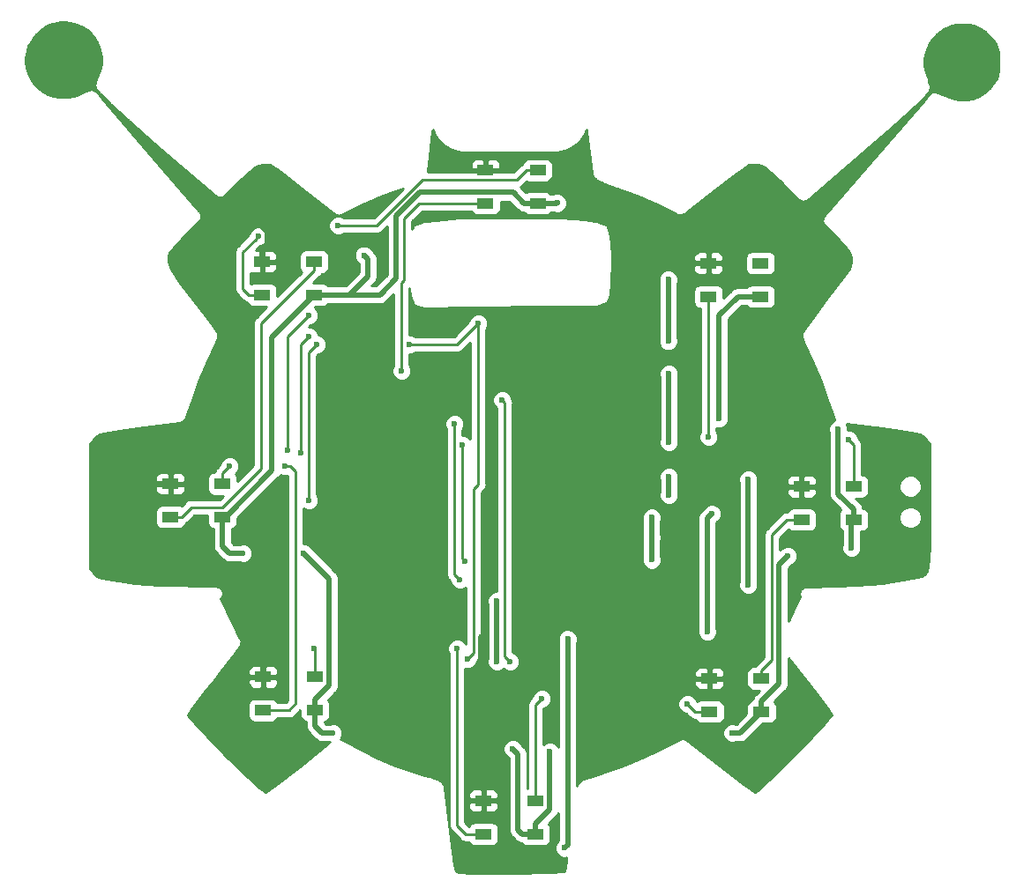
<source format=gbr>
G04 #@! TF.GenerationSoftware,KiCad,Pcbnew,5.0.0-rc2-dev-unknown-5e5e80d~64~ubuntu16.04.1*
G04 #@! TF.CreationDate,2018-05-04T15:58:43+02:00*
G04 #@! TF.ProjectId,ripolab_pcb,7269706F6C61625F7063622E6B696361,rev?*
G04 #@! TF.SameCoordinates,Original*
G04 #@! TF.FileFunction,Copper,L1,Top,Signal*
G04 #@! TF.FilePolarity,Positive*
%FSLAX46Y46*%
G04 Gerber Fmt 4.6, Leading zero omitted, Abs format (unit mm)*
G04 Created by KiCad (PCBNEW 5.0.0-rc2-dev-unknown-5e5e80d~64~ubuntu16.04.1) date Fri May  4 15:58:43 2018*
%MOMM*%
%LPD*%
G01*
G04 APERTURE LIST*
%ADD10R,1.600000X1.000000*%
%ADD11C,0.600000*%
%ADD12C,0.250000*%
%ADD13C,0.500000*%
%ADD14C,0.254000*%
G04 APERTURE END LIST*
D10*
X144700000Y-64780000D03*
X144700000Y-67980000D03*
X149700000Y-64780000D03*
X149700000Y-67980000D03*
X128250000Y-76780000D03*
X128250000Y-73580000D03*
X123250000Y-76780000D03*
X123250000Y-73580000D03*
X114450000Y-94920000D03*
X114450000Y-98120000D03*
X119450000Y-94920000D03*
X119450000Y-98120000D03*
X128350000Y-116680000D03*
X128350000Y-113480000D03*
X123350000Y-116680000D03*
X123350000Y-113480000D03*
X144500000Y-125380000D03*
X144500000Y-128580000D03*
X149500000Y-125380000D03*
X149500000Y-128580000D03*
X171200000Y-116830000D03*
X171200000Y-113630000D03*
X166200000Y-116830000D03*
X166200000Y-113630000D03*
X175050000Y-95180000D03*
X175050000Y-98380000D03*
X180050000Y-95180000D03*
X180050000Y-98380000D03*
X166100000Y-73730000D03*
X166100000Y-76930000D03*
X171100000Y-73730000D03*
X171100000Y-76930000D03*
D11*
X122936010Y-71120000D03*
X130556004Y-70104000D03*
X133032500Y-72961500D03*
X151574502Y-67945000D03*
X162242500Y-75311000D03*
X162242500Y-81216500D03*
X160654990Y-98171000D03*
X160655000Y-102235000D03*
X147320000Y-120396000D03*
X130048000Y-118872000D03*
X167132000Y-88646000D03*
X178562000Y-89662000D03*
X179832000Y-101092000D03*
X173736000Y-101854000D03*
X168402000Y-118872000D03*
X150876000Y-120650000D03*
X127254000Y-101599998D03*
X121412000Y-101600000D03*
X162306000Y-94234000D03*
X162306000Y-96012000D03*
X162306000Y-84328000D03*
X162306000Y-90932000D03*
X145796000Y-112014000D03*
X145796000Y-106172000D03*
X160655000Y-100076000D03*
X141732000Y-89154000D03*
X142240000Y-104140000D03*
X157924500Y-71882000D03*
X157353000Y-66738500D03*
X146685000Y-127254000D03*
X146304000Y-123761500D03*
X144272000Y-122999500D03*
X144653000Y-109283500D03*
X164846000Y-108013500D03*
X164338000Y-99314000D03*
X164338000Y-104648000D03*
X164338000Y-96139000D03*
X164338000Y-94234000D03*
X135890000Y-101346000D03*
X136652000Y-92964000D03*
X111760000Y-94742000D03*
X123444000Y-111506000D03*
X164084000Y-113538000D03*
X172974000Y-95250000D03*
X152400000Y-101346000D03*
X175514000Y-69342000D03*
X119126000Y-68834000D03*
X125476000Y-93218000D03*
X120142000Y-93218000D03*
X141986000Y-110744000D03*
X128270000Y-110744000D03*
X164084000Y-116078000D03*
X150114000Y-115570000D03*
X152273000Y-129921000D03*
X152590500Y-109855000D03*
X165989000Y-109156500D03*
X166433500Y-97790000D03*
X144018000Y-79502000D03*
X143002000Y-111760000D03*
X127762000Y-96520000D03*
X128524000Y-81534000D03*
X137414000Y-81534000D03*
X142494000Y-91186000D03*
X142748000Y-102362000D03*
X147066000Y-112014000D03*
X146304000Y-86868000D03*
X136652000Y-84074000D03*
X127762000Y-80772000D03*
X127000000Y-91948000D03*
X125730000Y-91694000D03*
X127762000Y-78740000D03*
X166116000Y-90424000D03*
X179578000Y-90678000D03*
X169926000Y-94488000D03*
X169926000Y-104648000D03*
D12*
X122636011Y-71419999D02*
X122936010Y-71120000D01*
X121992000Y-76780000D02*
X121412000Y-76200000D01*
X123250000Y-76780000D02*
X121992000Y-76780000D01*
X121412000Y-76200000D02*
X121412000Y-72644010D01*
X121412000Y-72644010D02*
X122636011Y-71419999D01*
X134283148Y-70104000D02*
X138682147Y-65705001D01*
X130556004Y-70104000D02*
X134283148Y-70104000D01*
X138682147Y-65705001D02*
X147724999Y-65705001D01*
X147724999Y-65705001D02*
X148650000Y-64780000D01*
X148650000Y-64780000D02*
X149700000Y-64780000D01*
D13*
X134548000Y-76780000D02*
X131635500Y-76780000D01*
X133413500Y-75002000D02*
X131635500Y-76780000D01*
X131635500Y-76780000D02*
X128250000Y-76780000D01*
X133413500Y-73342500D02*
X133413500Y-75002000D01*
X133032500Y-72961500D02*
X133413500Y-73342500D01*
X151539502Y-67980000D02*
X151574502Y-67945000D01*
X149700000Y-67980000D02*
X151539502Y-67980000D01*
X162242500Y-81216500D02*
X162242500Y-75311000D01*
X167132000Y-83312000D02*
X167132000Y-78740000D01*
X167132000Y-88646000D02*
X167132000Y-83312000D01*
X160655000Y-98171010D02*
X160654990Y-98171000D01*
X138411757Y-66929999D02*
X136144000Y-69197756D01*
X136144000Y-75184000D02*
X134548000Y-76780000D01*
X149700000Y-67980000D02*
X148400000Y-67980000D01*
X136144000Y-69197756D02*
X136144000Y-75184000D01*
X148400000Y-67980000D02*
X147349999Y-66929999D01*
X147349999Y-66929999D02*
X138411757Y-66929999D01*
X129032000Y-118872000D02*
X128350000Y-118190000D01*
X148200000Y-128580000D02*
X147828000Y-128208000D01*
X149500000Y-128580000D02*
X148200000Y-128580000D01*
X147828000Y-120904000D02*
X147320000Y-120396000D01*
X147828000Y-128208000D02*
X147828000Y-120904000D01*
X130048000Y-118872000D02*
X129032000Y-118872000D01*
X128350000Y-118190000D02*
X128350000Y-116680000D01*
X167132000Y-78740000D02*
X168942000Y-76930000D01*
X168942000Y-76930000D02*
X171100000Y-76930000D01*
X180050000Y-98380000D02*
X180050000Y-97380000D01*
X180050000Y-97380000D02*
X178562000Y-95892000D01*
X178562000Y-95892000D02*
X178562000Y-89662000D01*
X179832000Y-101092000D02*
X179832000Y-98598000D01*
X179832000Y-98598000D02*
X180050000Y-98380000D01*
X172887010Y-114142990D02*
X172887010Y-102702990D01*
X172887010Y-102702990D02*
X173736000Y-101854000D01*
X171200000Y-115830000D02*
X172887010Y-114142990D01*
X171200000Y-116830000D02*
X171200000Y-115830000D01*
X168402000Y-118872000D02*
X169158000Y-118872000D01*
X169158000Y-118872000D02*
X171200000Y-116830000D01*
X149500000Y-128580000D02*
X149500000Y-127580000D01*
X149500000Y-127580000D02*
X150876000Y-126204000D01*
X150876000Y-126204000D02*
X150876000Y-120650000D01*
X127553999Y-101899997D02*
X127254000Y-101599998D01*
X128350000Y-116680000D02*
X128350000Y-115680000D01*
X128350000Y-115680000D02*
X129700001Y-114329999D01*
X129700001Y-114329999D02*
X129700001Y-104045999D01*
X129700001Y-104045999D02*
X127553999Y-101899997D01*
X120142000Y-101600000D02*
X119450000Y-100908000D01*
X119450000Y-100908000D02*
X119450000Y-98120000D01*
X121412000Y-101600000D02*
X120142000Y-101600000D01*
X128250000Y-76780000D02*
X124206000Y-80824000D01*
X124206000Y-80824000D02*
X124206000Y-93664000D01*
X124206000Y-93664000D02*
X119750000Y-98120000D01*
X119750000Y-98120000D02*
X119450000Y-98120000D01*
X162306000Y-96012000D02*
X162306000Y-94234000D01*
X162306000Y-90932000D02*
X162306000Y-84328000D01*
X145796000Y-106172000D02*
X145796000Y-112014000D01*
D12*
X149500000Y-127830000D02*
X149500000Y-128580000D01*
X171200000Y-116830000D02*
X170900000Y-116830000D01*
X119380000Y-98190000D02*
X119450000Y-98120000D01*
D13*
X160655000Y-102235000D02*
X160655000Y-100076000D01*
X160655000Y-100076000D02*
X160655000Y-98171010D01*
D12*
X141732000Y-89154000D02*
X141732000Y-103632000D01*
X141732000Y-103632000D02*
X142240000Y-104140000D01*
D13*
X157353000Y-66738500D02*
X157924500Y-67310000D01*
X157924500Y-67310000D02*
X157924500Y-71882000D01*
X146685000Y-124142500D02*
X146685000Y-127254000D01*
X146304000Y-123761500D02*
X146685000Y-124142500D01*
X144653000Y-109283500D02*
X144272000Y-109664500D01*
X144272000Y-109664500D02*
X144272000Y-122999500D01*
X164637999Y-104947999D02*
X164846000Y-105156000D01*
X164846000Y-105156000D02*
X164846000Y-108013500D01*
X164338000Y-104648000D02*
X164637999Y-104947999D01*
X164338000Y-104648000D02*
X164719000Y-104267000D01*
X164719000Y-99695000D02*
X164338000Y-99314000D01*
X164719000Y-104267000D02*
X164719000Y-99695000D01*
X164338000Y-94234000D02*
X164338000Y-96139000D01*
X135890000Y-101346000D02*
X135890000Y-93726000D01*
X135890000Y-93726000D02*
X136652000Y-92964000D01*
X119550264Y-68834000D02*
X119126000Y-68834000D01*
X123786011Y-70711999D02*
X121908012Y-68834000D01*
X123786011Y-72043989D02*
X123786011Y-70711999D01*
X121908012Y-68834000D02*
X119550264Y-68834000D01*
X123250000Y-72580000D02*
X123786011Y-72043989D01*
X123250000Y-73580000D02*
X123250000Y-72580000D01*
X111938000Y-94920000D02*
X111760000Y-94742000D01*
X114450000Y-94920000D02*
X111938000Y-94920000D01*
X123350000Y-111600000D02*
X123444000Y-111506000D01*
X123350000Y-113480000D02*
X123350000Y-111600000D01*
D12*
X115500000Y-98120000D02*
X114450000Y-98120000D01*
X116425001Y-97194999D02*
X115500000Y-98120000D01*
X119467001Y-97194999D02*
X116425001Y-97194999D01*
X123190000Y-93472000D02*
X119467001Y-97194999D01*
X128250000Y-74442000D02*
X123190000Y-79502000D01*
X123190000Y-79502000D02*
X123190000Y-93472000D01*
X128250000Y-73580000D02*
X128250000Y-74442000D01*
X126492000Y-116027200D02*
X125839200Y-116680000D01*
X125984000Y-93218000D02*
X126492000Y-93726000D01*
X126492000Y-93726000D02*
X126492000Y-116027200D01*
X125476000Y-93218000D02*
X125984000Y-93218000D01*
X125839200Y-116680000D02*
X123350000Y-116680000D01*
X119450000Y-94920000D02*
X119450000Y-93910000D01*
X119450000Y-93910000D02*
X120142000Y-93218000D01*
X144500000Y-128580000D02*
X142804000Y-128580000D01*
X142804000Y-128580000D02*
X141986000Y-127762000D01*
X141986000Y-127762000D02*
X141986000Y-111168264D01*
X141986000Y-111168264D02*
X141986000Y-110744000D01*
X128350000Y-113480000D02*
X128350000Y-110824000D01*
X128350000Y-110824000D02*
X128270000Y-110744000D01*
X164846000Y-116840000D02*
X164856000Y-116830000D01*
X164856000Y-116830000D02*
X166200000Y-116830000D01*
X164084000Y-116078000D02*
X164846000Y-116840000D01*
X149500000Y-125380000D02*
X149500000Y-116184000D01*
X149500000Y-116184000D02*
X150114000Y-115570000D01*
X172212000Y-99822000D02*
X173654000Y-98380000D01*
X173654000Y-98380000D02*
X175050000Y-98380000D01*
X172212000Y-111868000D02*
X172212000Y-99822000D01*
X171200000Y-113630000D02*
X171200000Y-112880000D01*
X171200000Y-112880000D02*
X172212000Y-111868000D01*
D13*
X152590500Y-110279264D02*
X152590500Y-129603500D01*
X152590500Y-129603500D02*
X152273000Y-129921000D01*
X152590500Y-109855000D02*
X152590500Y-110279264D01*
X166433500Y-97790000D02*
X165989000Y-98234500D01*
X165989000Y-98234500D02*
X165989000Y-109156500D01*
D12*
X144018000Y-79502000D02*
X144018000Y-79926264D01*
X143596990Y-95417010D02*
X143596990Y-111165010D01*
X144018000Y-94996000D02*
X143596990Y-95417010D01*
X143596990Y-111165010D02*
X143002000Y-111760000D01*
X144018000Y-79926264D02*
X144018000Y-94996000D01*
X127762000Y-96520000D02*
X127762000Y-91784998D01*
X127762000Y-91784998D02*
X127762000Y-82296000D01*
X127762000Y-82296000D02*
X128524000Y-81534000D01*
X141986000Y-81534000D02*
X144018000Y-79502000D01*
X137414000Y-81534000D02*
X141986000Y-81534000D01*
X142494000Y-102108000D02*
X142748000Y-102362000D01*
X142494000Y-91186000D02*
X142494000Y-102108000D01*
X146558000Y-87122000D02*
X146304000Y-86868000D01*
X146558000Y-92456000D02*
X146558000Y-87122000D01*
X146558000Y-96774000D02*
X146558000Y-92456000D01*
X146558000Y-104902000D02*
X146558000Y-96774000D01*
X146558000Y-111506000D02*
X146558000Y-104902000D01*
X146812000Y-111760000D02*
X146558000Y-111506000D01*
X147066000Y-112014000D02*
X146812000Y-111760000D01*
X136906000Y-75376608D02*
X136906000Y-69390364D01*
X136652000Y-84074000D02*
X136652000Y-75630608D01*
X136652000Y-75630608D02*
X136906000Y-75376608D01*
X138316364Y-67980000D02*
X144700000Y-67980000D01*
X136906000Y-69390364D02*
X138316364Y-67980000D01*
X127000000Y-81534000D02*
X127762000Y-80772000D01*
X127000000Y-91523736D02*
X127000000Y-81534000D01*
X127000000Y-91948000D02*
X127000000Y-91523736D01*
X125730000Y-80772000D02*
X127762000Y-78740000D01*
X125730000Y-91694000D02*
X125730000Y-80772000D01*
X166116000Y-90424000D02*
X166116000Y-76946000D01*
X166116000Y-76946000D02*
X166100000Y-76930000D01*
X180050000Y-95180000D02*
X180050000Y-91150000D01*
X180050000Y-91150000D02*
X179578000Y-90678000D01*
D13*
X169926000Y-104648000D02*
X169926000Y-94488000D01*
D14*
G36*
X190713462Y-50766771D02*
X191122743Y-50816195D01*
X191523016Y-50913782D01*
X191909982Y-51059983D01*
X192279767Y-51255544D01*
X192628848Y-51501734D01*
X192958929Y-51805245D01*
X193520102Y-52447239D01*
X193672554Y-52678642D01*
X193777034Y-52900805D01*
X193849268Y-53148029D01*
X193896731Y-53455880D01*
X193932248Y-54422220D01*
X193914431Y-55146124D01*
X193853355Y-55603228D01*
X193739862Y-55932749D01*
X193531661Y-56296921D01*
X193087634Y-56867629D01*
X192587074Y-57316661D01*
X192034610Y-57653420D01*
X191439210Y-57878206D01*
X190808789Y-57989435D01*
X190151060Y-57983424D01*
X189474270Y-57854590D01*
X188761753Y-57586085D01*
X188131034Y-57286479D01*
X188027485Y-57230288D01*
X187940647Y-57221181D01*
X187855972Y-57199820D01*
X187806345Y-57207096D01*
X187756461Y-57201865D01*
X187672741Y-57226686D01*
X187586346Y-57239353D01*
X187543281Y-57265067D01*
X187495192Y-57279324D01*
X187427341Y-57334295D01*
X187352371Y-57379059D01*
X187282031Y-57473569D01*
X186735519Y-58130992D01*
X181693202Y-63979004D01*
X177271890Y-69083486D01*
X177237702Y-69105901D01*
X177183412Y-69185636D01*
X177165285Y-69206564D01*
X177145525Y-69241280D01*
X177084332Y-69331154D01*
X177078551Y-69358948D01*
X177064509Y-69383618D01*
X177050979Y-69491502D01*
X177028837Y-69597953D01*
X177034132Y-69625841D01*
X177030599Y-69654009D01*
X177059386Y-69758861D01*
X177079666Y-69865679D01*
X177095231Y-69889420D01*
X177102747Y-69916795D01*
X177169462Y-70002643D01*
X177191367Y-70036053D01*
X177210776Y-70055804D01*
X177269966Y-70131968D01*
X177305494Y-70152190D01*
X178509429Y-71377330D01*
X179287117Y-72255478D01*
X179520346Y-72594643D01*
X179677585Y-72896415D01*
X179767126Y-73162235D01*
X179804463Y-73414038D01*
X179796510Y-73681359D01*
X179752220Y-73921512D01*
X179591689Y-74217314D01*
X179088250Y-74961088D01*
X177446085Y-77158012D01*
X175862237Y-79226248D01*
X175851168Y-79236882D01*
X175821272Y-79279741D01*
X175789529Y-79321192D01*
X175782759Y-79334953D01*
X175216077Y-80147351D01*
X175213783Y-80148843D01*
X175138254Y-80258919D01*
X175101098Y-80312185D01*
X175100029Y-80314627D01*
X175059603Y-80373543D01*
X175045904Y-80438234D01*
X175019382Y-80498804D01*
X175017951Y-80570240D01*
X175003149Y-80640141D01*
X175015248Y-80705146D01*
X175013924Y-80771258D01*
X175039940Y-80837805D01*
X175040428Y-80840426D01*
X175064541Y-80900732D01*
X175113147Y-81025062D01*
X175115043Y-81027035D01*
X175330976Y-81567079D01*
X175334632Y-81582664D01*
X175355977Y-81629605D01*
X175375124Y-81677492D01*
X175383854Y-81690912D01*
X176044345Y-83143459D01*
X176881571Y-85080927D01*
X177546073Y-86858432D01*
X178105690Y-88507055D01*
X178108680Y-88552911D01*
X178149104Y-88634954D01*
X178156397Y-88656438D01*
X178178867Y-88695358D01*
X178225232Y-88789457D01*
X178032365Y-88869345D01*
X177769345Y-89132365D01*
X177627000Y-89476017D01*
X177627000Y-89847983D01*
X177677001Y-89968696D01*
X177677000Y-95804839D01*
X177659663Y-95892000D01*
X177677000Y-95979161D01*
X177677000Y-95979164D01*
X177728348Y-96237309D01*
X177923951Y-96530049D01*
X177997847Y-96579425D01*
X178821217Y-97402796D01*
X178792191Y-97422191D01*
X178651843Y-97632235D01*
X178602560Y-97880000D01*
X178602560Y-98880000D01*
X178651843Y-99127765D01*
X178792191Y-99337809D01*
X178947001Y-99441250D01*
X178947000Y-100785306D01*
X178897000Y-100906017D01*
X178897000Y-101277983D01*
X179039345Y-101621635D01*
X179302365Y-101884655D01*
X179646017Y-102027000D01*
X180017983Y-102027000D01*
X180361635Y-101884655D01*
X180624655Y-101621635D01*
X180767000Y-101277983D01*
X180767000Y-100906017D01*
X180717000Y-100785306D01*
X180717000Y-99527440D01*
X180850000Y-99527440D01*
X181097765Y-99478157D01*
X181307809Y-99337809D01*
X181448157Y-99127765D01*
X181497440Y-98880000D01*
X181497440Y-97964180D01*
X184395000Y-97964180D01*
X184395000Y-98395820D01*
X184560182Y-98794603D01*
X184865397Y-99099818D01*
X185264180Y-99265000D01*
X185695820Y-99265000D01*
X186094603Y-99099818D01*
X186399818Y-98794603D01*
X186565000Y-98395820D01*
X186565000Y-97964180D01*
X186399818Y-97565397D01*
X186094603Y-97260182D01*
X185695820Y-97095000D01*
X185264180Y-97095000D01*
X184865397Y-97260182D01*
X184560182Y-97565397D01*
X184395000Y-97964180D01*
X181497440Y-97964180D01*
X181497440Y-97880000D01*
X181448157Y-97632235D01*
X181307809Y-97422191D01*
X181097765Y-97281843D01*
X180926018Y-97247681D01*
X180883652Y-97034690D01*
X180785411Y-96887663D01*
X180737424Y-96815845D01*
X180737423Y-96815844D01*
X180688049Y-96741951D01*
X180614156Y-96692577D01*
X180249019Y-96327440D01*
X180850000Y-96327440D01*
X181097765Y-96278157D01*
X181307809Y-96137809D01*
X181448157Y-95927765D01*
X181497440Y-95680000D01*
X181497440Y-94964180D01*
X184395000Y-94964180D01*
X184395000Y-95395820D01*
X184560182Y-95794603D01*
X184865397Y-96099818D01*
X185264180Y-96265000D01*
X185695820Y-96265000D01*
X186094603Y-96099818D01*
X186399818Y-95794603D01*
X186565000Y-95395820D01*
X186565000Y-94964180D01*
X186399818Y-94565397D01*
X186094603Y-94260182D01*
X185695820Y-94095000D01*
X185264180Y-94095000D01*
X184865397Y-94260182D01*
X184560182Y-94565397D01*
X184395000Y-94964180D01*
X181497440Y-94964180D01*
X181497440Y-94680000D01*
X181448157Y-94432235D01*
X181307809Y-94222191D01*
X181097765Y-94081843D01*
X180850000Y-94032560D01*
X180810000Y-94032560D01*
X180810000Y-91224848D01*
X180824888Y-91150000D01*
X180810000Y-91075152D01*
X180810000Y-91075148D01*
X180765904Y-90853463D01*
X180765904Y-90853462D01*
X180690148Y-90740086D01*
X180597929Y-90602071D01*
X180534470Y-90559669D01*
X180513000Y-90538199D01*
X180513000Y-90492017D01*
X180370655Y-90148365D01*
X180107635Y-89885345D01*
X179763983Y-89743000D01*
X179497000Y-89743000D01*
X179497000Y-89476017D01*
X179357442Y-89139094D01*
X182035853Y-89492633D01*
X182037192Y-89493082D01*
X182102636Y-89501448D01*
X182168212Y-89510104D01*
X182169624Y-89510012D01*
X184568132Y-89816632D01*
X185997151Y-90085667D01*
X186386786Y-90211276D01*
X186641923Y-90338470D01*
X186827448Y-90480016D01*
X187022541Y-90687191D01*
X187361533Y-91090408D01*
X187361532Y-96906439D01*
X187337375Y-100818459D01*
X187288481Y-102033564D01*
X187202571Y-102843406D01*
X187087537Y-103298176D01*
X186973685Y-103497676D01*
X186819788Y-103628670D01*
X186547352Y-103772646D01*
X186122958Y-103898677D01*
X185245894Y-104076935D01*
X182734331Y-104454481D01*
X181586049Y-104584465D01*
X180264786Y-104682841D01*
X178370709Y-104754002D01*
X175541907Y-104800963D01*
X175444737Y-104791600D01*
X175341858Y-104823045D01*
X175236714Y-104845780D01*
X175212406Y-104862612D01*
X175184129Y-104871255D01*
X175101116Y-104939676D01*
X175012674Y-105000918D01*
X174996657Y-105025773D01*
X174973841Y-105044578D01*
X174923330Y-105139559D01*
X174865058Y-105229984D01*
X174859772Y-105259074D01*
X174845889Y-105285180D01*
X174835571Y-105392258D01*
X174816338Y-105498101D01*
X174822587Y-105527001D01*
X174819751Y-105556432D01*
X174851196Y-105659311D01*
X174873931Y-105764455D01*
X174881787Y-105775800D01*
X174750760Y-106100252D01*
X173983816Y-107680103D01*
X173772010Y-108098007D01*
X173772010Y-103069568D01*
X174144923Y-102696655D01*
X174265635Y-102646655D01*
X174528655Y-102383635D01*
X174671000Y-102039983D01*
X174671000Y-101668017D01*
X174528655Y-101324365D01*
X174265635Y-101061345D01*
X173921983Y-100919000D01*
X173550017Y-100919000D01*
X173206365Y-101061345D01*
X172972000Y-101295710D01*
X172972000Y-100136801D01*
X173783700Y-99325102D01*
X173792191Y-99337809D01*
X174002235Y-99478157D01*
X174250000Y-99527440D01*
X175850000Y-99527440D01*
X176097765Y-99478157D01*
X176307809Y-99337809D01*
X176448157Y-99127765D01*
X176497440Y-98880000D01*
X176497440Y-97880000D01*
X176448157Y-97632235D01*
X176307809Y-97422191D01*
X176097765Y-97281843D01*
X175850000Y-97232560D01*
X174250000Y-97232560D01*
X174002235Y-97281843D01*
X173792191Y-97422191D01*
X173668093Y-97607915D01*
X173654000Y-97605112D01*
X173579153Y-97620000D01*
X173579148Y-97620000D01*
X173357463Y-97664096D01*
X173106071Y-97832071D01*
X173063671Y-97895527D01*
X171727528Y-99231671D01*
X171664072Y-99274071D01*
X171621672Y-99337527D01*
X171621671Y-99337528D01*
X171496097Y-99525463D01*
X171437112Y-99822000D01*
X171452001Y-99896852D01*
X171452000Y-111553198D01*
X170715528Y-112289671D01*
X170652072Y-112332071D01*
X170609672Y-112395527D01*
X170609671Y-112395528D01*
X170551518Y-112482560D01*
X170400000Y-112482560D01*
X170152235Y-112531843D01*
X169942191Y-112672191D01*
X169801843Y-112882235D01*
X169752560Y-113130000D01*
X169752560Y-114130000D01*
X169801843Y-114377765D01*
X169942191Y-114587809D01*
X170152235Y-114728157D01*
X170400000Y-114777440D01*
X171000982Y-114777440D01*
X170635845Y-115142577D01*
X170561952Y-115191951D01*
X170512578Y-115265844D01*
X170512576Y-115265846D01*
X170366348Y-115484691D01*
X170323982Y-115697681D01*
X170152235Y-115731843D01*
X169942191Y-115872191D01*
X169801843Y-116082235D01*
X169752560Y-116330000D01*
X169752560Y-117025861D01*
X168791422Y-117987000D01*
X168708694Y-117987000D01*
X168587983Y-117937000D01*
X168216017Y-117937000D01*
X167872365Y-118079345D01*
X167609345Y-118342365D01*
X167467000Y-118686017D01*
X167467000Y-119057983D01*
X167609345Y-119401635D01*
X167872365Y-119664655D01*
X168216017Y-119807000D01*
X168587983Y-119807000D01*
X168708694Y-119757000D01*
X169070839Y-119757000D01*
X169158000Y-119774337D01*
X169245161Y-119757000D01*
X169245165Y-119757000D01*
X169503310Y-119705652D01*
X169796049Y-119510049D01*
X169845425Y-119436153D01*
X171304139Y-117977440D01*
X172000000Y-117977440D01*
X172247765Y-117928157D01*
X172457809Y-117787809D01*
X172598157Y-117577765D01*
X172647440Y-117330000D01*
X172647440Y-116330000D01*
X172598157Y-116082235D01*
X172457809Y-115872191D01*
X172428782Y-115852796D01*
X173451166Y-114830413D01*
X173525059Y-114781039D01*
X173720662Y-114488300D01*
X173772010Y-114230155D01*
X173772010Y-114230151D01*
X173789347Y-114142991D01*
X173772010Y-114055831D01*
X173772010Y-111658462D01*
X173773774Y-111660020D01*
X176323071Y-114917877D01*
X177583686Y-116625842D01*
X177920408Y-117161089D01*
X177888450Y-117206594D01*
X177164484Y-118049314D01*
X175940612Y-119344268D01*
X174241632Y-121061655D01*
X172031995Y-123245509D01*
X170823469Y-124365092D01*
X170542731Y-124577584D01*
X169461112Y-123799753D01*
X167139385Y-122005039D01*
X164096688Y-119606374D01*
X164063033Y-119563511D01*
X163990685Y-119522808D01*
X163979509Y-119513998D01*
X163931971Y-119489776D01*
X163825530Y-119429893D01*
X163811015Y-119428146D01*
X163797989Y-119421509D01*
X163676221Y-119411925D01*
X163554972Y-119397334D01*
X163540896Y-119401274D01*
X163526320Y-119400127D01*
X163410164Y-119437869D01*
X163358788Y-119452250D01*
X163346095Y-119458686D01*
X163267148Y-119484338D01*
X163225710Y-119519729D01*
X160966078Y-120665514D01*
X159894047Y-121174735D01*
X158674064Y-121699534D01*
X157457697Y-122177567D01*
X156392514Y-122548079D01*
X154771461Y-123080171D01*
X154754932Y-123082998D01*
X154707460Y-123101179D01*
X154659192Y-123117022D01*
X154644595Y-123125254D01*
X153922612Y-123401756D01*
X153800525Y-123445923D01*
X153744967Y-123496634D01*
X153681319Y-123536724D01*
X153645298Y-123587609D01*
X153599253Y-123629637D01*
X153567332Y-123697747D01*
X153523868Y-123759145D01*
X153495111Y-123885778D01*
X153475500Y-123965252D01*
X153475500Y-115892017D01*
X163149000Y-115892017D01*
X163149000Y-116263983D01*
X163291345Y-116607635D01*
X163554365Y-116870655D01*
X163898017Y-117013000D01*
X163944198Y-117013000D01*
X164255672Y-117324473D01*
X164298071Y-117387929D01*
X164361526Y-117430328D01*
X164361527Y-117430329D01*
X164549462Y-117555904D01*
X164823682Y-117610449D01*
X164942191Y-117787809D01*
X165152235Y-117928157D01*
X165400000Y-117977440D01*
X167000000Y-117977440D01*
X167247765Y-117928157D01*
X167457809Y-117787809D01*
X167598157Y-117577765D01*
X167647440Y-117330000D01*
X167647440Y-116330000D01*
X167598157Y-116082235D01*
X167457809Y-115872191D01*
X167247765Y-115731843D01*
X167000000Y-115682560D01*
X165400000Y-115682560D01*
X165152235Y-115731843D01*
X164995918Y-115836292D01*
X164876655Y-115548365D01*
X164613635Y-115285345D01*
X164269983Y-115143000D01*
X163898017Y-115143000D01*
X163554365Y-115285345D01*
X163291345Y-115548365D01*
X163149000Y-115892017D01*
X153475500Y-115892017D01*
X153475500Y-113915750D01*
X164765000Y-113915750D01*
X164765000Y-114256310D01*
X164861673Y-114489699D01*
X165040302Y-114668327D01*
X165273691Y-114765000D01*
X165914250Y-114765000D01*
X166073000Y-114606250D01*
X166073000Y-113757000D01*
X166327000Y-113757000D01*
X166327000Y-114606250D01*
X166485750Y-114765000D01*
X167126309Y-114765000D01*
X167359698Y-114668327D01*
X167538327Y-114489699D01*
X167635000Y-114256310D01*
X167635000Y-113915750D01*
X167476250Y-113757000D01*
X166327000Y-113757000D01*
X166073000Y-113757000D01*
X164923750Y-113757000D01*
X164765000Y-113915750D01*
X153475500Y-113915750D01*
X153475500Y-113003690D01*
X164765000Y-113003690D01*
X164765000Y-113344250D01*
X164923750Y-113503000D01*
X166073000Y-113503000D01*
X166073000Y-112653750D01*
X166327000Y-112653750D01*
X166327000Y-113503000D01*
X167476250Y-113503000D01*
X167635000Y-113344250D01*
X167635000Y-113003690D01*
X167538327Y-112770301D01*
X167359698Y-112591673D01*
X167126309Y-112495000D01*
X166485750Y-112495000D01*
X166327000Y-112653750D01*
X166073000Y-112653750D01*
X165914250Y-112495000D01*
X165273691Y-112495000D01*
X165040302Y-112591673D01*
X164861673Y-112770301D01*
X164765000Y-113003690D01*
X153475500Y-113003690D01*
X153475500Y-110161694D01*
X153525500Y-110040983D01*
X153525500Y-109669017D01*
X153383155Y-109325365D01*
X153120135Y-109062345D01*
X152898443Y-108970517D01*
X165054000Y-108970517D01*
X165054000Y-109342483D01*
X165196345Y-109686135D01*
X165459365Y-109949155D01*
X165803017Y-110091500D01*
X166174983Y-110091500D01*
X166518635Y-109949155D01*
X166781655Y-109686135D01*
X166924000Y-109342483D01*
X166924000Y-108970517D01*
X166874000Y-108849806D01*
X166874000Y-98619576D01*
X166963135Y-98582655D01*
X167226155Y-98319635D01*
X167368500Y-97975983D01*
X167368500Y-97604017D01*
X167226155Y-97260365D01*
X166963135Y-96997345D01*
X166619483Y-96855000D01*
X166247517Y-96855000D01*
X165903865Y-96997345D01*
X165640845Y-97260365D01*
X165590844Y-97381078D01*
X165424847Y-97547075D01*
X165350951Y-97596451D01*
X165155348Y-97889191D01*
X165104000Y-98147336D01*
X165104000Y-98147339D01*
X165086663Y-98234500D01*
X165104000Y-98321661D01*
X165104001Y-108849804D01*
X165054000Y-108970517D01*
X152898443Y-108970517D01*
X152776483Y-108920000D01*
X152404517Y-108920000D01*
X152060865Y-109062345D01*
X151797845Y-109325365D01*
X151655500Y-109669017D01*
X151655500Y-110040983D01*
X151705500Y-110161694D01*
X151705500Y-110192100D01*
X151705501Y-120209318D01*
X151668655Y-120120365D01*
X151405635Y-119857345D01*
X151061983Y-119715000D01*
X150690017Y-119715000D01*
X150346365Y-119857345D01*
X150260000Y-119943710D01*
X150260000Y-116505000D01*
X150299983Y-116505000D01*
X150643635Y-116362655D01*
X150906655Y-116099635D01*
X151049000Y-115755983D01*
X151049000Y-115384017D01*
X150906655Y-115040365D01*
X150643635Y-114777345D01*
X150299983Y-114635000D01*
X149928017Y-114635000D01*
X149584365Y-114777345D01*
X149321345Y-115040365D01*
X149179000Y-115384017D01*
X149179000Y-115430199D01*
X149015528Y-115593671D01*
X148952072Y-115636071D01*
X148909672Y-115699527D01*
X148909671Y-115699528D01*
X148888079Y-115731843D01*
X148784097Y-115887463D01*
X148741413Y-116102052D01*
X148725112Y-116184000D01*
X148740001Y-116258852D01*
X148740000Y-124232560D01*
X148713000Y-124232560D01*
X148713000Y-120991159D01*
X148730337Y-120903999D01*
X148713000Y-120816839D01*
X148713000Y-120816835D01*
X148661652Y-120558690D01*
X148466049Y-120265951D01*
X148392153Y-120216575D01*
X148162656Y-119987078D01*
X148112655Y-119866365D01*
X147849635Y-119603345D01*
X147505983Y-119461000D01*
X147134017Y-119461000D01*
X146790365Y-119603345D01*
X146527345Y-119866365D01*
X146385000Y-120210017D01*
X146385000Y-120581983D01*
X146527345Y-120925635D01*
X146790365Y-121188655D01*
X146911078Y-121238656D01*
X146943001Y-121270579D01*
X146943000Y-128120839D01*
X146925663Y-128208000D01*
X146943000Y-128295161D01*
X146943000Y-128295164D01*
X146994348Y-128553309D01*
X147189951Y-128846049D01*
X147263847Y-128895425D01*
X147512575Y-129144153D01*
X147561951Y-129218049D01*
X147854690Y-129413652D01*
X148112835Y-129465000D01*
X148112839Y-129465000D01*
X148199999Y-129482337D01*
X148204524Y-129481437D01*
X148242191Y-129537809D01*
X148452235Y-129678157D01*
X148700000Y-129727440D01*
X150300000Y-129727440D01*
X150547765Y-129678157D01*
X150757809Y-129537809D01*
X150898157Y-129327765D01*
X150947440Y-129080000D01*
X150947440Y-128080000D01*
X150898157Y-127832235D01*
X150757809Y-127622191D01*
X150728782Y-127602796D01*
X151440156Y-126891423D01*
X151514049Y-126842049D01*
X151623890Y-126677662D01*
X151705501Y-126555523D01*
X151705501Y-129166209D01*
X151480345Y-129391365D01*
X151338000Y-129735017D01*
X151338000Y-130106983D01*
X151480345Y-130450635D01*
X151743365Y-130713655D01*
X152087017Y-130856000D01*
X152458983Y-130856000D01*
X152472838Y-130850261D01*
X152421305Y-131215930D01*
X152248569Y-132146138D01*
X152240120Y-132174542D01*
X152148479Y-132188697D01*
X150911112Y-132278761D01*
X147161125Y-132359974D01*
X143374258Y-132298445D01*
X142088239Y-132214631D01*
X141847272Y-132181260D01*
X141699334Y-131584491D01*
X141497810Y-130320182D01*
X141240900Y-128328574D01*
X140755066Y-124166412D01*
X140756201Y-124162217D01*
X140739301Y-124031357D01*
X140731952Y-123968396D01*
X140730650Y-123964366D01*
X140721298Y-123891953D01*
X140689159Y-123835968D01*
X140669309Y-123774541D01*
X140621977Y-123718941D01*
X140619870Y-123715271D01*
X140578237Y-123667561D01*
X140541474Y-123624376D01*
X140510640Y-123569718D01*
X140454446Y-123525701D01*
X140452738Y-123523743D01*
X140401363Y-123484120D01*
X140350260Y-123444090D01*
X140347940Y-123442917D01*
X140291418Y-123399324D01*
X140227532Y-123382037D01*
X140084742Y-123309840D01*
X140033519Y-123282184D01*
X140024631Y-123279447D01*
X140016334Y-123275252D01*
X139960270Y-123259628D01*
X139326522Y-123064479D01*
X139321797Y-123062021D01*
X139262097Y-123044640D01*
X139202666Y-123026340D01*
X139197367Y-123025796D01*
X137802170Y-122619612D01*
X136062717Y-121982807D01*
X134263556Y-121222363D01*
X132650126Y-120434953D01*
X130878329Y-119489326D01*
X130830613Y-119448775D01*
X130802555Y-119439735D01*
X130840655Y-119401635D01*
X130983000Y-119057983D01*
X130983000Y-118686017D01*
X130840655Y-118342365D01*
X130577635Y-118079345D01*
X130233983Y-117937000D01*
X129862017Y-117937000D01*
X129741306Y-117987000D01*
X129398579Y-117987000D01*
X129235000Y-117823422D01*
X129235000Y-117810533D01*
X129397765Y-117778157D01*
X129607809Y-117637809D01*
X129748157Y-117427765D01*
X129797440Y-117180000D01*
X129797440Y-116180000D01*
X129748157Y-115932235D01*
X129607809Y-115722191D01*
X129578782Y-115702796D01*
X130264157Y-115017422D01*
X130338050Y-114968048D01*
X130465475Y-114777345D01*
X130533653Y-114675309D01*
X130545649Y-114615000D01*
X130585001Y-114417164D01*
X130585001Y-114417160D01*
X130602338Y-114329999D01*
X130585001Y-114242838D01*
X130585001Y-104133158D01*
X130602338Y-104045998D01*
X130585001Y-103958838D01*
X130585001Y-103958834D01*
X130533653Y-103700689D01*
X130451402Y-103577593D01*
X130387425Y-103481844D01*
X130387424Y-103481843D01*
X130338050Y-103407950D01*
X130264157Y-103358576D01*
X128118153Y-101212573D01*
X128096656Y-101191076D01*
X128046655Y-101070363D01*
X127783635Y-100807343D01*
X127439983Y-100664998D01*
X127252000Y-100664998D01*
X127252000Y-97320788D01*
X127576017Y-97455000D01*
X127947983Y-97455000D01*
X128291635Y-97312655D01*
X128554655Y-97049635D01*
X128697000Y-96705983D01*
X128697000Y-96334017D01*
X128554655Y-95990365D01*
X128522000Y-95957710D01*
X128522000Y-82610801D01*
X128663801Y-82469000D01*
X128709983Y-82469000D01*
X129053635Y-82326655D01*
X129316655Y-82063635D01*
X129459000Y-81719983D01*
X129459000Y-81348017D01*
X129316655Y-81004365D01*
X129053635Y-80741345D01*
X128709983Y-80599000D01*
X128697000Y-80599000D01*
X128697000Y-80586017D01*
X128554655Y-80242365D01*
X128291635Y-79979345D01*
X127947983Y-79837000D01*
X127739802Y-79837000D01*
X127901802Y-79675000D01*
X127947983Y-79675000D01*
X128291635Y-79532655D01*
X128554655Y-79269635D01*
X128697000Y-78925983D01*
X128697000Y-78554017D01*
X128554655Y-78210365D01*
X128312934Y-77968644D01*
X128354139Y-77927440D01*
X129050000Y-77927440D01*
X129297765Y-77878157D01*
X129507809Y-77737809D01*
X129556459Y-77665000D01*
X131548339Y-77665000D01*
X131635500Y-77682337D01*
X131722661Y-77665000D01*
X134460839Y-77665000D01*
X134548000Y-77682337D01*
X134635161Y-77665000D01*
X134635165Y-77665000D01*
X134893310Y-77613652D01*
X135186049Y-77418049D01*
X135235425Y-77344153D01*
X135892001Y-76687578D01*
X135892000Y-83511710D01*
X135859345Y-83544365D01*
X135717000Y-83888017D01*
X135717000Y-84259983D01*
X135859345Y-84603635D01*
X136122365Y-84866655D01*
X136466017Y-85009000D01*
X136837983Y-85009000D01*
X137181635Y-84866655D01*
X137444655Y-84603635D01*
X137587000Y-84259983D01*
X137587000Y-83888017D01*
X137444655Y-83544365D01*
X137412000Y-83511710D01*
X137412000Y-82469000D01*
X137599983Y-82469000D01*
X137943635Y-82326655D01*
X137976290Y-82294000D01*
X141911153Y-82294000D01*
X141986000Y-82308888D01*
X142060847Y-82294000D01*
X142060852Y-82294000D01*
X142282537Y-82249904D01*
X142533929Y-82081929D01*
X142576331Y-82018470D01*
X143258000Y-81336801D01*
X143258001Y-90627711D01*
X143023635Y-90393345D01*
X142679983Y-90251000D01*
X142492000Y-90251000D01*
X142492000Y-89716290D01*
X142524655Y-89683635D01*
X142667000Y-89339983D01*
X142667000Y-88968017D01*
X142524655Y-88624365D01*
X142261635Y-88361345D01*
X141917983Y-88219000D01*
X141546017Y-88219000D01*
X141202365Y-88361345D01*
X140939345Y-88624365D01*
X140797000Y-88968017D01*
X140797000Y-89339983D01*
X140939345Y-89683635D01*
X140972000Y-89716290D01*
X140972001Y-103557148D01*
X140957112Y-103632000D01*
X141016097Y-103928537D01*
X141132090Y-104102132D01*
X141184072Y-104179929D01*
X141247527Y-104222328D01*
X141305000Y-104279802D01*
X141305000Y-104325983D01*
X141447345Y-104669635D01*
X141710365Y-104932655D01*
X142054017Y-105075000D01*
X142425983Y-105075000D01*
X142769635Y-104932655D01*
X142836991Y-104865299D01*
X142836991Y-110355201D01*
X142778655Y-110214365D01*
X142515635Y-109951345D01*
X142171983Y-109809000D01*
X141800017Y-109809000D01*
X141456365Y-109951345D01*
X141193345Y-110214365D01*
X141051000Y-110558017D01*
X141051000Y-110929983D01*
X141193345Y-111273635D01*
X141226001Y-111306291D01*
X141226000Y-127687153D01*
X141211112Y-127762000D01*
X141226000Y-127836847D01*
X141226000Y-127836851D01*
X141270096Y-128058536D01*
X141438071Y-128309929D01*
X141501530Y-128352331D01*
X142213671Y-129064473D01*
X142256071Y-129127929D01*
X142319527Y-129170329D01*
X142507462Y-129295904D01*
X142555605Y-129305480D01*
X142729148Y-129340000D01*
X142729152Y-129340000D01*
X142804000Y-129354888D01*
X142878848Y-129340000D01*
X143110018Y-129340000D01*
X143242191Y-129537809D01*
X143452235Y-129678157D01*
X143700000Y-129727440D01*
X145300000Y-129727440D01*
X145547765Y-129678157D01*
X145757809Y-129537809D01*
X145898157Y-129327765D01*
X145947440Y-129080000D01*
X145947440Y-128080000D01*
X145898157Y-127832235D01*
X145757809Y-127622191D01*
X145547765Y-127481843D01*
X145300000Y-127432560D01*
X143700000Y-127432560D01*
X143452235Y-127481843D01*
X143242191Y-127622191D01*
X143113536Y-127814735D01*
X142746000Y-127447199D01*
X142746000Y-125665750D01*
X143065000Y-125665750D01*
X143065000Y-126006310D01*
X143161673Y-126239699D01*
X143340302Y-126418327D01*
X143573691Y-126515000D01*
X144214250Y-126515000D01*
X144373000Y-126356250D01*
X144373000Y-125507000D01*
X144627000Y-125507000D01*
X144627000Y-126356250D01*
X144785750Y-126515000D01*
X145426309Y-126515000D01*
X145659698Y-126418327D01*
X145838327Y-126239699D01*
X145935000Y-126006310D01*
X145935000Y-125665750D01*
X145776250Y-125507000D01*
X144627000Y-125507000D01*
X144373000Y-125507000D01*
X143223750Y-125507000D01*
X143065000Y-125665750D01*
X142746000Y-125665750D01*
X142746000Y-124753690D01*
X143065000Y-124753690D01*
X143065000Y-125094250D01*
X143223750Y-125253000D01*
X144373000Y-125253000D01*
X144373000Y-124403750D01*
X144627000Y-124403750D01*
X144627000Y-125253000D01*
X145776250Y-125253000D01*
X145935000Y-125094250D01*
X145935000Y-124753690D01*
X145838327Y-124520301D01*
X145659698Y-124341673D01*
X145426309Y-124245000D01*
X144785750Y-124245000D01*
X144627000Y-124403750D01*
X144373000Y-124403750D01*
X144214250Y-124245000D01*
X143573691Y-124245000D01*
X143340302Y-124341673D01*
X143161673Y-124520301D01*
X143065000Y-124753690D01*
X142746000Y-124753690D01*
X142746000Y-112665998D01*
X142816017Y-112695000D01*
X143187983Y-112695000D01*
X143531635Y-112552655D01*
X143794655Y-112289635D01*
X143937000Y-111945983D01*
X143937000Y-111899802D01*
X144081463Y-111755339D01*
X144144919Y-111712939D01*
X144312894Y-111461547D01*
X144356990Y-111239862D01*
X144356990Y-111239857D01*
X144371878Y-111165010D01*
X144356990Y-111090163D01*
X144356990Y-105986017D01*
X144861000Y-105986017D01*
X144861000Y-106357983D01*
X144911000Y-106478694D01*
X144911001Y-111707304D01*
X144861000Y-111828017D01*
X144861000Y-112199983D01*
X145003345Y-112543635D01*
X145266365Y-112806655D01*
X145610017Y-112949000D01*
X145981983Y-112949000D01*
X146325635Y-112806655D01*
X146431000Y-112701290D01*
X146536365Y-112806655D01*
X146880017Y-112949000D01*
X147251983Y-112949000D01*
X147595635Y-112806655D01*
X147858655Y-112543635D01*
X148001000Y-112199983D01*
X148001000Y-111828017D01*
X147858655Y-111484365D01*
X147595635Y-111221345D01*
X147318000Y-111106345D01*
X147318000Y-97985017D01*
X159719990Y-97985017D01*
X159719990Y-98356983D01*
X159770001Y-98477720D01*
X159770000Y-99769306D01*
X159720000Y-99890017D01*
X159720000Y-100261983D01*
X159770001Y-100382696D01*
X159770000Y-101928306D01*
X159720000Y-102049017D01*
X159720000Y-102420983D01*
X159862345Y-102764635D01*
X160125365Y-103027655D01*
X160469017Y-103170000D01*
X160840983Y-103170000D01*
X161184635Y-103027655D01*
X161447655Y-102764635D01*
X161590000Y-102420983D01*
X161590000Y-102049017D01*
X161540000Y-101928306D01*
X161540000Y-100382694D01*
X161590000Y-100261983D01*
X161590000Y-99890017D01*
X161540000Y-99769306D01*
X161540000Y-98477670D01*
X161589990Y-98356983D01*
X161589990Y-97985017D01*
X161447645Y-97641365D01*
X161184625Y-97378345D01*
X160840973Y-97236000D01*
X160469007Y-97236000D01*
X160125355Y-97378345D01*
X159862335Y-97641365D01*
X159719990Y-97985017D01*
X147318000Y-97985017D01*
X147318000Y-94048017D01*
X161371000Y-94048017D01*
X161371000Y-94419983D01*
X161421001Y-94540696D01*
X161421000Y-95705306D01*
X161371000Y-95826017D01*
X161371000Y-96197983D01*
X161513345Y-96541635D01*
X161776365Y-96804655D01*
X162120017Y-96947000D01*
X162491983Y-96947000D01*
X162835635Y-96804655D01*
X163098655Y-96541635D01*
X163241000Y-96197983D01*
X163241000Y-95826017D01*
X163191000Y-95705306D01*
X163191000Y-94540694D01*
X163241000Y-94419983D01*
X163241000Y-94302017D01*
X168991000Y-94302017D01*
X168991000Y-94673983D01*
X169041001Y-94794696D01*
X169041000Y-104341306D01*
X168991000Y-104462017D01*
X168991000Y-104833983D01*
X169133345Y-105177635D01*
X169396365Y-105440655D01*
X169740017Y-105583000D01*
X170111983Y-105583000D01*
X170455635Y-105440655D01*
X170718655Y-105177635D01*
X170861000Y-104833983D01*
X170861000Y-104462017D01*
X170811000Y-104341306D01*
X170811000Y-95465750D01*
X173615000Y-95465750D01*
X173615000Y-95806310D01*
X173711673Y-96039699D01*
X173890302Y-96218327D01*
X174123691Y-96315000D01*
X174764250Y-96315000D01*
X174923000Y-96156250D01*
X174923000Y-95307000D01*
X175177000Y-95307000D01*
X175177000Y-96156250D01*
X175335750Y-96315000D01*
X175976309Y-96315000D01*
X176209698Y-96218327D01*
X176388327Y-96039699D01*
X176485000Y-95806310D01*
X176485000Y-95465750D01*
X176326250Y-95307000D01*
X175177000Y-95307000D01*
X174923000Y-95307000D01*
X173773750Y-95307000D01*
X173615000Y-95465750D01*
X170811000Y-95465750D01*
X170811000Y-94794694D01*
X170861000Y-94673983D01*
X170861000Y-94553690D01*
X173615000Y-94553690D01*
X173615000Y-94894250D01*
X173773750Y-95053000D01*
X174923000Y-95053000D01*
X174923000Y-94203750D01*
X175177000Y-94203750D01*
X175177000Y-95053000D01*
X176326250Y-95053000D01*
X176485000Y-94894250D01*
X176485000Y-94553690D01*
X176388327Y-94320301D01*
X176209698Y-94141673D01*
X175976309Y-94045000D01*
X175335750Y-94045000D01*
X175177000Y-94203750D01*
X174923000Y-94203750D01*
X174764250Y-94045000D01*
X174123691Y-94045000D01*
X173890302Y-94141673D01*
X173711673Y-94320301D01*
X173615000Y-94553690D01*
X170861000Y-94553690D01*
X170861000Y-94302017D01*
X170718655Y-93958365D01*
X170455635Y-93695345D01*
X170111983Y-93553000D01*
X169740017Y-93553000D01*
X169396365Y-93695345D01*
X169133345Y-93958365D01*
X168991000Y-94302017D01*
X163241000Y-94302017D01*
X163241000Y-94048017D01*
X163098655Y-93704365D01*
X162835635Y-93441345D01*
X162491983Y-93299000D01*
X162120017Y-93299000D01*
X161776365Y-93441345D01*
X161513345Y-93704365D01*
X161371000Y-94048017D01*
X147318000Y-94048017D01*
X147318000Y-87196846D01*
X147332888Y-87121999D01*
X147318000Y-87047152D01*
X147318000Y-87047148D01*
X147273904Y-86825463D01*
X147239000Y-86773226D01*
X147239000Y-86682017D01*
X147096655Y-86338365D01*
X146833635Y-86075345D01*
X146489983Y-85933000D01*
X146118017Y-85933000D01*
X145774365Y-86075345D01*
X145511345Y-86338365D01*
X145369000Y-86682017D01*
X145369000Y-87053983D01*
X145511345Y-87397635D01*
X145774365Y-87660655D01*
X145798001Y-87670445D01*
X145798000Y-92530851D01*
X145798001Y-92530856D01*
X145798000Y-96848851D01*
X145798001Y-96848856D01*
X145798000Y-104976851D01*
X145798001Y-104976856D01*
X145798001Y-105237000D01*
X145610017Y-105237000D01*
X145266365Y-105379345D01*
X145003345Y-105642365D01*
X144861000Y-105986017D01*
X144356990Y-105986017D01*
X144356990Y-95731811D01*
X144502470Y-95586331D01*
X144565929Y-95543929D01*
X144733904Y-95292537D01*
X144778000Y-95070852D01*
X144778000Y-95070848D01*
X144792888Y-94996001D01*
X144778000Y-94921154D01*
X144778000Y-84142017D01*
X161371000Y-84142017D01*
X161371000Y-84513983D01*
X161421001Y-84634696D01*
X161421000Y-90625306D01*
X161371000Y-90746017D01*
X161371000Y-91117983D01*
X161513345Y-91461635D01*
X161776365Y-91724655D01*
X162120017Y-91867000D01*
X162491983Y-91867000D01*
X162835635Y-91724655D01*
X163098655Y-91461635D01*
X163241000Y-91117983D01*
X163241000Y-90746017D01*
X163191000Y-90625306D01*
X163191000Y-84634694D01*
X163241000Y-84513983D01*
X163241000Y-84142017D01*
X163098655Y-83798365D01*
X162835635Y-83535345D01*
X162491983Y-83393000D01*
X162120017Y-83393000D01*
X161776365Y-83535345D01*
X161513345Y-83798365D01*
X161371000Y-84142017D01*
X144778000Y-84142017D01*
X144778000Y-80064290D01*
X144810655Y-80031635D01*
X144953000Y-79687983D01*
X144953000Y-79316017D01*
X144810655Y-78972365D01*
X144547635Y-78709345D01*
X144203983Y-78567000D01*
X143832017Y-78567000D01*
X143488365Y-78709345D01*
X143225345Y-78972365D01*
X143083000Y-79316017D01*
X143083000Y-79362198D01*
X141671199Y-80774000D01*
X137976290Y-80774000D01*
X137943635Y-80741345D01*
X137599983Y-80599000D01*
X137412000Y-80599000D01*
X137412000Y-76114306D01*
X137484466Y-76847491D01*
X137490980Y-76876955D01*
X137802130Y-77765955D01*
X137815769Y-77793599D01*
X137850490Y-77828954D01*
X137896098Y-77848331D01*
X138810498Y-78038831D01*
X138837843Y-78041492D01*
X139955443Y-78028792D01*
X139958714Y-78028712D01*
X142179265Y-77946234D01*
X151955602Y-77882752D01*
X154209213Y-77892274D01*
X155336338Y-77897037D01*
X155378148Y-77890144D01*
X156251273Y-77590106D01*
X156295354Y-77564041D01*
X156324845Y-77524219D01*
X156674095Y-76784444D01*
X156685725Y-76741758D01*
X156780975Y-75697183D01*
X156781438Y-75689629D01*
X156799137Y-75125017D01*
X161307500Y-75125017D01*
X161307500Y-75496983D01*
X161357501Y-75617696D01*
X161357500Y-80909806D01*
X161307500Y-81030517D01*
X161307500Y-81402483D01*
X161449845Y-81746135D01*
X161712865Y-82009155D01*
X162056517Y-82151500D01*
X162428483Y-82151500D01*
X162772135Y-82009155D01*
X163035155Y-81746135D01*
X163177500Y-81402483D01*
X163177500Y-81030517D01*
X163127500Y-80909806D01*
X163127500Y-76430000D01*
X164652560Y-76430000D01*
X164652560Y-77430000D01*
X164701843Y-77677765D01*
X164842191Y-77887809D01*
X165052235Y-78028157D01*
X165300000Y-78077440D01*
X165356001Y-78077440D01*
X165356000Y-89861710D01*
X165323345Y-89894365D01*
X165181000Y-90238017D01*
X165181000Y-90609983D01*
X165323345Y-90953635D01*
X165586365Y-91216655D01*
X165930017Y-91359000D01*
X166301983Y-91359000D01*
X166645635Y-91216655D01*
X166908655Y-90953635D01*
X167051000Y-90609983D01*
X167051000Y-90238017D01*
X166908655Y-89894365D01*
X166876000Y-89861710D01*
X166876000Y-89551998D01*
X166946017Y-89581000D01*
X167317983Y-89581000D01*
X167661635Y-89438655D01*
X167924655Y-89175635D01*
X168067000Y-88831983D01*
X168067000Y-88460017D01*
X168017000Y-88339306D01*
X168017000Y-79106578D01*
X169308579Y-77815000D01*
X169793541Y-77815000D01*
X169842191Y-77887809D01*
X170052235Y-78028157D01*
X170300000Y-78077440D01*
X171900000Y-78077440D01*
X172147765Y-78028157D01*
X172357809Y-77887809D01*
X172498157Y-77677765D01*
X172547440Y-77430000D01*
X172547440Y-76430000D01*
X172498157Y-76182235D01*
X172357809Y-75972191D01*
X172147765Y-75831843D01*
X171900000Y-75782560D01*
X170300000Y-75782560D01*
X170052235Y-75831843D01*
X169842191Y-75972191D01*
X169793541Y-76045000D01*
X169029161Y-76045000D01*
X168942000Y-76027663D01*
X168854839Y-76045000D01*
X168854835Y-76045000D01*
X168596690Y-76096348D01*
X168377845Y-76242576D01*
X168377844Y-76242577D01*
X168303951Y-76291951D01*
X168254577Y-76365844D01*
X167547440Y-77072981D01*
X167547440Y-76430000D01*
X167498157Y-76182235D01*
X167357809Y-75972191D01*
X167147765Y-75831843D01*
X166900000Y-75782560D01*
X165300000Y-75782560D01*
X165052235Y-75831843D01*
X164842191Y-75972191D01*
X164701843Y-76182235D01*
X164652560Y-76430000D01*
X163127500Y-76430000D01*
X163127500Y-75617694D01*
X163177500Y-75496983D01*
X163177500Y-75125017D01*
X163035155Y-74781365D01*
X162772135Y-74518345D01*
X162428483Y-74376000D01*
X162056517Y-74376000D01*
X161712865Y-74518345D01*
X161449845Y-74781365D01*
X161307500Y-75125017D01*
X156799137Y-75125017D01*
X156833910Y-74015750D01*
X164665000Y-74015750D01*
X164665000Y-74356310D01*
X164761673Y-74589699D01*
X164940302Y-74768327D01*
X165173691Y-74865000D01*
X165814250Y-74865000D01*
X165973000Y-74706250D01*
X165973000Y-73857000D01*
X166227000Y-73857000D01*
X166227000Y-74706250D01*
X166385750Y-74865000D01*
X167026309Y-74865000D01*
X167259698Y-74768327D01*
X167438327Y-74589699D01*
X167535000Y-74356310D01*
X167535000Y-74015750D01*
X167376250Y-73857000D01*
X166227000Y-73857000D01*
X165973000Y-73857000D01*
X164823750Y-73857000D01*
X164665000Y-74015750D01*
X156833910Y-74015750D01*
X156844938Y-73663979D01*
X156844865Y-73654138D01*
X156819432Y-73103690D01*
X164665000Y-73103690D01*
X164665000Y-73444250D01*
X164823750Y-73603000D01*
X165973000Y-73603000D01*
X165973000Y-72753750D01*
X166227000Y-72753750D01*
X166227000Y-73603000D01*
X167376250Y-73603000D01*
X167535000Y-73444250D01*
X167535000Y-73230000D01*
X169652560Y-73230000D01*
X169652560Y-74230000D01*
X169701843Y-74477765D01*
X169842191Y-74687809D01*
X170052235Y-74828157D01*
X170300000Y-74877440D01*
X171900000Y-74877440D01*
X172147765Y-74828157D01*
X172357809Y-74687809D01*
X172498157Y-74477765D01*
X172547440Y-74230000D01*
X172547440Y-73230000D01*
X172498157Y-72982235D01*
X172357809Y-72772191D01*
X172147765Y-72631843D01*
X171900000Y-72582560D01*
X170300000Y-72582560D01*
X170052235Y-72631843D01*
X169842191Y-72772191D01*
X169701843Y-72982235D01*
X169652560Y-73230000D01*
X167535000Y-73230000D01*
X167535000Y-73103690D01*
X167438327Y-72870301D01*
X167259698Y-72691673D01*
X167026309Y-72595000D01*
X166385750Y-72595000D01*
X166227000Y-72753750D01*
X165973000Y-72753750D01*
X165814250Y-72595000D01*
X165173691Y-72595000D01*
X164940302Y-72691673D01*
X164761673Y-72870301D01*
X164665000Y-73103690D01*
X156819432Y-73103690D01*
X156755965Y-71730088D01*
X156754432Y-71715433D01*
X156608382Y-70823258D01*
X156602193Y-70799799D01*
X156329143Y-70060024D01*
X156290958Y-70006149D01*
X156247349Y-69982616D01*
X155298024Y-69690516D01*
X155277022Y-69685956D01*
X154200697Y-69546256D01*
X154195881Y-69545725D01*
X151967031Y-69342525D01*
X151955500Y-69342000D01*
X142176500Y-69342000D01*
X142163542Y-69342663D01*
X139934692Y-69571263D01*
X139932939Y-69571455D01*
X138866260Y-69695849D01*
X138845141Y-69700153D01*
X137886170Y-69982159D01*
X137828967Y-70017548D01*
X137802965Y-70059731D01*
X137666000Y-70428015D01*
X137666000Y-69705165D01*
X138631166Y-68740000D01*
X143310018Y-68740000D01*
X143442191Y-68937809D01*
X143652235Y-69078157D01*
X143900000Y-69127440D01*
X145500000Y-69127440D01*
X145747765Y-69078157D01*
X145957809Y-68937809D01*
X146098157Y-68727765D01*
X146147440Y-68480000D01*
X146147440Y-67814999D01*
X146983421Y-67814999D01*
X147712577Y-68544156D01*
X147761951Y-68618049D01*
X147835844Y-68667423D01*
X147835845Y-68667424D01*
X147957115Y-68748454D01*
X148054690Y-68813652D01*
X148312835Y-68865000D01*
X148312839Y-68865000D01*
X148400000Y-68882337D01*
X148404524Y-68881437D01*
X148442191Y-68937809D01*
X148652235Y-69078157D01*
X148900000Y-69127440D01*
X150500000Y-69127440D01*
X150747765Y-69078157D01*
X150957809Y-68937809D01*
X151006459Y-68865000D01*
X151352306Y-68865000D01*
X151388519Y-68880000D01*
X151527753Y-68880000D01*
X151539502Y-68882337D01*
X151551251Y-68880000D01*
X151760485Y-68880000D01*
X152104137Y-68737655D01*
X152367157Y-68474635D01*
X152509502Y-68130983D01*
X152509502Y-67759017D01*
X152367157Y-67415365D01*
X152104137Y-67152345D01*
X151760485Y-67010000D01*
X151388519Y-67010000D01*
X151183310Y-67095000D01*
X151006459Y-67095000D01*
X150957809Y-67022191D01*
X150747765Y-66881843D01*
X150500000Y-66832560D01*
X148900000Y-66832560D01*
X148652235Y-66881843D01*
X148593001Y-66921422D01*
X148064066Y-66392488D01*
X148272928Y-66252930D01*
X148315330Y-66189471D01*
X148636895Y-65867907D01*
X148652235Y-65878157D01*
X148900000Y-65927440D01*
X150500000Y-65927440D01*
X150747765Y-65878157D01*
X150957809Y-65737809D01*
X151098157Y-65527765D01*
X151147440Y-65280000D01*
X151147440Y-64280000D01*
X151098157Y-64032235D01*
X150957809Y-63822191D01*
X150747765Y-63681843D01*
X150500000Y-63632560D01*
X148900000Y-63632560D01*
X148652235Y-63681843D01*
X148442191Y-63822191D01*
X148301843Y-64032235D01*
X148286622Y-64108758D01*
X148102071Y-64232071D01*
X148059671Y-64295527D01*
X147410198Y-64945001D01*
X146014251Y-64945001D01*
X145976250Y-64907000D01*
X144827000Y-64907000D01*
X144827000Y-64927000D01*
X144573000Y-64927000D01*
X144573000Y-64907000D01*
X143423750Y-64907000D01*
X143385749Y-64945001D01*
X139160500Y-64945001D01*
X139167205Y-64889895D01*
X139166893Y-64888774D01*
X139253890Y-64153690D01*
X143265000Y-64153690D01*
X143265000Y-64494250D01*
X143423750Y-64653000D01*
X144573000Y-64653000D01*
X144573000Y-63803750D01*
X144827000Y-63803750D01*
X144827000Y-64653000D01*
X145976250Y-64653000D01*
X146135000Y-64494250D01*
X146135000Y-64153690D01*
X146038327Y-63920301D01*
X145859698Y-63741673D01*
X145626309Y-63645000D01*
X144985750Y-63645000D01*
X144827000Y-63803750D01*
X144573000Y-63803750D01*
X144414250Y-63645000D01*
X143773691Y-63645000D01*
X143540302Y-63741673D01*
X143361673Y-63920301D01*
X143265000Y-64153690D01*
X139253890Y-64153690D01*
X139620097Y-61059415D01*
X139642863Y-60887502D01*
X139645285Y-60892327D01*
X139647680Y-60899454D01*
X139649796Y-60906380D01*
X139651184Y-60915245D01*
X139659098Y-60936817D01*
X139665869Y-60958972D01*
X139670150Y-60966942D01*
X139672645Y-60973743D01*
X139674874Y-60980374D01*
X139676501Y-60989188D01*
X139685064Y-61010697D01*
X139692495Y-61032808D01*
X139696986Y-61040642D01*
X139699569Y-61047130D01*
X139701902Y-61053489D01*
X139703762Y-61062230D01*
X139712957Y-61083622D01*
X139721051Y-61105683D01*
X139725749Y-61113381D01*
X139728411Y-61119574D01*
X139730839Y-61125672D01*
X139732927Y-61134335D01*
X139742762Y-61155618D01*
X139751512Y-61177597D01*
X139756404Y-61185142D01*
X139759154Y-61191092D01*
X139761652Y-61196905D01*
X139763963Y-61205481D01*
X139774431Y-61226632D01*
X139783833Y-61248506D01*
X139788910Y-61255890D01*
X139791711Y-61261551D01*
X139794304Y-61267161D01*
X139796830Y-61275636D01*
X139807916Y-61296620D01*
X139817968Y-61318373D01*
X139823223Y-61325592D01*
X139826098Y-61331034D01*
X139828754Y-61336402D01*
X139831492Y-61344775D01*
X139843200Y-61365592D01*
X139853885Y-61387182D01*
X139859304Y-61394223D01*
X139862246Y-61399455D01*
X139864967Y-61404605D01*
X139867906Y-61412859D01*
X139880219Y-61433474D01*
X139891540Y-61454902D01*
X139897117Y-61461765D01*
X139900111Y-61466778D01*
X139902907Y-61471749D01*
X139906046Y-61479890D01*
X139918964Y-61500298D01*
X139930897Y-61521514D01*
X139936620Y-61528190D01*
X139939670Y-61533009D01*
X139942540Y-61537814D01*
X139945864Y-61545816D01*
X139959349Y-61565956D01*
X139971908Y-61586982D01*
X139977778Y-61593479D01*
X139980887Y-61598121D01*
X139983823Y-61602759D01*
X139987330Y-61610631D01*
X140001400Y-61630528D01*
X140014554Y-61651308D01*
X140020549Y-61657607D01*
X140023714Y-61662082D01*
X140026719Y-61666570D01*
X140030402Y-61674304D01*
X140045034Y-61693923D01*
X140058777Y-61714448D01*
X140064896Y-61720555D01*
X140068120Y-61724878D01*
X140071197Y-61729229D01*
X140075048Y-61736819D01*
X140090230Y-61756144D01*
X140104551Y-61776396D01*
X140110784Y-61782307D01*
X140114076Y-61786498D01*
X140117221Y-61790715D01*
X140121236Y-61798162D01*
X140136963Y-61817186D01*
X140151832Y-61837123D01*
X140158164Y-61842831D01*
X140161538Y-61846912D01*
X140164759Y-61851013D01*
X140168927Y-61858306D01*
X140185166Y-61876989D01*
X140200589Y-61896621D01*
X140207021Y-61902133D01*
X140210449Y-61906077D01*
X140213776Y-61910101D01*
X140218088Y-61917235D01*
X140234821Y-61935559D01*
X140250790Y-61954875D01*
X140257317Y-61960192D01*
X140260810Y-61964017D01*
X140264238Y-61967961D01*
X140268696Y-61974946D01*
X140285929Y-61992917D01*
X140302394Y-62011860D01*
X140308998Y-62016974D01*
X140312604Y-62020734D01*
X140316106Y-62024569D01*
X140320696Y-62031391D01*
X140338393Y-62048975D01*
X140355370Y-62067565D01*
X140362053Y-62072483D01*
X140365745Y-62076151D01*
X140369359Y-62079919D01*
X140374086Y-62086593D01*
X140392266Y-62103808D01*
X140409695Y-62121983D01*
X140416437Y-62126695D01*
X140420241Y-62130297D01*
X140423961Y-62133993D01*
X140428805Y-62140497D01*
X140447395Y-62157277D01*
X140465312Y-62175079D01*
X140472127Y-62179601D01*
X140476030Y-62183124D01*
X140479878Y-62186768D01*
X140484841Y-62193111D01*
X140503864Y-62209480D01*
X140522225Y-62226866D01*
X140529093Y-62231189D01*
X140533093Y-62234631D01*
X140537088Y-62238237D01*
X140542165Y-62244420D01*
X140561588Y-62260352D01*
X140580368Y-62277303D01*
X140587287Y-62281431D01*
X140591436Y-62284834D01*
X140595549Y-62288374D01*
X140600732Y-62294392D01*
X140620538Y-62309876D01*
X140639731Y-62326391D01*
X140646696Y-62330326D01*
X140650982Y-62333676D01*
X140655250Y-62337177D01*
X140660543Y-62343041D01*
X140680735Y-62358081D01*
X140700287Y-62374118D01*
X140707286Y-62377856D01*
X140711722Y-62381161D01*
X140716159Y-62384630D01*
X140721542Y-62390322D01*
X140742042Y-62404865D01*
X140761990Y-62420459D01*
X140769036Y-62424013D01*
X140773630Y-62427272D01*
X140778225Y-62430695D01*
X140783704Y-62436227D01*
X140804558Y-62450308D01*
X140824844Y-62465418D01*
X140831913Y-62468779D01*
X140836673Y-62471994D01*
X140841450Y-62475382D01*
X140847015Y-62480749D01*
X140868166Y-62494333D01*
X140888790Y-62508964D01*
X140895889Y-62512140D01*
X140900794Y-62515290D01*
X140905789Y-62518663D01*
X140911441Y-62523869D01*
X140932878Y-62536954D01*
X140953804Y-62551084D01*
X140960927Y-62554075D01*
X140966048Y-62557201D01*
X140971228Y-62560528D01*
X140976962Y-62565573D01*
X140998668Y-62578152D01*
X141019877Y-62591774D01*
X141027018Y-62594581D01*
X141032344Y-62597668D01*
X141037719Y-62600949D01*
X141043524Y-62605827D01*
X141065477Y-62617892D01*
X141086971Y-62631012D01*
X141094127Y-62633638D01*
X141099660Y-62636679D01*
X141105257Y-62639922D01*
X141111145Y-62644647D01*
X141133365Y-62656211D01*
X141155067Y-62668788D01*
X141162222Y-62671230D01*
X141167978Y-62674225D01*
X141173819Y-62677436D01*
X141179769Y-62681993D01*
X141202156Y-62693009D01*
X141224112Y-62705076D01*
X141231287Y-62707344D01*
X141237275Y-62710291D01*
X141243366Y-62713461D01*
X141249383Y-62717858D01*
X141271971Y-62728348D01*
X141294127Y-62739879D01*
X141301302Y-62741970D01*
X141307527Y-62744861D01*
X141313869Y-62747981D01*
X141319941Y-62752213D01*
X141342684Y-62762161D01*
X141365051Y-62773167D01*
X141372231Y-62775084D01*
X141378703Y-62777915D01*
X141385313Y-62780985D01*
X141391446Y-62785058D01*
X141414357Y-62794473D01*
X141436876Y-62804931D01*
X141444047Y-62806674D01*
X141450768Y-62809436D01*
X141457678Y-62812458D01*
X141463866Y-62816371D01*
X141486890Y-62825235D01*
X141509551Y-62835147D01*
X141516720Y-62836720D01*
X141523729Y-62839418D01*
X141530926Y-62842376D01*
X141537159Y-62846125D01*
X141560280Y-62854438D01*
X141583085Y-62863810D01*
X141590248Y-62865214D01*
X141597554Y-62867841D01*
X141605027Y-62870718D01*
X141611312Y-62874310D01*
X141634553Y-62882086D01*
X141657445Y-62890899D01*
X141664585Y-62892133D01*
X141672192Y-62894678D01*
X141679975Y-62897477D01*
X141686310Y-62900912D01*
X141709634Y-62908141D01*
X141732584Y-62916393D01*
X141739702Y-62917460D01*
X141747650Y-62919923D01*
X141755731Y-62922627D01*
X141762091Y-62925895D01*
X141785426Y-62932562D01*
X141808495Y-62940280D01*
X141815605Y-62941184D01*
X141823817Y-62943530D01*
X141832272Y-62946151D01*
X141838667Y-62949259D01*
X141862047Y-62955379D01*
X141885160Y-62962543D01*
X141892240Y-62963283D01*
X141900763Y-62965515D01*
X141909575Y-62968032D01*
X141916005Y-62970982D01*
X141939391Y-62976551D01*
X141962517Y-62983158D01*
X141969571Y-62983737D01*
X141978457Y-62985853D01*
X141987611Y-62988250D01*
X141994069Y-62991040D01*
X142017443Y-62996059D01*
X142040577Y-63002115D01*
X142047601Y-63002535D01*
X142056863Y-63004523D01*
X142066344Y-63006781D01*
X142072817Y-63009409D01*
X142096163Y-63013882D01*
X142119312Y-63019394D01*
X142126301Y-63019656D01*
X142135895Y-63021494D01*
X142145763Y-63023613D01*
X142152270Y-63026087D01*
X142175622Y-63030024D01*
X142198679Y-63034975D01*
X142205611Y-63035080D01*
X142215618Y-63036767D01*
X142225849Y-63038727D01*
X142232355Y-63041037D01*
X142255577Y-63044423D01*
X142278639Y-63048841D01*
X142285547Y-63048792D01*
X142295868Y-63050297D01*
X142306544Y-63052097D01*
X142313056Y-63054247D01*
X142336205Y-63057098D01*
X142359214Y-63060977D01*
X142366072Y-63060776D01*
X142376806Y-63062098D01*
X142387834Y-63063706D01*
X142394356Y-63065699D01*
X142417427Y-63068020D01*
X142440327Y-63071359D01*
X142447124Y-63071008D01*
X142458254Y-63072128D01*
X142469710Y-63073539D01*
X142476227Y-63075373D01*
X142499158Y-63077165D01*
X142521966Y-63079974D01*
X142528712Y-63079475D01*
X142540212Y-63080374D01*
X142552124Y-63081572D01*
X142558630Y-63083248D01*
X142581403Y-63084518D01*
X142604111Y-63086803D01*
X142610802Y-63086158D01*
X142622735Y-63086824D01*
X142635047Y-63087786D01*
X142641545Y-63089306D01*
X142664178Y-63090063D01*
X142686736Y-63091826D01*
X142693357Y-63091039D01*
X142705696Y-63091451D01*
X142718454Y-63092163D01*
X142724933Y-63093527D01*
X142747390Y-63093777D01*
X142769798Y-63095027D01*
X142776350Y-63094100D01*
X142789140Y-63094242D01*
X142797496Y-63094521D01*
X142800556Y-63095130D01*
X142815694Y-63095130D01*
X142853281Y-63096387D01*
X142860928Y-63095130D01*
X142868891Y-63095130D01*
X142937143Y-63095890D01*
X142941199Y-63095130D01*
X151072367Y-63095130D01*
X151076423Y-63095890D01*
X151144675Y-63095130D01*
X151152639Y-63095130D01*
X151160286Y-63096387D01*
X151197873Y-63095130D01*
X151213010Y-63095130D01*
X151216069Y-63094521D01*
X151224427Y-63094242D01*
X151237217Y-63094100D01*
X151243769Y-63095027D01*
X151266178Y-63093777D01*
X151288634Y-63093527D01*
X151295113Y-63092163D01*
X151307873Y-63091451D01*
X151320211Y-63091039D01*
X151326832Y-63091826D01*
X151349394Y-63090063D01*
X151372022Y-63089306D01*
X151378518Y-63087787D01*
X151390846Y-63086823D01*
X151402766Y-63086158D01*
X151409456Y-63086803D01*
X151432164Y-63084518D01*
X151454940Y-63083248D01*
X151461445Y-63081573D01*
X151473336Y-63080376D01*
X151484863Y-63079475D01*
X151491604Y-63079974D01*
X151514396Y-63077167D01*
X151537343Y-63075374D01*
X151543864Y-63073539D01*
X151555305Y-63072130D01*
X151566445Y-63071009D01*
X151573243Y-63071360D01*
X151596147Y-63068021D01*
X151619216Y-63065700D01*
X151625737Y-63063707D01*
X151636786Y-63062096D01*
X151647508Y-63060776D01*
X151654361Y-63060977D01*
X151677359Y-63057100D01*
X151700519Y-63054248D01*
X151707033Y-63052097D01*
X151717674Y-63050304D01*
X151728028Y-63048794D01*
X151734938Y-63048843D01*
X151758012Y-63044423D01*
X151781222Y-63041039D01*
X151787723Y-63038731D01*
X151798012Y-63036760D01*
X151807966Y-63035082D01*
X151814900Y-63034977D01*
X151837969Y-63030024D01*
X151861311Y-63026089D01*
X151867814Y-63023616D01*
X151877669Y-63021500D01*
X151887284Y-63019658D01*
X151894273Y-63019397D01*
X151917430Y-63013883D01*
X151940766Y-63009413D01*
X151947234Y-63006787D01*
X151956755Y-63004520D01*
X151965986Y-63002538D01*
X151973010Y-63002119D01*
X151996150Y-62996062D01*
X152019518Y-62991045D01*
X152025972Y-62988256D01*
X152035112Y-62985864D01*
X152044025Y-62983742D01*
X152051076Y-62983163D01*
X152074195Y-62976559D01*
X152097587Y-62970989D01*
X152104018Y-62968039D01*
X152112830Y-62965521D01*
X152121361Y-62963288D01*
X152128435Y-62962549D01*
X152151534Y-62955391D01*
X152174930Y-62949267D01*
X152181327Y-62946158D01*
X152189775Y-62943540D01*
X152197994Y-62941193D01*
X152205108Y-62940288D01*
X152228202Y-62932563D01*
X152251511Y-62925904D01*
X152257861Y-62922641D01*
X152265992Y-62919921D01*
X152273903Y-62917470D01*
X152281022Y-62916403D01*
X152303981Y-62908149D01*
X152327296Y-62900924D01*
X152333627Y-62897491D01*
X152341406Y-62894694D01*
X152349036Y-62892142D01*
X152356172Y-62890909D01*
X152379057Y-62882100D01*
X152402302Y-62874324D01*
X152408586Y-62870733D01*
X152416065Y-62867854D01*
X152423376Y-62865226D01*
X152430530Y-62863824D01*
X152453320Y-62854461D01*
X152476459Y-62846142D01*
X152482694Y-62842392D01*
X152489868Y-62839445D01*
X152496910Y-62836734D01*
X152504073Y-62835163D01*
X152526723Y-62825258D01*
X152549763Y-62816389D01*
X152555952Y-62812476D01*
X152562832Y-62809467D01*
X152569597Y-62806688D01*
X152576761Y-62804947D01*
X152599257Y-62794502D01*
X152622184Y-62785082D01*
X152628321Y-62781007D01*
X152634937Y-62777935D01*
X152641409Y-62775105D01*
X152648585Y-62773189D01*
X152670950Y-62762186D01*
X152693698Y-62752238D01*
X152699768Y-62748008D01*
X152706115Y-62744886D01*
X152712349Y-62741991D01*
X152719524Y-62739901D01*
X152741686Y-62728369D01*
X152764268Y-62717884D01*
X152770281Y-62713490D01*
X152776377Y-62710318D01*
X152782372Y-62707369D01*
X152789542Y-62705103D01*
X152811490Y-62693043D01*
X152833884Y-62682026D01*
X152839834Y-62677470D01*
X152845683Y-62674255D01*
X152851438Y-62671261D01*
X152858596Y-62668819D01*
X152880317Y-62656234D01*
X152902522Y-62644680D01*
X152908404Y-62639961D01*
X152914026Y-62636704D01*
X152919542Y-62633673D01*
X152926703Y-62631046D01*
X152948216Y-62617918D01*
X152970149Y-62605866D01*
X152975948Y-62600993D01*
X152981350Y-62597697D01*
X152986665Y-62594617D01*
X152993801Y-62591813D01*
X153015006Y-62578197D01*
X153036722Y-62565615D01*
X153042456Y-62560571D01*
X153047637Y-62557244D01*
X153052767Y-62554114D01*
X153059884Y-62551126D01*
X153080808Y-62537001D01*
X153102253Y-62523914D01*
X153107903Y-62518711D01*
X153112878Y-62515352D01*
X153117817Y-62512180D01*
X153124916Y-62509006D01*
X153145540Y-62494380D01*
X153166685Y-62480802D01*
X153172249Y-62475437D01*
X153177050Y-62472033D01*
X153181800Y-62468826D01*
X153188873Y-62465464D01*
X153209169Y-62450350D01*
X153230008Y-62436283D01*
X153235484Y-62430755D01*
X153240103Y-62427315D01*
X153244684Y-62424066D01*
X153251725Y-62420516D01*
X153271671Y-62404927D01*
X153292186Y-62390378D01*
X153297569Y-62384687D01*
X153302010Y-62381216D01*
X153306444Y-62377914D01*
X153313446Y-62374175D01*
X153333019Y-62358125D01*
X153353196Y-62343100D01*
X153358482Y-62337245D01*
X153362762Y-62333736D01*
X153367048Y-62330386D01*
X153374014Y-62326452D01*
X153393210Y-62309939D01*
X153413009Y-62294465D01*
X153418191Y-62288449D01*
X153422321Y-62284896D01*
X153426473Y-62281492D01*
X153433389Y-62277367D01*
X153452167Y-62260422D01*
X153471594Y-62244492D01*
X153476671Y-62238311D01*
X153480668Y-62234704D01*
X153484678Y-62231254D01*
X153491544Y-62226934D01*
X153509907Y-62209552D01*
X153528930Y-62193187D01*
X153533891Y-62186847D01*
X153537745Y-62183199D01*
X153541653Y-62179673D01*
X153548469Y-62175152D01*
X153566395Y-62157347D01*
X153584979Y-62140577D01*
X153589821Y-62134079D01*
X153593563Y-62130362D01*
X153597362Y-62126765D01*
X153604106Y-62122053D01*
X153621538Y-62103880D01*
X153639711Y-62086677D01*
X153644437Y-62080007D01*
X153648045Y-62076245D01*
X153651763Y-62072553D01*
X153658443Y-62067639D01*
X153675410Y-62049065D01*
X153693114Y-62031480D01*
X153697707Y-62024656D01*
X153701222Y-62020807D01*
X153704823Y-62017054D01*
X153711424Y-62011944D01*
X153727891Y-61993005D01*
X153745132Y-61975031D01*
X153749590Y-61968048D01*
X153753023Y-61964100D01*
X153756517Y-61960275D01*
X153763047Y-61954957D01*
X153779027Y-61935633D01*
X153795752Y-61917324D01*
X153800061Y-61910197D01*
X153803387Y-61906175D01*
X153806822Y-61902225D01*
X153813254Y-61896715D01*
X153828680Y-61877086D01*
X153844921Y-61858407D01*
X153849089Y-61851116D01*
X153852338Y-61846981D01*
X153855690Y-61842928D01*
X153862031Y-61837214D01*
X153876924Y-61817251D01*
X153892630Y-61798259D01*
X153896639Y-61790825D01*
X153899802Y-61786586D01*
X153903095Y-61782396D01*
X153909325Y-61776489D01*
X153923642Y-61756250D01*
X153938827Y-61736928D01*
X153942679Y-61729339D01*
X153945763Y-61724979D01*
X153948996Y-61720646D01*
X153955118Y-61714538D01*
X153968867Y-61694011D01*
X153983492Y-61674408D01*
X153987174Y-61666680D01*
X153990185Y-61662185D01*
X153993361Y-61657694D01*
X153999353Y-61651401D01*
X154012495Y-61630646D01*
X154026578Y-61610739D01*
X154030090Y-61602861D01*
X154033018Y-61598237D01*
X154036140Y-61593576D01*
X154042005Y-61587087D01*
X154054561Y-61566075D01*
X154068061Y-61545919D01*
X154071387Y-61537914D01*
X154074258Y-61533109D01*
X154077312Y-61528288D01*
X154083042Y-61521605D01*
X154094989Y-61500370D01*
X154107891Y-61479996D01*
X154111027Y-61471867D01*
X154113834Y-61466878D01*
X154116833Y-61461858D01*
X154122411Y-61454996D01*
X154133727Y-61433586D01*
X154146041Y-61412977D01*
X154148983Y-61404719D01*
X154151718Y-61399544D01*
X154154656Y-61394322D01*
X154160078Y-61387279D01*
X154170771Y-61365681D01*
X154182476Y-61344877D01*
X154185213Y-61336510D01*
X154187883Y-61331116D01*
X154190751Y-61325690D01*
X154196007Y-61318472D01*
X154206063Y-61296719D01*
X154217150Y-61275741D01*
X154219677Y-61267269D01*
X154222263Y-61261675D01*
X154225083Y-61255979D01*
X154230159Y-61248598D01*
X154239558Y-61226740D01*
X154250030Y-61205589D01*
X154252343Y-61197010D01*
X154254843Y-61191196D01*
X154257604Y-61185224D01*
X154262496Y-61177681D01*
X154271242Y-61155721D01*
X154281078Y-61134444D01*
X154283168Y-61125777D01*
X154285596Y-61119681D01*
X154288267Y-61113470D01*
X154292962Y-61105780D01*
X154301051Y-61083742D01*
X154310258Y-61062331D01*
X154312121Y-61053582D01*
X154314454Y-61047226D01*
X154317042Y-61040727D01*
X154321539Y-61032885D01*
X154328978Y-61010759D01*
X154337533Y-60989278D01*
X154339160Y-60980472D01*
X154341394Y-60973826D01*
X154343892Y-60967019D01*
X154348174Y-60959051D01*
X154354941Y-60936916D01*
X154362857Y-60915350D01*
X154364247Y-60906480D01*
X154366370Y-60899534D01*
X154368767Y-60892406D01*
X154372828Y-60884317D01*
X154378934Y-60862163D01*
X154382499Y-60851560D01*
X154421414Y-61144584D01*
X154896807Y-65040429D01*
X154890385Y-65090914D01*
X154913161Y-65174453D01*
X154915318Y-65192126D01*
X154930875Y-65239423D01*
X154962067Y-65353828D01*
X154973261Y-65368285D01*
X154978973Y-65385651D01*
X155056308Y-65475540D01*
X155086792Y-65514910D01*
X155100227Y-65526589D01*
X155156700Y-65592229D01*
X155202130Y-65615170D01*
X155206032Y-65618562D01*
X155217015Y-65637546D01*
X155308316Y-65707474D01*
X155343223Y-65737818D01*
X155361785Y-65748427D01*
X155378752Y-65761422D01*
X155420239Y-65781835D01*
X155520098Y-65838908D01*
X155541856Y-65841676D01*
X155827611Y-65982278D01*
X155856524Y-66000198D01*
X155887988Y-66011987D01*
X155918141Y-66026823D01*
X155951009Y-66035598D01*
X157292242Y-66538116D01*
X159222884Y-67262562D01*
X161153617Y-68111512D01*
X163030879Y-69021749D01*
X163067634Y-69053135D01*
X163152390Y-69080666D01*
X163170687Y-69089538D01*
X163216426Y-69101467D01*
X163326813Y-69137324D01*
X163347624Y-69135684D01*
X163367818Y-69140951D01*
X163482781Y-69125035D01*
X163598480Y-69115919D01*
X163617074Y-69106443D01*
X163637754Y-69103580D01*
X163737882Y-69044876D01*
X163779993Y-69023415D01*
X163795960Y-69010825D01*
X163872839Y-68965752D01*
X163902006Y-68927211D01*
X166670875Y-66744037D01*
X168796314Y-65101544D01*
X169858724Y-64337869D01*
X169956036Y-64303078D01*
X170166404Y-64267957D01*
X170807208Y-64271099D01*
X171175629Y-64344186D01*
X171520976Y-64523379D01*
X172081485Y-64989449D01*
X173008236Y-65889062D01*
X174660637Y-67533001D01*
X174681480Y-67569801D01*
X174756424Y-67628297D01*
X174775068Y-67646846D01*
X174809499Y-67669725D01*
X174896298Y-67737474D01*
X174922286Y-67744668D01*
X174944749Y-67759594D01*
X175052807Y-67780800D01*
X175158931Y-67810178D01*
X175185696Y-67806879D01*
X175212158Y-67812072D01*
X175320098Y-67790313D01*
X175429393Y-67776842D01*
X175452859Y-67763551D01*
X175479295Y-67758222D01*
X175570697Y-67696809D01*
X175606660Y-67676440D01*
X175626572Y-67659267D01*
X175705488Y-67606243D01*
X175728895Y-67571017D01*
X181379346Y-62697707D01*
X181381010Y-62696752D01*
X181430296Y-62653764D01*
X181480057Y-62610847D01*
X181481243Y-62609327D01*
X183881511Y-60515781D01*
X183886492Y-60512810D01*
X183932228Y-60471544D01*
X183978805Y-60430919D01*
X183982360Y-60426312D01*
X185696080Y-58880086D01*
X185706663Y-58873239D01*
X185746066Y-58834985D01*
X185786885Y-58798156D01*
X185794424Y-58788038D01*
X186813516Y-57798676D01*
X186835739Y-57781584D01*
X186861794Y-57751806D01*
X186890195Y-57724234D01*
X186906121Y-57701147D01*
X187068629Y-57515421D01*
X187079171Y-57509757D01*
X187158064Y-57413208D01*
X187194894Y-57371116D01*
X187200707Y-57361022D01*
X187208078Y-57352001D01*
X187234343Y-57302611D01*
X187293277Y-57200269D01*
X187314236Y-57177788D01*
X187346196Y-57092275D01*
X187356766Y-57072399D01*
X187369770Y-57029201D01*
X187409640Y-56922524D01*
X187408831Y-56899441D01*
X187415490Y-56877321D01*
X187404086Y-56764003D01*
X187402507Y-56718923D01*
X187397345Y-56697010D01*
X187388204Y-56606181D01*
X187366372Y-56565544D01*
X187276480Y-56183985D01*
X187272659Y-56153433D01*
X187261048Y-56118483D01*
X187252602Y-56082634D01*
X187239830Y-56054617D01*
X187012666Y-55370848D01*
X186911745Y-55044605D01*
X186856694Y-54757299D01*
X186838821Y-54104964D01*
X186957149Y-53449825D01*
X187219274Y-52777707D01*
X187444095Y-52389171D01*
X187712354Y-52034406D01*
X188014781Y-51721876D01*
X188347247Y-51451749D01*
X188705435Y-51224648D01*
X189084766Y-51041469D01*
X189480373Y-50903209D01*
X189887155Y-50810827D01*
X190299926Y-50765136D01*
X190713462Y-50766771D01*
X190713462Y-50766771D01*
G37*
X190713462Y-50766771D02*
X191122743Y-50816195D01*
X191523016Y-50913782D01*
X191909982Y-51059983D01*
X192279767Y-51255544D01*
X192628848Y-51501734D01*
X192958929Y-51805245D01*
X193520102Y-52447239D01*
X193672554Y-52678642D01*
X193777034Y-52900805D01*
X193849268Y-53148029D01*
X193896731Y-53455880D01*
X193932248Y-54422220D01*
X193914431Y-55146124D01*
X193853355Y-55603228D01*
X193739862Y-55932749D01*
X193531661Y-56296921D01*
X193087634Y-56867629D01*
X192587074Y-57316661D01*
X192034610Y-57653420D01*
X191439210Y-57878206D01*
X190808789Y-57989435D01*
X190151060Y-57983424D01*
X189474270Y-57854590D01*
X188761753Y-57586085D01*
X188131034Y-57286479D01*
X188027485Y-57230288D01*
X187940647Y-57221181D01*
X187855972Y-57199820D01*
X187806345Y-57207096D01*
X187756461Y-57201865D01*
X187672741Y-57226686D01*
X187586346Y-57239353D01*
X187543281Y-57265067D01*
X187495192Y-57279324D01*
X187427341Y-57334295D01*
X187352371Y-57379059D01*
X187282031Y-57473569D01*
X186735519Y-58130992D01*
X181693202Y-63979004D01*
X177271890Y-69083486D01*
X177237702Y-69105901D01*
X177183412Y-69185636D01*
X177165285Y-69206564D01*
X177145525Y-69241280D01*
X177084332Y-69331154D01*
X177078551Y-69358948D01*
X177064509Y-69383618D01*
X177050979Y-69491502D01*
X177028837Y-69597953D01*
X177034132Y-69625841D01*
X177030599Y-69654009D01*
X177059386Y-69758861D01*
X177079666Y-69865679D01*
X177095231Y-69889420D01*
X177102747Y-69916795D01*
X177169462Y-70002643D01*
X177191367Y-70036053D01*
X177210776Y-70055804D01*
X177269966Y-70131968D01*
X177305494Y-70152190D01*
X178509429Y-71377330D01*
X179287117Y-72255478D01*
X179520346Y-72594643D01*
X179677585Y-72896415D01*
X179767126Y-73162235D01*
X179804463Y-73414038D01*
X179796510Y-73681359D01*
X179752220Y-73921512D01*
X179591689Y-74217314D01*
X179088250Y-74961088D01*
X177446085Y-77158012D01*
X175862237Y-79226248D01*
X175851168Y-79236882D01*
X175821272Y-79279741D01*
X175789529Y-79321192D01*
X175782759Y-79334953D01*
X175216077Y-80147351D01*
X175213783Y-80148843D01*
X175138254Y-80258919D01*
X175101098Y-80312185D01*
X175100029Y-80314627D01*
X175059603Y-80373543D01*
X175045904Y-80438234D01*
X175019382Y-80498804D01*
X175017951Y-80570240D01*
X175003149Y-80640141D01*
X175015248Y-80705146D01*
X175013924Y-80771258D01*
X175039940Y-80837805D01*
X175040428Y-80840426D01*
X175064541Y-80900732D01*
X175113147Y-81025062D01*
X175115043Y-81027035D01*
X175330976Y-81567079D01*
X175334632Y-81582664D01*
X175355977Y-81629605D01*
X175375124Y-81677492D01*
X175383854Y-81690912D01*
X176044345Y-83143459D01*
X176881571Y-85080927D01*
X177546073Y-86858432D01*
X178105690Y-88507055D01*
X178108680Y-88552911D01*
X178149104Y-88634954D01*
X178156397Y-88656438D01*
X178178867Y-88695358D01*
X178225232Y-88789457D01*
X178032365Y-88869345D01*
X177769345Y-89132365D01*
X177627000Y-89476017D01*
X177627000Y-89847983D01*
X177677001Y-89968696D01*
X177677000Y-95804839D01*
X177659663Y-95892000D01*
X177677000Y-95979161D01*
X177677000Y-95979164D01*
X177728348Y-96237309D01*
X177923951Y-96530049D01*
X177997847Y-96579425D01*
X178821217Y-97402796D01*
X178792191Y-97422191D01*
X178651843Y-97632235D01*
X178602560Y-97880000D01*
X178602560Y-98880000D01*
X178651843Y-99127765D01*
X178792191Y-99337809D01*
X178947001Y-99441250D01*
X178947000Y-100785306D01*
X178897000Y-100906017D01*
X178897000Y-101277983D01*
X179039345Y-101621635D01*
X179302365Y-101884655D01*
X179646017Y-102027000D01*
X180017983Y-102027000D01*
X180361635Y-101884655D01*
X180624655Y-101621635D01*
X180767000Y-101277983D01*
X180767000Y-100906017D01*
X180717000Y-100785306D01*
X180717000Y-99527440D01*
X180850000Y-99527440D01*
X181097765Y-99478157D01*
X181307809Y-99337809D01*
X181448157Y-99127765D01*
X181497440Y-98880000D01*
X181497440Y-97964180D01*
X184395000Y-97964180D01*
X184395000Y-98395820D01*
X184560182Y-98794603D01*
X184865397Y-99099818D01*
X185264180Y-99265000D01*
X185695820Y-99265000D01*
X186094603Y-99099818D01*
X186399818Y-98794603D01*
X186565000Y-98395820D01*
X186565000Y-97964180D01*
X186399818Y-97565397D01*
X186094603Y-97260182D01*
X185695820Y-97095000D01*
X185264180Y-97095000D01*
X184865397Y-97260182D01*
X184560182Y-97565397D01*
X184395000Y-97964180D01*
X181497440Y-97964180D01*
X181497440Y-97880000D01*
X181448157Y-97632235D01*
X181307809Y-97422191D01*
X181097765Y-97281843D01*
X180926018Y-97247681D01*
X180883652Y-97034690D01*
X180785411Y-96887663D01*
X180737424Y-96815845D01*
X180737423Y-96815844D01*
X180688049Y-96741951D01*
X180614156Y-96692577D01*
X180249019Y-96327440D01*
X180850000Y-96327440D01*
X181097765Y-96278157D01*
X181307809Y-96137809D01*
X181448157Y-95927765D01*
X181497440Y-95680000D01*
X181497440Y-94964180D01*
X184395000Y-94964180D01*
X184395000Y-95395820D01*
X184560182Y-95794603D01*
X184865397Y-96099818D01*
X185264180Y-96265000D01*
X185695820Y-96265000D01*
X186094603Y-96099818D01*
X186399818Y-95794603D01*
X186565000Y-95395820D01*
X186565000Y-94964180D01*
X186399818Y-94565397D01*
X186094603Y-94260182D01*
X185695820Y-94095000D01*
X185264180Y-94095000D01*
X184865397Y-94260182D01*
X184560182Y-94565397D01*
X184395000Y-94964180D01*
X181497440Y-94964180D01*
X181497440Y-94680000D01*
X181448157Y-94432235D01*
X181307809Y-94222191D01*
X181097765Y-94081843D01*
X180850000Y-94032560D01*
X180810000Y-94032560D01*
X180810000Y-91224848D01*
X180824888Y-91150000D01*
X180810000Y-91075152D01*
X180810000Y-91075148D01*
X180765904Y-90853463D01*
X180765904Y-90853462D01*
X180690148Y-90740086D01*
X180597929Y-90602071D01*
X180534470Y-90559669D01*
X180513000Y-90538199D01*
X180513000Y-90492017D01*
X180370655Y-90148365D01*
X180107635Y-89885345D01*
X179763983Y-89743000D01*
X179497000Y-89743000D01*
X179497000Y-89476017D01*
X179357442Y-89139094D01*
X182035853Y-89492633D01*
X182037192Y-89493082D01*
X182102636Y-89501448D01*
X182168212Y-89510104D01*
X182169624Y-89510012D01*
X184568132Y-89816632D01*
X185997151Y-90085667D01*
X186386786Y-90211276D01*
X186641923Y-90338470D01*
X186827448Y-90480016D01*
X187022541Y-90687191D01*
X187361533Y-91090408D01*
X187361532Y-96906439D01*
X187337375Y-100818459D01*
X187288481Y-102033564D01*
X187202571Y-102843406D01*
X187087537Y-103298176D01*
X186973685Y-103497676D01*
X186819788Y-103628670D01*
X186547352Y-103772646D01*
X186122958Y-103898677D01*
X185245894Y-104076935D01*
X182734331Y-104454481D01*
X181586049Y-104584465D01*
X180264786Y-104682841D01*
X178370709Y-104754002D01*
X175541907Y-104800963D01*
X175444737Y-104791600D01*
X175341858Y-104823045D01*
X175236714Y-104845780D01*
X175212406Y-104862612D01*
X175184129Y-104871255D01*
X175101116Y-104939676D01*
X175012674Y-105000918D01*
X174996657Y-105025773D01*
X174973841Y-105044578D01*
X174923330Y-105139559D01*
X174865058Y-105229984D01*
X174859772Y-105259074D01*
X174845889Y-105285180D01*
X174835571Y-105392258D01*
X174816338Y-105498101D01*
X174822587Y-105527001D01*
X174819751Y-105556432D01*
X174851196Y-105659311D01*
X174873931Y-105764455D01*
X174881787Y-105775800D01*
X174750760Y-106100252D01*
X173983816Y-107680103D01*
X173772010Y-108098007D01*
X173772010Y-103069568D01*
X174144923Y-102696655D01*
X174265635Y-102646655D01*
X174528655Y-102383635D01*
X174671000Y-102039983D01*
X174671000Y-101668017D01*
X174528655Y-101324365D01*
X174265635Y-101061345D01*
X173921983Y-100919000D01*
X173550017Y-100919000D01*
X173206365Y-101061345D01*
X172972000Y-101295710D01*
X172972000Y-100136801D01*
X173783700Y-99325102D01*
X173792191Y-99337809D01*
X174002235Y-99478157D01*
X174250000Y-99527440D01*
X175850000Y-99527440D01*
X176097765Y-99478157D01*
X176307809Y-99337809D01*
X176448157Y-99127765D01*
X176497440Y-98880000D01*
X176497440Y-97880000D01*
X176448157Y-97632235D01*
X176307809Y-97422191D01*
X176097765Y-97281843D01*
X175850000Y-97232560D01*
X174250000Y-97232560D01*
X174002235Y-97281843D01*
X173792191Y-97422191D01*
X173668093Y-97607915D01*
X173654000Y-97605112D01*
X173579153Y-97620000D01*
X173579148Y-97620000D01*
X173357463Y-97664096D01*
X173106071Y-97832071D01*
X173063671Y-97895527D01*
X171727528Y-99231671D01*
X171664072Y-99274071D01*
X171621672Y-99337527D01*
X171621671Y-99337528D01*
X171496097Y-99525463D01*
X171437112Y-99822000D01*
X171452001Y-99896852D01*
X171452000Y-111553198D01*
X170715528Y-112289671D01*
X170652072Y-112332071D01*
X170609672Y-112395527D01*
X170609671Y-112395528D01*
X170551518Y-112482560D01*
X170400000Y-112482560D01*
X170152235Y-112531843D01*
X169942191Y-112672191D01*
X169801843Y-112882235D01*
X169752560Y-113130000D01*
X169752560Y-114130000D01*
X169801843Y-114377765D01*
X169942191Y-114587809D01*
X170152235Y-114728157D01*
X170400000Y-114777440D01*
X171000982Y-114777440D01*
X170635845Y-115142577D01*
X170561952Y-115191951D01*
X170512578Y-115265844D01*
X170512576Y-115265846D01*
X170366348Y-115484691D01*
X170323982Y-115697681D01*
X170152235Y-115731843D01*
X169942191Y-115872191D01*
X169801843Y-116082235D01*
X169752560Y-116330000D01*
X169752560Y-117025861D01*
X168791422Y-117987000D01*
X168708694Y-117987000D01*
X168587983Y-117937000D01*
X168216017Y-117937000D01*
X167872365Y-118079345D01*
X167609345Y-118342365D01*
X167467000Y-118686017D01*
X167467000Y-119057983D01*
X167609345Y-119401635D01*
X167872365Y-119664655D01*
X168216017Y-119807000D01*
X168587983Y-119807000D01*
X168708694Y-119757000D01*
X169070839Y-119757000D01*
X169158000Y-119774337D01*
X169245161Y-119757000D01*
X169245165Y-119757000D01*
X169503310Y-119705652D01*
X169796049Y-119510049D01*
X169845425Y-119436153D01*
X171304139Y-117977440D01*
X172000000Y-117977440D01*
X172247765Y-117928157D01*
X172457809Y-117787809D01*
X172598157Y-117577765D01*
X172647440Y-117330000D01*
X172647440Y-116330000D01*
X172598157Y-116082235D01*
X172457809Y-115872191D01*
X172428782Y-115852796D01*
X173451166Y-114830413D01*
X173525059Y-114781039D01*
X173720662Y-114488300D01*
X173772010Y-114230155D01*
X173772010Y-114230151D01*
X173789347Y-114142991D01*
X173772010Y-114055831D01*
X173772010Y-111658462D01*
X173773774Y-111660020D01*
X176323071Y-114917877D01*
X177583686Y-116625842D01*
X177920408Y-117161089D01*
X177888450Y-117206594D01*
X177164484Y-118049314D01*
X175940612Y-119344268D01*
X174241632Y-121061655D01*
X172031995Y-123245509D01*
X170823469Y-124365092D01*
X170542731Y-124577584D01*
X169461112Y-123799753D01*
X167139385Y-122005039D01*
X164096688Y-119606374D01*
X164063033Y-119563511D01*
X163990685Y-119522808D01*
X163979509Y-119513998D01*
X163931971Y-119489776D01*
X163825530Y-119429893D01*
X163811015Y-119428146D01*
X163797989Y-119421509D01*
X163676221Y-119411925D01*
X163554972Y-119397334D01*
X163540896Y-119401274D01*
X163526320Y-119400127D01*
X163410164Y-119437869D01*
X163358788Y-119452250D01*
X163346095Y-119458686D01*
X163267148Y-119484338D01*
X163225710Y-119519729D01*
X160966078Y-120665514D01*
X159894047Y-121174735D01*
X158674064Y-121699534D01*
X157457697Y-122177567D01*
X156392514Y-122548079D01*
X154771461Y-123080171D01*
X154754932Y-123082998D01*
X154707460Y-123101179D01*
X154659192Y-123117022D01*
X154644595Y-123125254D01*
X153922612Y-123401756D01*
X153800525Y-123445923D01*
X153744967Y-123496634D01*
X153681319Y-123536724D01*
X153645298Y-123587609D01*
X153599253Y-123629637D01*
X153567332Y-123697747D01*
X153523868Y-123759145D01*
X153495111Y-123885778D01*
X153475500Y-123965252D01*
X153475500Y-115892017D01*
X163149000Y-115892017D01*
X163149000Y-116263983D01*
X163291345Y-116607635D01*
X163554365Y-116870655D01*
X163898017Y-117013000D01*
X163944198Y-117013000D01*
X164255672Y-117324473D01*
X164298071Y-117387929D01*
X164361526Y-117430328D01*
X164361527Y-117430329D01*
X164549462Y-117555904D01*
X164823682Y-117610449D01*
X164942191Y-117787809D01*
X165152235Y-117928157D01*
X165400000Y-117977440D01*
X167000000Y-117977440D01*
X167247765Y-117928157D01*
X167457809Y-117787809D01*
X167598157Y-117577765D01*
X167647440Y-117330000D01*
X167647440Y-116330000D01*
X167598157Y-116082235D01*
X167457809Y-115872191D01*
X167247765Y-115731843D01*
X167000000Y-115682560D01*
X165400000Y-115682560D01*
X165152235Y-115731843D01*
X164995918Y-115836292D01*
X164876655Y-115548365D01*
X164613635Y-115285345D01*
X164269983Y-115143000D01*
X163898017Y-115143000D01*
X163554365Y-115285345D01*
X163291345Y-115548365D01*
X163149000Y-115892017D01*
X153475500Y-115892017D01*
X153475500Y-113915750D01*
X164765000Y-113915750D01*
X164765000Y-114256310D01*
X164861673Y-114489699D01*
X165040302Y-114668327D01*
X165273691Y-114765000D01*
X165914250Y-114765000D01*
X166073000Y-114606250D01*
X166073000Y-113757000D01*
X166327000Y-113757000D01*
X166327000Y-114606250D01*
X166485750Y-114765000D01*
X167126309Y-114765000D01*
X167359698Y-114668327D01*
X167538327Y-114489699D01*
X167635000Y-114256310D01*
X167635000Y-113915750D01*
X167476250Y-113757000D01*
X166327000Y-113757000D01*
X166073000Y-113757000D01*
X164923750Y-113757000D01*
X164765000Y-113915750D01*
X153475500Y-113915750D01*
X153475500Y-113003690D01*
X164765000Y-113003690D01*
X164765000Y-113344250D01*
X164923750Y-113503000D01*
X166073000Y-113503000D01*
X166073000Y-112653750D01*
X166327000Y-112653750D01*
X166327000Y-113503000D01*
X167476250Y-113503000D01*
X167635000Y-113344250D01*
X167635000Y-113003690D01*
X167538327Y-112770301D01*
X167359698Y-112591673D01*
X167126309Y-112495000D01*
X166485750Y-112495000D01*
X166327000Y-112653750D01*
X166073000Y-112653750D01*
X165914250Y-112495000D01*
X165273691Y-112495000D01*
X165040302Y-112591673D01*
X164861673Y-112770301D01*
X164765000Y-113003690D01*
X153475500Y-113003690D01*
X153475500Y-110161694D01*
X153525500Y-110040983D01*
X153525500Y-109669017D01*
X153383155Y-109325365D01*
X153120135Y-109062345D01*
X152898443Y-108970517D01*
X165054000Y-108970517D01*
X165054000Y-109342483D01*
X165196345Y-109686135D01*
X165459365Y-109949155D01*
X165803017Y-110091500D01*
X166174983Y-110091500D01*
X166518635Y-109949155D01*
X166781655Y-109686135D01*
X166924000Y-109342483D01*
X166924000Y-108970517D01*
X166874000Y-108849806D01*
X166874000Y-98619576D01*
X166963135Y-98582655D01*
X167226155Y-98319635D01*
X167368500Y-97975983D01*
X167368500Y-97604017D01*
X167226155Y-97260365D01*
X166963135Y-96997345D01*
X166619483Y-96855000D01*
X166247517Y-96855000D01*
X165903865Y-96997345D01*
X165640845Y-97260365D01*
X165590844Y-97381078D01*
X165424847Y-97547075D01*
X165350951Y-97596451D01*
X165155348Y-97889191D01*
X165104000Y-98147336D01*
X165104000Y-98147339D01*
X165086663Y-98234500D01*
X165104000Y-98321661D01*
X165104001Y-108849804D01*
X165054000Y-108970517D01*
X152898443Y-108970517D01*
X152776483Y-108920000D01*
X152404517Y-108920000D01*
X152060865Y-109062345D01*
X151797845Y-109325365D01*
X151655500Y-109669017D01*
X151655500Y-110040983D01*
X151705500Y-110161694D01*
X151705500Y-110192100D01*
X151705501Y-120209318D01*
X151668655Y-120120365D01*
X151405635Y-119857345D01*
X151061983Y-119715000D01*
X150690017Y-119715000D01*
X150346365Y-119857345D01*
X150260000Y-119943710D01*
X150260000Y-116505000D01*
X150299983Y-116505000D01*
X150643635Y-116362655D01*
X150906655Y-116099635D01*
X151049000Y-115755983D01*
X151049000Y-115384017D01*
X150906655Y-115040365D01*
X150643635Y-114777345D01*
X150299983Y-114635000D01*
X149928017Y-114635000D01*
X149584365Y-114777345D01*
X149321345Y-115040365D01*
X149179000Y-115384017D01*
X149179000Y-115430199D01*
X149015528Y-115593671D01*
X148952072Y-115636071D01*
X148909672Y-115699527D01*
X148909671Y-115699528D01*
X148888079Y-115731843D01*
X148784097Y-115887463D01*
X148741413Y-116102052D01*
X148725112Y-116184000D01*
X148740001Y-116258852D01*
X148740000Y-124232560D01*
X148713000Y-124232560D01*
X148713000Y-120991159D01*
X148730337Y-120903999D01*
X148713000Y-120816839D01*
X148713000Y-120816835D01*
X148661652Y-120558690D01*
X148466049Y-120265951D01*
X148392153Y-120216575D01*
X148162656Y-119987078D01*
X148112655Y-119866365D01*
X147849635Y-119603345D01*
X147505983Y-119461000D01*
X147134017Y-119461000D01*
X146790365Y-119603345D01*
X146527345Y-119866365D01*
X146385000Y-120210017D01*
X146385000Y-120581983D01*
X146527345Y-120925635D01*
X146790365Y-121188655D01*
X146911078Y-121238656D01*
X146943001Y-121270579D01*
X146943000Y-128120839D01*
X146925663Y-128208000D01*
X146943000Y-128295161D01*
X146943000Y-128295164D01*
X146994348Y-128553309D01*
X147189951Y-128846049D01*
X147263847Y-128895425D01*
X147512575Y-129144153D01*
X147561951Y-129218049D01*
X147854690Y-129413652D01*
X148112835Y-129465000D01*
X148112839Y-129465000D01*
X148199999Y-129482337D01*
X148204524Y-129481437D01*
X148242191Y-129537809D01*
X148452235Y-129678157D01*
X148700000Y-129727440D01*
X150300000Y-129727440D01*
X150547765Y-129678157D01*
X150757809Y-129537809D01*
X150898157Y-129327765D01*
X150947440Y-129080000D01*
X150947440Y-128080000D01*
X150898157Y-127832235D01*
X150757809Y-127622191D01*
X150728782Y-127602796D01*
X151440156Y-126891423D01*
X151514049Y-126842049D01*
X151623890Y-126677662D01*
X151705501Y-126555523D01*
X151705501Y-129166209D01*
X151480345Y-129391365D01*
X151338000Y-129735017D01*
X151338000Y-130106983D01*
X151480345Y-130450635D01*
X151743365Y-130713655D01*
X152087017Y-130856000D01*
X152458983Y-130856000D01*
X152472838Y-130850261D01*
X152421305Y-131215930D01*
X152248569Y-132146138D01*
X152240120Y-132174542D01*
X152148479Y-132188697D01*
X150911112Y-132278761D01*
X147161125Y-132359974D01*
X143374258Y-132298445D01*
X142088239Y-132214631D01*
X141847272Y-132181260D01*
X141699334Y-131584491D01*
X141497810Y-130320182D01*
X141240900Y-128328574D01*
X140755066Y-124166412D01*
X140756201Y-124162217D01*
X140739301Y-124031357D01*
X140731952Y-123968396D01*
X140730650Y-123964366D01*
X140721298Y-123891953D01*
X140689159Y-123835968D01*
X140669309Y-123774541D01*
X140621977Y-123718941D01*
X140619870Y-123715271D01*
X140578237Y-123667561D01*
X140541474Y-123624376D01*
X140510640Y-123569718D01*
X140454446Y-123525701D01*
X140452738Y-123523743D01*
X140401363Y-123484120D01*
X140350260Y-123444090D01*
X140347940Y-123442917D01*
X140291418Y-123399324D01*
X140227532Y-123382037D01*
X140084742Y-123309840D01*
X140033519Y-123282184D01*
X140024631Y-123279447D01*
X140016334Y-123275252D01*
X139960270Y-123259628D01*
X139326522Y-123064479D01*
X139321797Y-123062021D01*
X139262097Y-123044640D01*
X139202666Y-123026340D01*
X139197367Y-123025796D01*
X137802170Y-122619612D01*
X136062717Y-121982807D01*
X134263556Y-121222363D01*
X132650126Y-120434953D01*
X130878329Y-119489326D01*
X130830613Y-119448775D01*
X130802555Y-119439735D01*
X130840655Y-119401635D01*
X130983000Y-119057983D01*
X130983000Y-118686017D01*
X130840655Y-118342365D01*
X130577635Y-118079345D01*
X130233983Y-117937000D01*
X129862017Y-117937000D01*
X129741306Y-117987000D01*
X129398579Y-117987000D01*
X129235000Y-117823422D01*
X129235000Y-117810533D01*
X129397765Y-117778157D01*
X129607809Y-117637809D01*
X129748157Y-117427765D01*
X129797440Y-117180000D01*
X129797440Y-116180000D01*
X129748157Y-115932235D01*
X129607809Y-115722191D01*
X129578782Y-115702796D01*
X130264157Y-115017422D01*
X130338050Y-114968048D01*
X130465475Y-114777345D01*
X130533653Y-114675309D01*
X130545649Y-114615000D01*
X130585001Y-114417164D01*
X130585001Y-114417160D01*
X130602338Y-114329999D01*
X130585001Y-114242838D01*
X130585001Y-104133158D01*
X130602338Y-104045998D01*
X130585001Y-103958838D01*
X130585001Y-103958834D01*
X130533653Y-103700689D01*
X130451402Y-103577593D01*
X130387425Y-103481844D01*
X130387424Y-103481843D01*
X130338050Y-103407950D01*
X130264157Y-103358576D01*
X128118153Y-101212573D01*
X128096656Y-101191076D01*
X128046655Y-101070363D01*
X127783635Y-100807343D01*
X127439983Y-100664998D01*
X127252000Y-100664998D01*
X127252000Y-97320788D01*
X127576017Y-97455000D01*
X127947983Y-97455000D01*
X128291635Y-97312655D01*
X128554655Y-97049635D01*
X128697000Y-96705983D01*
X128697000Y-96334017D01*
X128554655Y-95990365D01*
X128522000Y-95957710D01*
X128522000Y-82610801D01*
X128663801Y-82469000D01*
X128709983Y-82469000D01*
X129053635Y-82326655D01*
X129316655Y-82063635D01*
X129459000Y-81719983D01*
X129459000Y-81348017D01*
X129316655Y-81004365D01*
X129053635Y-80741345D01*
X128709983Y-80599000D01*
X128697000Y-80599000D01*
X128697000Y-80586017D01*
X128554655Y-80242365D01*
X128291635Y-79979345D01*
X127947983Y-79837000D01*
X127739802Y-79837000D01*
X127901802Y-79675000D01*
X127947983Y-79675000D01*
X128291635Y-79532655D01*
X128554655Y-79269635D01*
X128697000Y-78925983D01*
X128697000Y-78554017D01*
X128554655Y-78210365D01*
X128312934Y-77968644D01*
X128354139Y-77927440D01*
X129050000Y-77927440D01*
X129297765Y-77878157D01*
X129507809Y-77737809D01*
X129556459Y-77665000D01*
X131548339Y-77665000D01*
X131635500Y-77682337D01*
X131722661Y-77665000D01*
X134460839Y-77665000D01*
X134548000Y-77682337D01*
X134635161Y-77665000D01*
X134635165Y-77665000D01*
X134893310Y-77613652D01*
X135186049Y-77418049D01*
X135235425Y-77344153D01*
X135892001Y-76687578D01*
X135892000Y-83511710D01*
X135859345Y-83544365D01*
X135717000Y-83888017D01*
X135717000Y-84259983D01*
X135859345Y-84603635D01*
X136122365Y-84866655D01*
X136466017Y-85009000D01*
X136837983Y-85009000D01*
X137181635Y-84866655D01*
X137444655Y-84603635D01*
X137587000Y-84259983D01*
X137587000Y-83888017D01*
X137444655Y-83544365D01*
X137412000Y-83511710D01*
X137412000Y-82469000D01*
X137599983Y-82469000D01*
X137943635Y-82326655D01*
X137976290Y-82294000D01*
X141911153Y-82294000D01*
X141986000Y-82308888D01*
X142060847Y-82294000D01*
X142060852Y-82294000D01*
X142282537Y-82249904D01*
X142533929Y-82081929D01*
X142576331Y-82018470D01*
X143258000Y-81336801D01*
X143258001Y-90627711D01*
X143023635Y-90393345D01*
X142679983Y-90251000D01*
X142492000Y-90251000D01*
X142492000Y-89716290D01*
X142524655Y-89683635D01*
X142667000Y-89339983D01*
X142667000Y-88968017D01*
X142524655Y-88624365D01*
X142261635Y-88361345D01*
X141917983Y-88219000D01*
X141546017Y-88219000D01*
X141202365Y-88361345D01*
X140939345Y-88624365D01*
X140797000Y-88968017D01*
X140797000Y-89339983D01*
X140939345Y-89683635D01*
X140972000Y-89716290D01*
X140972001Y-103557148D01*
X140957112Y-103632000D01*
X141016097Y-103928537D01*
X141132090Y-104102132D01*
X141184072Y-104179929D01*
X141247527Y-104222328D01*
X141305000Y-104279802D01*
X141305000Y-104325983D01*
X141447345Y-104669635D01*
X141710365Y-104932655D01*
X142054017Y-105075000D01*
X142425983Y-105075000D01*
X142769635Y-104932655D01*
X142836991Y-104865299D01*
X142836991Y-110355201D01*
X142778655Y-110214365D01*
X142515635Y-109951345D01*
X142171983Y-109809000D01*
X141800017Y-109809000D01*
X141456365Y-109951345D01*
X141193345Y-110214365D01*
X141051000Y-110558017D01*
X141051000Y-110929983D01*
X141193345Y-111273635D01*
X141226001Y-111306291D01*
X141226000Y-127687153D01*
X141211112Y-127762000D01*
X141226000Y-127836847D01*
X141226000Y-127836851D01*
X141270096Y-128058536D01*
X141438071Y-128309929D01*
X141501530Y-128352331D01*
X142213671Y-129064473D01*
X142256071Y-129127929D01*
X142319527Y-129170329D01*
X142507462Y-129295904D01*
X142555605Y-129305480D01*
X142729148Y-129340000D01*
X142729152Y-129340000D01*
X142804000Y-129354888D01*
X142878848Y-129340000D01*
X143110018Y-129340000D01*
X143242191Y-129537809D01*
X143452235Y-129678157D01*
X143700000Y-129727440D01*
X145300000Y-129727440D01*
X145547765Y-129678157D01*
X145757809Y-129537809D01*
X145898157Y-129327765D01*
X145947440Y-129080000D01*
X145947440Y-128080000D01*
X145898157Y-127832235D01*
X145757809Y-127622191D01*
X145547765Y-127481843D01*
X145300000Y-127432560D01*
X143700000Y-127432560D01*
X143452235Y-127481843D01*
X143242191Y-127622191D01*
X143113536Y-127814735D01*
X142746000Y-127447199D01*
X142746000Y-125665750D01*
X143065000Y-125665750D01*
X143065000Y-126006310D01*
X143161673Y-126239699D01*
X143340302Y-126418327D01*
X143573691Y-126515000D01*
X144214250Y-126515000D01*
X144373000Y-126356250D01*
X144373000Y-125507000D01*
X144627000Y-125507000D01*
X144627000Y-126356250D01*
X144785750Y-126515000D01*
X145426309Y-126515000D01*
X145659698Y-126418327D01*
X145838327Y-126239699D01*
X145935000Y-126006310D01*
X145935000Y-125665750D01*
X145776250Y-125507000D01*
X144627000Y-125507000D01*
X144373000Y-125507000D01*
X143223750Y-125507000D01*
X143065000Y-125665750D01*
X142746000Y-125665750D01*
X142746000Y-124753690D01*
X143065000Y-124753690D01*
X143065000Y-125094250D01*
X143223750Y-125253000D01*
X144373000Y-125253000D01*
X144373000Y-124403750D01*
X144627000Y-124403750D01*
X144627000Y-125253000D01*
X145776250Y-125253000D01*
X145935000Y-125094250D01*
X145935000Y-124753690D01*
X145838327Y-124520301D01*
X145659698Y-124341673D01*
X145426309Y-124245000D01*
X144785750Y-124245000D01*
X144627000Y-124403750D01*
X144373000Y-124403750D01*
X144214250Y-124245000D01*
X143573691Y-124245000D01*
X143340302Y-124341673D01*
X143161673Y-124520301D01*
X143065000Y-124753690D01*
X142746000Y-124753690D01*
X142746000Y-112665998D01*
X142816017Y-112695000D01*
X143187983Y-112695000D01*
X143531635Y-112552655D01*
X143794655Y-112289635D01*
X143937000Y-111945983D01*
X143937000Y-111899802D01*
X144081463Y-111755339D01*
X144144919Y-111712939D01*
X144312894Y-111461547D01*
X144356990Y-111239862D01*
X144356990Y-111239857D01*
X144371878Y-111165010D01*
X144356990Y-111090163D01*
X144356990Y-105986017D01*
X144861000Y-105986017D01*
X144861000Y-106357983D01*
X144911000Y-106478694D01*
X144911001Y-111707304D01*
X144861000Y-111828017D01*
X144861000Y-112199983D01*
X145003345Y-112543635D01*
X145266365Y-112806655D01*
X145610017Y-112949000D01*
X145981983Y-112949000D01*
X146325635Y-112806655D01*
X146431000Y-112701290D01*
X146536365Y-112806655D01*
X146880017Y-112949000D01*
X147251983Y-112949000D01*
X147595635Y-112806655D01*
X147858655Y-112543635D01*
X148001000Y-112199983D01*
X148001000Y-111828017D01*
X147858655Y-111484365D01*
X147595635Y-111221345D01*
X147318000Y-111106345D01*
X147318000Y-97985017D01*
X159719990Y-97985017D01*
X159719990Y-98356983D01*
X159770001Y-98477720D01*
X159770000Y-99769306D01*
X159720000Y-99890017D01*
X159720000Y-100261983D01*
X159770001Y-100382696D01*
X159770000Y-101928306D01*
X159720000Y-102049017D01*
X159720000Y-102420983D01*
X159862345Y-102764635D01*
X160125365Y-103027655D01*
X160469017Y-103170000D01*
X160840983Y-103170000D01*
X161184635Y-103027655D01*
X161447655Y-102764635D01*
X161590000Y-102420983D01*
X161590000Y-102049017D01*
X161540000Y-101928306D01*
X161540000Y-100382694D01*
X161590000Y-100261983D01*
X161590000Y-99890017D01*
X161540000Y-99769306D01*
X161540000Y-98477670D01*
X161589990Y-98356983D01*
X161589990Y-97985017D01*
X161447645Y-97641365D01*
X161184625Y-97378345D01*
X160840973Y-97236000D01*
X160469007Y-97236000D01*
X160125355Y-97378345D01*
X159862335Y-97641365D01*
X159719990Y-97985017D01*
X147318000Y-97985017D01*
X147318000Y-94048017D01*
X161371000Y-94048017D01*
X161371000Y-94419983D01*
X161421001Y-94540696D01*
X161421000Y-95705306D01*
X161371000Y-95826017D01*
X161371000Y-96197983D01*
X161513345Y-96541635D01*
X161776365Y-96804655D01*
X162120017Y-96947000D01*
X162491983Y-96947000D01*
X162835635Y-96804655D01*
X163098655Y-96541635D01*
X163241000Y-96197983D01*
X163241000Y-95826017D01*
X163191000Y-95705306D01*
X163191000Y-94540694D01*
X163241000Y-94419983D01*
X163241000Y-94302017D01*
X168991000Y-94302017D01*
X168991000Y-94673983D01*
X169041001Y-94794696D01*
X169041000Y-104341306D01*
X168991000Y-104462017D01*
X168991000Y-104833983D01*
X169133345Y-105177635D01*
X169396365Y-105440655D01*
X169740017Y-105583000D01*
X170111983Y-105583000D01*
X170455635Y-105440655D01*
X170718655Y-105177635D01*
X170861000Y-104833983D01*
X170861000Y-104462017D01*
X170811000Y-104341306D01*
X170811000Y-95465750D01*
X173615000Y-95465750D01*
X173615000Y-95806310D01*
X173711673Y-96039699D01*
X173890302Y-96218327D01*
X174123691Y-96315000D01*
X174764250Y-96315000D01*
X174923000Y-96156250D01*
X174923000Y-95307000D01*
X175177000Y-95307000D01*
X175177000Y-96156250D01*
X175335750Y-96315000D01*
X175976309Y-96315000D01*
X176209698Y-96218327D01*
X176388327Y-96039699D01*
X176485000Y-95806310D01*
X176485000Y-95465750D01*
X176326250Y-95307000D01*
X175177000Y-95307000D01*
X174923000Y-95307000D01*
X173773750Y-95307000D01*
X173615000Y-95465750D01*
X170811000Y-95465750D01*
X170811000Y-94794694D01*
X170861000Y-94673983D01*
X170861000Y-94553690D01*
X173615000Y-94553690D01*
X173615000Y-94894250D01*
X173773750Y-95053000D01*
X174923000Y-95053000D01*
X174923000Y-94203750D01*
X175177000Y-94203750D01*
X175177000Y-95053000D01*
X176326250Y-95053000D01*
X176485000Y-94894250D01*
X176485000Y-94553690D01*
X176388327Y-94320301D01*
X176209698Y-94141673D01*
X175976309Y-94045000D01*
X175335750Y-94045000D01*
X175177000Y-94203750D01*
X174923000Y-94203750D01*
X174764250Y-94045000D01*
X174123691Y-94045000D01*
X173890302Y-94141673D01*
X173711673Y-94320301D01*
X173615000Y-94553690D01*
X170861000Y-94553690D01*
X170861000Y-94302017D01*
X170718655Y-93958365D01*
X170455635Y-93695345D01*
X170111983Y-93553000D01*
X169740017Y-93553000D01*
X169396365Y-93695345D01*
X169133345Y-93958365D01*
X168991000Y-94302017D01*
X163241000Y-94302017D01*
X163241000Y-94048017D01*
X163098655Y-93704365D01*
X162835635Y-93441345D01*
X162491983Y-93299000D01*
X162120017Y-93299000D01*
X161776365Y-93441345D01*
X161513345Y-93704365D01*
X161371000Y-94048017D01*
X147318000Y-94048017D01*
X147318000Y-87196846D01*
X147332888Y-87121999D01*
X147318000Y-87047152D01*
X147318000Y-87047148D01*
X147273904Y-86825463D01*
X147239000Y-86773226D01*
X147239000Y-86682017D01*
X147096655Y-86338365D01*
X146833635Y-86075345D01*
X146489983Y-85933000D01*
X146118017Y-85933000D01*
X145774365Y-86075345D01*
X145511345Y-86338365D01*
X145369000Y-86682017D01*
X145369000Y-87053983D01*
X145511345Y-87397635D01*
X145774365Y-87660655D01*
X145798001Y-87670445D01*
X145798000Y-92530851D01*
X145798001Y-92530856D01*
X145798000Y-96848851D01*
X145798001Y-96848856D01*
X145798000Y-104976851D01*
X145798001Y-104976856D01*
X145798001Y-105237000D01*
X145610017Y-105237000D01*
X145266365Y-105379345D01*
X145003345Y-105642365D01*
X144861000Y-105986017D01*
X144356990Y-105986017D01*
X144356990Y-95731811D01*
X144502470Y-95586331D01*
X144565929Y-95543929D01*
X144733904Y-95292537D01*
X144778000Y-95070852D01*
X144778000Y-95070848D01*
X144792888Y-94996001D01*
X144778000Y-94921154D01*
X144778000Y-84142017D01*
X161371000Y-84142017D01*
X161371000Y-84513983D01*
X161421001Y-84634696D01*
X161421000Y-90625306D01*
X161371000Y-90746017D01*
X161371000Y-91117983D01*
X161513345Y-91461635D01*
X161776365Y-91724655D01*
X162120017Y-91867000D01*
X162491983Y-91867000D01*
X162835635Y-91724655D01*
X163098655Y-91461635D01*
X163241000Y-91117983D01*
X163241000Y-90746017D01*
X163191000Y-90625306D01*
X163191000Y-84634694D01*
X163241000Y-84513983D01*
X163241000Y-84142017D01*
X163098655Y-83798365D01*
X162835635Y-83535345D01*
X162491983Y-83393000D01*
X162120017Y-83393000D01*
X161776365Y-83535345D01*
X161513345Y-83798365D01*
X161371000Y-84142017D01*
X144778000Y-84142017D01*
X144778000Y-80064290D01*
X144810655Y-80031635D01*
X144953000Y-79687983D01*
X144953000Y-79316017D01*
X144810655Y-78972365D01*
X144547635Y-78709345D01*
X144203983Y-78567000D01*
X143832017Y-78567000D01*
X143488365Y-78709345D01*
X143225345Y-78972365D01*
X143083000Y-79316017D01*
X143083000Y-79362198D01*
X141671199Y-80774000D01*
X137976290Y-80774000D01*
X137943635Y-80741345D01*
X137599983Y-80599000D01*
X137412000Y-80599000D01*
X137412000Y-76114306D01*
X137484466Y-76847491D01*
X137490980Y-76876955D01*
X137802130Y-77765955D01*
X137815769Y-77793599D01*
X137850490Y-77828954D01*
X137896098Y-77848331D01*
X138810498Y-78038831D01*
X138837843Y-78041492D01*
X139955443Y-78028792D01*
X139958714Y-78028712D01*
X142179265Y-77946234D01*
X151955602Y-77882752D01*
X154209213Y-77892274D01*
X155336338Y-77897037D01*
X155378148Y-77890144D01*
X156251273Y-77590106D01*
X156295354Y-77564041D01*
X156324845Y-77524219D01*
X156674095Y-76784444D01*
X156685725Y-76741758D01*
X156780975Y-75697183D01*
X156781438Y-75689629D01*
X156799137Y-75125017D01*
X161307500Y-75125017D01*
X161307500Y-75496983D01*
X161357501Y-75617696D01*
X161357500Y-80909806D01*
X161307500Y-81030517D01*
X161307500Y-81402483D01*
X161449845Y-81746135D01*
X161712865Y-82009155D01*
X162056517Y-82151500D01*
X162428483Y-82151500D01*
X162772135Y-82009155D01*
X163035155Y-81746135D01*
X163177500Y-81402483D01*
X163177500Y-81030517D01*
X163127500Y-80909806D01*
X163127500Y-76430000D01*
X164652560Y-76430000D01*
X164652560Y-77430000D01*
X164701843Y-77677765D01*
X164842191Y-77887809D01*
X165052235Y-78028157D01*
X165300000Y-78077440D01*
X165356001Y-78077440D01*
X165356000Y-89861710D01*
X165323345Y-89894365D01*
X165181000Y-90238017D01*
X165181000Y-90609983D01*
X165323345Y-90953635D01*
X165586365Y-91216655D01*
X165930017Y-91359000D01*
X166301983Y-91359000D01*
X166645635Y-91216655D01*
X166908655Y-90953635D01*
X167051000Y-90609983D01*
X167051000Y-90238017D01*
X166908655Y-89894365D01*
X166876000Y-89861710D01*
X166876000Y-89551998D01*
X166946017Y-89581000D01*
X167317983Y-89581000D01*
X167661635Y-89438655D01*
X167924655Y-89175635D01*
X168067000Y-88831983D01*
X168067000Y-88460017D01*
X168017000Y-88339306D01*
X168017000Y-79106578D01*
X169308579Y-77815000D01*
X169793541Y-77815000D01*
X169842191Y-77887809D01*
X170052235Y-78028157D01*
X170300000Y-78077440D01*
X171900000Y-78077440D01*
X172147765Y-78028157D01*
X172357809Y-77887809D01*
X172498157Y-77677765D01*
X172547440Y-77430000D01*
X172547440Y-76430000D01*
X172498157Y-76182235D01*
X172357809Y-75972191D01*
X172147765Y-75831843D01*
X171900000Y-75782560D01*
X170300000Y-75782560D01*
X170052235Y-75831843D01*
X169842191Y-75972191D01*
X169793541Y-76045000D01*
X169029161Y-76045000D01*
X168942000Y-76027663D01*
X168854839Y-76045000D01*
X168854835Y-76045000D01*
X168596690Y-76096348D01*
X168377845Y-76242576D01*
X168377844Y-76242577D01*
X168303951Y-76291951D01*
X168254577Y-76365844D01*
X167547440Y-77072981D01*
X167547440Y-76430000D01*
X167498157Y-76182235D01*
X167357809Y-75972191D01*
X167147765Y-75831843D01*
X166900000Y-75782560D01*
X165300000Y-75782560D01*
X165052235Y-75831843D01*
X164842191Y-75972191D01*
X164701843Y-76182235D01*
X164652560Y-76430000D01*
X163127500Y-76430000D01*
X163127500Y-75617694D01*
X163177500Y-75496983D01*
X163177500Y-75125017D01*
X163035155Y-74781365D01*
X162772135Y-74518345D01*
X162428483Y-74376000D01*
X162056517Y-74376000D01*
X161712865Y-74518345D01*
X161449845Y-74781365D01*
X161307500Y-75125017D01*
X156799137Y-75125017D01*
X156833910Y-74015750D01*
X164665000Y-74015750D01*
X164665000Y-74356310D01*
X164761673Y-74589699D01*
X164940302Y-74768327D01*
X165173691Y-74865000D01*
X165814250Y-74865000D01*
X165973000Y-74706250D01*
X165973000Y-73857000D01*
X166227000Y-73857000D01*
X166227000Y-74706250D01*
X166385750Y-74865000D01*
X167026309Y-74865000D01*
X167259698Y-74768327D01*
X167438327Y-74589699D01*
X167535000Y-74356310D01*
X167535000Y-74015750D01*
X167376250Y-73857000D01*
X166227000Y-73857000D01*
X165973000Y-73857000D01*
X164823750Y-73857000D01*
X164665000Y-74015750D01*
X156833910Y-74015750D01*
X156844938Y-73663979D01*
X156844865Y-73654138D01*
X156819432Y-73103690D01*
X164665000Y-73103690D01*
X164665000Y-73444250D01*
X164823750Y-73603000D01*
X165973000Y-73603000D01*
X165973000Y-72753750D01*
X166227000Y-72753750D01*
X166227000Y-73603000D01*
X167376250Y-73603000D01*
X167535000Y-73444250D01*
X167535000Y-73230000D01*
X169652560Y-73230000D01*
X169652560Y-74230000D01*
X169701843Y-74477765D01*
X169842191Y-74687809D01*
X170052235Y-74828157D01*
X170300000Y-74877440D01*
X171900000Y-74877440D01*
X172147765Y-74828157D01*
X172357809Y-74687809D01*
X172498157Y-74477765D01*
X172547440Y-74230000D01*
X172547440Y-73230000D01*
X172498157Y-72982235D01*
X172357809Y-72772191D01*
X172147765Y-72631843D01*
X171900000Y-72582560D01*
X170300000Y-72582560D01*
X170052235Y-72631843D01*
X169842191Y-72772191D01*
X169701843Y-72982235D01*
X169652560Y-73230000D01*
X167535000Y-73230000D01*
X167535000Y-73103690D01*
X167438327Y-72870301D01*
X167259698Y-72691673D01*
X167026309Y-72595000D01*
X166385750Y-72595000D01*
X166227000Y-72753750D01*
X165973000Y-72753750D01*
X165814250Y-72595000D01*
X165173691Y-72595000D01*
X164940302Y-72691673D01*
X164761673Y-72870301D01*
X164665000Y-73103690D01*
X156819432Y-73103690D01*
X156755965Y-71730088D01*
X156754432Y-71715433D01*
X156608382Y-70823258D01*
X156602193Y-70799799D01*
X156329143Y-70060024D01*
X156290958Y-70006149D01*
X156247349Y-69982616D01*
X155298024Y-69690516D01*
X155277022Y-69685956D01*
X154200697Y-69546256D01*
X154195881Y-69545725D01*
X151967031Y-69342525D01*
X151955500Y-69342000D01*
X142176500Y-69342000D01*
X142163542Y-69342663D01*
X139934692Y-69571263D01*
X139932939Y-69571455D01*
X138866260Y-69695849D01*
X138845141Y-69700153D01*
X137886170Y-69982159D01*
X137828967Y-70017548D01*
X137802965Y-70059731D01*
X137666000Y-70428015D01*
X137666000Y-69705165D01*
X138631166Y-68740000D01*
X143310018Y-68740000D01*
X143442191Y-68937809D01*
X143652235Y-69078157D01*
X143900000Y-69127440D01*
X145500000Y-69127440D01*
X145747765Y-69078157D01*
X145957809Y-68937809D01*
X146098157Y-68727765D01*
X146147440Y-68480000D01*
X146147440Y-67814999D01*
X146983421Y-67814999D01*
X147712577Y-68544156D01*
X147761951Y-68618049D01*
X147835844Y-68667423D01*
X147835845Y-68667424D01*
X147957115Y-68748454D01*
X148054690Y-68813652D01*
X148312835Y-68865000D01*
X148312839Y-68865000D01*
X148400000Y-68882337D01*
X148404524Y-68881437D01*
X148442191Y-68937809D01*
X148652235Y-69078157D01*
X148900000Y-69127440D01*
X150500000Y-69127440D01*
X150747765Y-69078157D01*
X150957809Y-68937809D01*
X151006459Y-68865000D01*
X151352306Y-68865000D01*
X151388519Y-68880000D01*
X151527753Y-68880000D01*
X151539502Y-68882337D01*
X151551251Y-68880000D01*
X151760485Y-68880000D01*
X152104137Y-68737655D01*
X152367157Y-68474635D01*
X152509502Y-68130983D01*
X152509502Y-67759017D01*
X152367157Y-67415365D01*
X152104137Y-67152345D01*
X151760485Y-67010000D01*
X151388519Y-67010000D01*
X151183310Y-67095000D01*
X151006459Y-67095000D01*
X150957809Y-67022191D01*
X150747765Y-66881843D01*
X150500000Y-66832560D01*
X148900000Y-66832560D01*
X148652235Y-66881843D01*
X148593001Y-66921422D01*
X148064066Y-66392488D01*
X148272928Y-66252930D01*
X148315330Y-66189471D01*
X148636895Y-65867907D01*
X148652235Y-65878157D01*
X148900000Y-65927440D01*
X150500000Y-65927440D01*
X150747765Y-65878157D01*
X150957809Y-65737809D01*
X151098157Y-65527765D01*
X151147440Y-65280000D01*
X151147440Y-64280000D01*
X151098157Y-64032235D01*
X150957809Y-63822191D01*
X150747765Y-63681843D01*
X150500000Y-63632560D01*
X148900000Y-63632560D01*
X148652235Y-63681843D01*
X148442191Y-63822191D01*
X148301843Y-64032235D01*
X148286622Y-64108758D01*
X148102071Y-64232071D01*
X148059671Y-64295527D01*
X147410198Y-64945001D01*
X146014251Y-64945001D01*
X145976250Y-64907000D01*
X144827000Y-64907000D01*
X144827000Y-64927000D01*
X144573000Y-64927000D01*
X144573000Y-64907000D01*
X143423750Y-64907000D01*
X143385749Y-64945001D01*
X139160500Y-64945001D01*
X139167205Y-64889895D01*
X139166893Y-64888774D01*
X139253890Y-64153690D01*
X143265000Y-64153690D01*
X143265000Y-64494250D01*
X143423750Y-64653000D01*
X144573000Y-64653000D01*
X144573000Y-63803750D01*
X144827000Y-63803750D01*
X144827000Y-64653000D01*
X145976250Y-64653000D01*
X146135000Y-64494250D01*
X146135000Y-64153690D01*
X146038327Y-63920301D01*
X145859698Y-63741673D01*
X145626309Y-63645000D01*
X144985750Y-63645000D01*
X144827000Y-63803750D01*
X144573000Y-63803750D01*
X144414250Y-63645000D01*
X143773691Y-63645000D01*
X143540302Y-63741673D01*
X143361673Y-63920301D01*
X143265000Y-64153690D01*
X139253890Y-64153690D01*
X139620097Y-61059415D01*
X139642863Y-60887502D01*
X139645285Y-60892327D01*
X139647680Y-60899454D01*
X139649796Y-60906380D01*
X139651184Y-60915245D01*
X139659098Y-60936817D01*
X139665869Y-60958972D01*
X139670150Y-60966942D01*
X139672645Y-60973743D01*
X139674874Y-60980374D01*
X139676501Y-60989188D01*
X139685064Y-61010697D01*
X139692495Y-61032808D01*
X139696986Y-61040642D01*
X139699569Y-61047130D01*
X139701902Y-61053489D01*
X139703762Y-61062230D01*
X139712957Y-61083622D01*
X139721051Y-61105683D01*
X139725749Y-61113381D01*
X139728411Y-61119574D01*
X139730839Y-61125672D01*
X139732927Y-61134335D01*
X139742762Y-61155618D01*
X139751512Y-61177597D01*
X139756404Y-61185142D01*
X139759154Y-61191092D01*
X139761652Y-61196905D01*
X139763963Y-61205481D01*
X139774431Y-61226632D01*
X139783833Y-61248506D01*
X139788910Y-61255890D01*
X139791711Y-61261551D01*
X139794304Y-61267161D01*
X139796830Y-61275636D01*
X139807916Y-61296620D01*
X139817968Y-61318373D01*
X139823223Y-61325592D01*
X139826098Y-61331034D01*
X139828754Y-61336402D01*
X139831492Y-61344775D01*
X139843200Y-61365592D01*
X139853885Y-61387182D01*
X139859304Y-61394223D01*
X139862246Y-61399455D01*
X139864967Y-61404605D01*
X139867906Y-61412859D01*
X139880219Y-61433474D01*
X139891540Y-61454902D01*
X139897117Y-61461765D01*
X139900111Y-61466778D01*
X139902907Y-61471749D01*
X139906046Y-61479890D01*
X139918964Y-61500298D01*
X139930897Y-61521514D01*
X139936620Y-61528190D01*
X139939670Y-61533009D01*
X139942540Y-61537814D01*
X139945864Y-61545816D01*
X139959349Y-61565956D01*
X139971908Y-61586982D01*
X139977778Y-61593479D01*
X139980887Y-61598121D01*
X139983823Y-61602759D01*
X139987330Y-61610631D01*
X140001400Y-61630528D01*
X140014554Y-61651308D01*
X140020549Y-61657607D01*
X140023714Y-61662082D01*
X140026719Y-61666570D01*
X140030402Y-61674304D01*
X140045034Y-61693923D01*
X140058777Y-61714448D01*
X140064896Y-61720555D01*
X140068120Y-61724878D01*
X140071197Y-61729229D01*
X140075048Y-61736819D01*
X140090230Y-61756144D01*
X140104551Y-61776396D01*
X140110784Y-61782307D01*
X140114076Y-61786498D01*
X140117221Y-61790715D01*
X140121236Y-61798162D01*
X140136963Y-61817186D01*
X140151832Y-61837123D01*
X140158164Y-61842831D01*
X140161538Y-61846912D01*
X140164759Y-61851013D01*
X140168927Y-61858306D01*
X140185166Y-61876989D01*
X140200589Y-61896621D01*
X140207021Y-61902133D01*
X140210449Y-61906077D01*
X140213776Y-61910101D01*
X140218088Y-61917235D01*
X140234821Y-61935559D01*
X140250790Y-61954875D01*
X140257317Y-61960192D01*
X140260810Y-61964017D01*
X140264238Y-61967961D01*
X140268696Y-61974946D01*
X140285929Y-61992917D01*
X140302394Y-62011860D01*
X140308998Y-62016974D01*
X140312604Y-62020734D01*
X140316106Y-62024569D01*
X140320696Y-62031391D01*
X140338393Y-62048975D01*
X140355370Y-62067565D01*
X140362053Y-62072483D01*
X140365745Y-62076151D01*
X140369359Y-62079919D01*
X140374086Y-62086593D01*
X140392266Y-62103808D01*
X140409695Y-62121983D01*
X140416437Y-62126695D01*
X140420241Y-62130297D01*
X140423961Y-62133993D01*
X140428805Y-62140497D01*
X140447395Y-62157277D01*
X140465312Y-62175079D01*
X140472127Y-62179601D01*
X140476030Y-62183124D01*
X140479878Y-62186768D01*
X140484841Y-62193111D01*
X140503864Y-62209480D01*
X140522225Y-62226866D01*
X140529093Y-62231189D01*
X140533093Y-62234631D01*
X140537088Y-62238237D01*
X140542165Y-62244420D01*
X140561588Y-62260352D01*
X140580368Y-62277303D01*
X140587287Y-62281431D01*
X140591436Y-62284834D01*
X140595549Y-62288374D01*
X140600732Y-62294392D01*
X140620538Y-62309876D01*
X140639731Y-62326391D01*
X140646696Y-62330326D01*
X140650982Y-62333676D01*
X140655250Y-62337177D01*
X140660543Y-62343041D01*
X140680735Y-62358081D01*
X140700287Y-62374118D01*
X140707286Y-62377856D01*
X140711722Y-62381161D01*
X140716159Y-62384630D01*
X140721542Y-62390322D01*
X140742042Y-62404865D01*
X140761990Y-62420459D01*
X140769036Y-62424013D01*
X140773630Y-62427272D01*
X140778225Y-62430695D01*
X140783704Y-62436227D01*
X140804558Y-62450308D01*
X140824844Y-62465418D01*
X140831913Y-62468779D01*
X140836673Y-62471994D01*
X140841450Y-62475382D01*
X140847015Y-62480749D01*
X140868166Y-62494333D01*
X140888790Y-62508964D01*
X140895889Y-62512140D01*
X140900794Y-62515290D01*
X140905789Y-62518663D01*
X140911441Y-62523869D01*
X140932878Y-62536954D01*
X140953804Y-62551084D01*
X140960927Y-62554075D01*
X140966048Y-62557201D01*
X140971228Y-62560528D01*
X140976962Y-62565573D01*
X140998668Y-62578152D01*
X141019877Y-62591774D01*
X141027018Y-62594581D01*
X141032344Y-62597668D01*
X141037719Y-62600949D01*
X141043524Y-62605827D01*
X141065477Y-62617892D01*
X141086971Y-62631012D01*
X141094127Y-62633638D01*
X141099660Y-62636679D01*
X141105257Y-62639922D01*
X141111145Y-62644647D01*
X141133365Y-62656211D01*
X141155067Y-62668788D01*
X141162222Y-62671230D01*
X141167978Y-62674225D01*
X141173819Y-62677436D01*
X141179769Y-62681993D01*
X141202156Y-62693009D01*
X141224112Y-62705076D01*
X141231287Y-62707344D01*
X141237275Y-62710291D01*
X141243366Y-62713461D01*
X141249383Y-62717858D01*
X141271971Y-62728348D01*
X141294127Y-62739879D01*
X141301302Y-62741970D01*
X141307527Y-62744861D01*
X141313869Y-62747981D01*
X141319941Y-62752213D01*
X141342684Y-62762161D01*
X141365051Y-62773167D01*
X141372231Y-62775084D01*
X141378703Y-62777915D01*
X141385313Y-62780985D01*
X141391446Y-62785058D01*
X141414357Y-62794473D01*
X141436876Y-62804931D01*
X141444047Y-62806674D01*
X141450768Y-62809436D01*
X141457678Y-62812458D01*
X141463866Y-62816371D01*
X141486890Y-62825235D01*
X141509551Y-62835147D01*
X141516720Y-62836720D01*
X141523729Y-62839418D01*
X141530926Y-62842376D01*
X141537159Y-62846125D01*
X141560280Y-62854438D01*
X141583085Y-62863810D01*
X141590248Y-62865214D01*
X141597554Y-62867841D01*
X141605027Y-62870718D01*
X141611312Y-62874310D01*
X141634553Y-62882086D01*
X141657445Y-62890899D01*
X141664585Y-62892133D01*
X141672192Y-62894678D01*
X141679975Y-62897477D01*
X141686310Y-62900912D01*
X141709634Y-62908141D01*
X141732584Y-62916393D01*
X141739702Y-62917460D01*
X141747650Y-62919923D01*
X141755731Y-62922627D01*
X141762091Y-62925895D01*
X141785426Y-62932562D01*
X141808495Y-62940280D01*
X141815605Y-62941184D01*
X141823817Y-62943530D01*
X141832272Y-62946151D01*
X141838667Y-62949259D01*
X141862047Y-62955379D01*
X141885160Y-62962543D01*
X141892240Y-62963283D01*
X141900763Y-62965515D01*
X141909575Y-62968032D01*
X141916005Y-62970982D01*
X141939391Y-62976551D01*
X141962517Y-62983158D01*
X141969571Y-62983737D01*
X141978457Y-62985853D01*
X141987611Y-62988250D01*
X141994069Y-62991040D01*
X142017443Y-62996059D01*
X142040577Y-63002115D01*
X142047601Y-63002535D01*
X142056863Y-63004523D01*
X142066344Y-63006781D01*
X142072817Y-63009409D01*
X142096163Y-63013882D01*
X142119312Y-63019394D01*
X142126301Y-63019656D01*
X142135895Y-63021494D01*
X142145763Y-63023613D01*
X142152270Y-63026087D01*
X142175622Y-63030024D01*
X142198679Y-63034975D01*
X142205611Y-63035080D01*
X142215618Y-63036767D01*
X142225849Y-63038727D01*
X142232355Y-63041037D01*
X142255577Y-63044423D01*
X142278639Y-63048841D01*
X142285547Y-63048792D01*
X142295868Y-63050297D01*
X142306544Y-63052097D01*
X142313056Y-63054247D01*
X142336205Y-63057098D01*
X142359214Y-63060977D01*
X142366072Y-63060776D01*
X142376806Y-63062098D01*
X142387834Y-63063706D01*
X142394356Y-63065699D01*
X142417427Y-63068020D01*
X142440327Y-63071359D01*
X142447124Y-63071008D01*
X142458254Y-63072128D01*
X142469710Y-63073539D01*
X142476227Y-63075373D01*
X142499158Y-63077165D01*
X142521966Y-63079974D01*
X142528712Y-63079475D01*
X142540212Y-63080374D01*
X142552124Y-63081572D01*
X142558630Y-63083248D01*
X142581403Y-63084518D01*
X142604111Y-63086803D01*
X142610802Y-63086158D01*
X142622735Y-63086824D01*
X142635047Y-63087786D01*
X142641545Y-63089306D01*
X142664178Y-63090063D01*
X142686736Y-63091826D01*
X142693357Y-63091039D01*
X142705696Y-63091451D01*
X142718454Y-63092163D01*
X142724933Y-63093527D01*
X142747390Y-63093777D01*
X142769798Y-63095027D01*
X142776350Y-63094100D01*
X142789140Y-63094242D01*
X142797496Y-63094521D01*
X142800556Y-63095130D01*
X142815694Y-63095130D01*
X142853281Y-63096387D01*
X142860928Y-63095130D01*
X142868891Y-63095130D01*
X142937143Y-63095890D01*
X142941199Y-63095130D01*
X151072367Y-63095130D01*
X151076423Y-63095890D01*
X151144675Y-63095130D01*
X151152639Y-63095130D01*
X151160286Y-63096387D01*
X151197873Y-63095130D01*
X151213010Y-63095130D01*
X151216069Y-63094521D01*
X151224427Y-63094242D01*
X151237217Y-63094100D01*
X151243769Y-63095027D01*
X151266178Y-63093777D01*
X151288634Y-63093527D01*
X151295113Y-63092163D01*
X151307873Y-63091451D01*
X151320211Y-63091039D01*
X151326832Y-63091826D01*
X151349394Y-63090063D01*
X151372022Y-63089306D01*
X151378518Y-63087787D01*
X151390846Y-63086823D01*
X151402766Y-63086158D01*
X151409456Y-63086803D01*
X151432164Y-63084518D01*
X151454940Y-63083248D01*
X151461445Y-63081573D01*
X151473336Y-63080376D01*
X151484863Y-63079475D01*
X151491604Y-63079974D01*
X151514396Y-63077167D01*
X151537343Y-63075374D01*
X151543864Y-63073539D01*
X151555305Y-63072130D01*
X151566445Y-63071009D01*
X151573243Y-63071360D01*
X151596147Y-63068021D01*
X151619216Y-63065700D01*
X151625737Y-63063707D01*
X151636786Y-63062096D01*
X151647508Y-63060776D01*
X151654361Y-63060977D01*
X151677359Y-63057100D01*
X151700519Y-63054248D01*
X151707033Y-63052097D01*
X151717674Y-63050304D01*
X151728028Y-63048794D01*
X151734938Y-63048843D01*
X151758012Y-63044423D01*
X151781222Y-63041039D01*
X151787723Y-63038731D01*
X151798012Y-63036760D01*
X151807966Y-63035082D01*
X151814900Y-63034977D01*
X151837969Y-63030024D01*
X151861311Y-63026089D01*
X151867814Y-63023616D01*
X151877669Y-63021500D01*
X151887284Y-63019658D01*
X151894273Y-63019397D01*
X151917430Y-63013883D01*
X151940766Y-63009413D01*
X151947234Y-63006787D01*
X151956755Y-63004520D01*
X151965986Y-63002538D01*
X151973010Y-63002119D01*
X151996150Y-62996062D01*
X152019518Y-62991045D01*
X152025972Y-62988256D01*
X152035112Y-62985864D01*
X152044025Y-62983742D01*
X152051076Y-62983163D01*
X152074195Y-62976559D01*
X152097587Y-62970989D01*
X152104018Y-62968039D01*
X152112830Y-62965521D01*
X152121361Y-62963288D01*
X152128435Y-62962549D01*
X152151534Y-62955391D01*
X152174930Y-62949267D01*
X152181327Y-62946158D01*
X152189775Y-62943540D01*
X152197994Y-62941193D01*
X152205108Y-62940288D01*
X152228202Y-62932563D01*
X152251511Y-62925904D01*
X152257861Y-62922641D01*
X152265992Y-62919921D01*
X152273903Y-62917470D01*
X152281022Y-62916403D01*
X152303981Y-62908149D01*
X152327296Y-62900924D01*
X152333627Y-62897491D01*
X152341406Y-62894694D01*
X152349036Y-62892142D01*
X152356172Y-62890909D01*
X152379057Y-62882100D01*
X152402302Y-62874324D01*
X152408586Y-62870733D01*
X152416065Y-62867854D01*
X152423376Y-62865226D01*
X152430530Y-62863824D01*
X152453320Y-62854461D01*
X152476459Y-62846142D01*
X152482694Y-62842392D01*
X152489868Y-62839445D01*
X152496910Y-62836734D01*
X152504073Y-62835163D01*
X152526723Y-62825258D01*
X152549763Y-62816389D01*
X152555952Y-62812476D01*
X152562832Y-62809467D01*
X152569597Y-62806688D01*
X152576761Y-62804947D01*
X152599257Y-62794502D01*
X152622184Y-62785082D01*
X152628321Y-62781007D01*
X152634937Y-62777935D01*
X152641409Y-62775105D01*
X152648585Y-62773189D01*
X152670950Y-62762186D01*
X152693698Y-62752238D01*
X152699768Y-62748008D01*
X152706115Y-62744886D01*
X152712349Y-62741991D01*
X152719524Y-62739901D01*
X152741686Y-62728369D01*
X152764268Y-62717884D01*
X152770281Y-62713490D01*
X152776377Y-62710318D01*
X152782372Y-62707369D01*
X152789542Y-62705103D01*
X152811490Y-62693043D01*
X152833884Y-62682026D01*
X152839834Y-62677470D01*
X152845683Y-62674255D01*
X152851438Y-62671261D01*
X152858596Y-62668819D01*
X152880317Y-62656234D01*
X152902522Y-62644680D01*
X152908404Y-62639961D01*
X152914026Y-62636704D01*
X152919542Y-62633673D01*
X152926703Y-62631046D01*
X152948216Y-62617918D01*
X152970149Y-62605866D01*
X152975948Y-62600993D01*
X152981350Y-62597697D01*
X152986665Y-62594617D01*
X152993801Y-62591813D01*
X153015006Y-62578197D01*
X153036722Y-62565615D01*
X153042456Y-62560571D01*
X153047637Y-62557244D01*
X153052767Y-62554114D01*
X153059884Y-62551126D01*
X153080808Y-62537001D01*
X153102253Y-62523914D01*
X153107903Y-62518711D01*
X153112878Y-62515352D01*
X153117817Y-62512180D01*
X153124916Y-62509006D01*
X153145540Y-62494380D01*
X153166685Y-62480802D01*
X153172249Y-62475437D01*
X153177050Y-62472033D01*
X153181800Y-62468826D01*
X153188873Y-62465464D01*
X153209169Y-62450350D01*
X153230008Y-62436283D01*
X153235484Y-62430755D01*
X153240103Y-62427315D01*
X153244684Y-62424066D01*
X153251725Y-62420516D01*
X153271671Y-62404927D01*
X153292186Y-62390378D01*
X153297569Y-62384687D01*
X153302010Y-62381216D01*
X153306444Y-62377914D01*
X153313446Y-62374175D01*
X153333019Y-62358125D01*
X153353196Y-62343100D01*
X153358482Y-62337245D01*
X153362762Y-62333736D01*
X153367048Y-62330386D01*
X153374014Y-62326452D01*
X153393210Y-62309939D01*
X153413009Y-62294465D01*
X153418191Y-62288449D01*
X153422321Y-62284896D01*
X153426473Y-62281492D01*
X153433389Y-62277367D01*
X153452167Y-62260422D01*
X153471594Y-62244492D01*
X153476671Y-62238311D01*
X153480668Y-62234704D01*
X153484678Y-62231254D01*
X153491544Y-62226934D01*
X153509907Y-62209552D01*
X153528930Y-62193187D01*
X153533891Y-62186847D01*
X153537745Y-62183199D01*
X153541653Y-62179673D01*
X153548469Y-62175152D01*
X153566395Y-62157347D01*
X153584979Y-62140577D01*
X153589821Y-62134079D01*
X153593563Y-62130362D01*
X153597362Y-62126765D01*
X153604106Y-62122053D01*
X153621538Y-62103880D01*
X153639711Y-62086677D01*
X153644437Y-62080007D01*
X153648045Y-62076245D01*
X153651763Y-62072553D01*
X153658443Y-62067639D01*
X153675410Y-62049065D01*
X153693114Y-62031480D01*
X153697707Y-62024656D01*
X153701222Y-62020807D01*
X153704823Y-62017054D01*
X153711424Y-62011944D01*
X153727891Y-61993005D01*
X153745132Y-61975031D01*
X153749590Y-61968048D01*
X153753023Y-61964100D01*
X153756517Y-61960275D01*
X153763047Y-61954957D01*
X153779027Y-61935633D01*
X153795752Y-61917324D01*
X153800061Y-61910197D01*
X153803387Y-61906175D01*
X153806822Y-61902225D01*
X153813254Y-61896715D01*
X153828680Y-61877086D01*
X153844921Y-61858407D01*
X153849089Y-61851116D01*
X153852338Y-61846981D01*
X153855690Y-61842928D01*
X153862031Y-61837214D01*
X153876924Y-61817251D01*
X153892630Y-61798259D01*
X153896639Y-61790825D01*
X153899802Y-61786586D01*
X153903095Y-61782396D01*
X153909325Y-61776489D01*
X153923642Y-61756250D01*
X153938827Y-61736928D01*
X153942679Y-61729339D01*
X153945763Y-61724979D01*
X153948996Y-61720646D01*
X153955118Y-61714538D01*
X153968867Y-61694011D01*
X153983492Y-61674408D01*
X153987174Y-61666680D01*
X153990185Y-61662185D01*
X153993361Y-61657694D01*
X153999353Y-61651401D01*
X154012495Y-61630646D01*
X154026578Y-61610739D01*
X154030090Y-61602861D01*
X154033018Y-61598237D01*
X154036140Y-61593576D01*
X154042005Y-61587087D01*
X154054561Y-61566075D01*
X154068061Y-61545919D01*
X154071387Y-61537914D01*
X154074258Y-61533109D01*
X154077312Y-61528288D01*
X154083042Y-61521605D01*
X154094989Y-61500370D01*
X154107891Y-61479996D01*
X154111027Y-61471867D01*
X154113834Y-61466878D01*
X154116833Y-61461858D01*
X154122411Y-61454996D01*
X154133727Y-61433586D01*
X154146041Y-61412977D01*
X154148983Y-61404719D01*
X154151718Y-61399544D01*
X154154656Y-61394322D01*
X154160078Y-61387279D01*
X154170771Y-61365681D01*
X154182476Y-61344877D01*
X154185213Y-61336510D01*
X154187883Y-61331116D01*
X154190751Y-61325690D01*
X154196007Y-61318472D01*
X154206063Y-61296719D01*
X154217150Y-61275741D01*
X154219677Y-61267269D01*
X154222263Y-61261675D01*
X154225083Y-61255979D01*
X154230159Y-61248598D01*
X154239558Y-61226740D01*
X154250030Y-61205589D01*
X154252343Y-61197010D01*
X154254843Y-61191196D01*
X154257604Y-61185224D01*
X154262496Y-61177681D01*
X154271242Y-61155721D01*
X154281078Y-61134444D01*
X154283168Y-61125777D01*
X154285596Y-61119681D01*
X154288267Y-61113470D01*
X154292962Y-61105780D01*
X154301051Y-61083742D01*
X154310258Y-61062331D01*
X154312121Y-61053582D01*
X154314454Y-61047226D01*
X154317042Y-61040727D01*
X154321539Y-61032885D01*
X154328978Y-61010759D01*
X154337533Y-60989278D01*
X154339160Y-60980472D01*
X154341394Y-60973826D01*
X154343892Y-60967019D01*
X154348174Y-60959051D01*
X154354941Y-60936916D01*
X154362857Y-60915350D01*
X154364247Y-60906480D01*
X154366370Y-60899534D01*
X154368767Y-60892406D01*
X154372828Y-60884317D01*
X154378934Y-60862163D01*
X154382499Y-60851560D01*
X154421414Y-61144584D01*
X154896807Y-65040429D01*
X154890385Y-65090914D01*
X154913161Y-65174453D01*
X154915318Y-65192126D01*
X154930875Y-65239423D01*
X154962067Y-65353828D01*
X154973261Y-65368285D01*
X154978973Y-65385651D01*
X155056308Y-65475540D01*
X155086792Y-65514910D01*
X155100227Y-65526589D01*
X155156700Y-65592229D01*
X155202130Y-65615170D01*
X155206032Y-65618562D01*
X155217015Y-65637546D01*
X155308316Y-65707474D01*
X155343223Y-65737818D01*
X155361785Y-65748427D01*
X155378752Y-65761422D01*
X155420239Y-65781835D01*
X155520098Y-65838908D01*
X155541856Y-65841676D01*
X155827611Y-65982278D01*
X155856524Y-66000198D01*
X155887988Y-66011987D01*
X155918141Y-66026823D01*
X155951009Y-66035598D01*
X157292242Y-66538116D01*
X159222884Y-67262562D01*
X161153617Y-68111512D01*
X163030879Y-69021749D01*
X163067634Y-69053135D01*
X163152390Y-69080666D01*
X163170687Y-69089538D01*
X163216426Y-69101467D01*
X163326813Y-69137324D01*
X163347624Y-69135684D01*
X163367818Y-69140951D01*
X163482781Y-69125035D01*
X163598480Y-69115919D01*
X163617074Y-69106443D01*
X163637754Y-69103580D01*
X163737882Y-69044876D01*
X163779993Y-69023415D01*
X163795960Y-69010825D01*
X163872839Y-68965752D01*
X163902006Y-68927211D01*
X166670875Y-66744037D01*
X168796314Y-65101544D01*
X169858724Y-64337869D01*
X169956036Y-64303078D01*
X170166404Y-64267957D01*
X170807208Y-64271099D01*
X171175629Y-64344186D01*
X171520976Y-64523379D01*
X172081485Y-64989449D01*
X173008236Y-65889062D01*
X174660637Y-67533001D01*
X174681480Y-67569801D01*
X174756424Y-67628297D01*
X174775068Y-67646846D01*
X174809499Y-67669725D01*
X174896298Y-67737474D01*
X174922286Y-67744668D01*
X174944749Y-67759594D01*
X175052807Y-67780800D01*
X175158931Y-67810178D01*
X175185696Y-67806879D01*
X175212158Y-67812072D01*
X175320098Y-67790313D01*
X175429393Y-67776842D01*
X175452859Y-67763551D01*
X175479295Y-67758222D01*
X175570697Y-67696809D01*
X175606660Y-67676440D01*
X175626572Y-67659267D01*
X175705488Y-67606243D01*
X175728895Y-67571017D01*
X181379346Y-62697707D01*
X181381010Y-62696752D01*
X181430296Y-62653764D01*
X181480057Y-62610847D01*
X181481243Y-62609327D01*
X183881511Y-60515781D01*
X183886492Y-60512810D01*
X183932228Y-60471544D01*
X183978805Y-60430919D01*
X183982360Y-60426312D01*
X185696080Y-58880086D01*
X185706663Y-58873239D01*
X185746066Y-58834985D01*
X185786885Y-58798156D01*
X185794424Y-58788038D01*
X186813516Y-57798676D01*
X186835739Y-57781584D01*
X186861794Y-57751806D01*
X186890195Y-57724234D01*
X186906121Y-57701147D01*
X187068629Y-57515421D01*
X187079171Y-57509757D01*
X187158064Y-57413208D01*
X187194894Y-57371116D01*
X187200707Y-57361022D01*
X187208078Y-57352001D01*
X187234343Y-57302611D01*
X187293277Y-57200269D01*
X187314236Y-57177788D01*
X187346196Y-57092275D01*
X187356766Y-57072399D01*
X187369770Y-57029201D01*
X187409640Y-56922524D01*
X187408831Y-56899441D01*
X187415490Y-56877321D01*
X187404086Y-56764003D01*
X187402507Y-56718923D01*
X187397345Y-56697010D01*
X187388204Y-56606181D01*
X187366372Y-56565544D01*
X187276480Y-56183985D01*
X187272659Y-56153433D01*
X187261048Y-56118483D01*
X187252602Y-56082634D01*
X187239830Y-56054617D01*
X187012666Y-55370848D01*
X186911745Y-55044605D01*
X186856694Y-54757299D01*
X186838821Y-54104964D01*
X186957149Y-53449825D01*
X187219274Y-52777707D01*
X187444095Y-52389171D01*
X187712354Y-52034406D01*
X188014781Y-51721876D01*
X188347247Y-51451749D01*
X188705435Y-51224648D01*
X189084766Y-51041469D01*
X189480373Y-50903209D01*
X189887155Y-50810827D01*
X190299926Y-50765136D01*
X190713462Y-50766771D01*
G36*
X104750508Y-50600075D02*
X105208181Y-50698268D01*
X105649397Y-50855319D01*
X106067375Y-51070025D01*
X106455779Y-51341335D01*
X106808707Y-51668644D01*
X107120513Y-52052106D01*
X107383076Y-52488881D01*
X107676499Y-53208173D01*
X107816226Y-53903925D01*
X107828483Y-54210640D01*
X107805997Y-54527363D01*
X107748255Y-54838284D01*
X107648182Y-55166476D01*
X107260259Y-56259346D01*
X107232746Y-56300081D01*
X107215088Y-56386603D01*
X107208558Y-56404999D01*
X107201624Y-56452575D01*
X107178253Y-56567087D01*
X107182065Y-56586764D01*
X107179175Y-56606593D01*
X107207856Y-56719879D01*
X107217003Y-56767093D01*
X107224385Y-56785168D01*
X107246056Y-56870768D01*
X107266420Y-56898081D01*
X107268934Y-56922479D01*
X107316156Y-57009879D01*
X107327713Y-57038178D01*
X107348153Y-57069101D01*
X107365775Y-57101716D01*
X107385275Y-57125260D01*
X107440053Y-57208131D01*
X107471504Y-57229373D01*
X107622076Y-57411174D01*
X107642045Y-57440467D01*
X107664996Y-57462996D01*
X107685514Y-57487769D01*
X107713023Y-57510139D01*
X108661733Y-58441391D01*
X108670575Y-58453237D01*
X108709782Y-58488556D01*
X108747463Y-58525543D01*
X108759837Y-58533646D01*
X110439687Y-60046888D01*
X110443414Y-60051702D01*
X110489730Y-60091967D01*
X110535402Y-60133110D01*
X110540642Y-60136229D01*
X113004499Y-62278233D01*
X113005613Y-62279656D01*
X113055340Y-62322432D01*
X113104956Y-62365567D01*
X113106528Y-62366466D01*
X118711127Y-67187673D01*
X118734212Y-67222439D01*
X118813567Y-67275794D01*
X118833922Y-67293304D01*
X118869436Y-67313358D01*
X118960357Y-67374490D01*
X118987344Y-67379939D01*
X119011318Y-67393477D01*
X119120072Y-67406740D01*
X119227476Y-67428427D01*
X119254497Y-67423133D01*
X119281824Y-67426466D01*
X119387373Y-67397101D01*
X119494901Y-67376035D01*
X119517839Y-67360804D01*
X119544362Y-67353425D01*
X119630639Y-67285904D01*
X119664619Y-67263341D01*
X119683662Y-67244408D01*
X119758965Y-67185475D01*
X119779484Y-67149138D01*
X121239598Y-65697437D01*
X122059816Y-64905895D01*
X122560479Y-64500950D01*
X122889017Y-64340831D01*
X123304544Y-64262371D01*
X123600079Y-64233117D01*
X123797251Y-64236776D01*
X123974198Y-64281228D01*
X124258622Y-64420552D01*
X124714623Y-64717802D01*
X125376557Y-65205938D01*
X127500927Y-66867057D01*
X130130003Y-68939396D01*
X130159157Y-68977914D01*
X130236056Y-69022991D01*
X130252046Y-69035595D01*
X130294150Y-69057045D01*
X130394253Y-69115724D01*
X130414952Y-69118588D01*
X130433572Y-69128074D01*
X130549257Y-69137172D01*
X130664190Y-69153075D01*
X130684408Y-69147800D01*
X130705244Y-69149439D01*
X130815604Y-69113573D01*
X130861317Y-69101647D01*
X130879635Y-69092764D01*
X130964411Y-69065212D01*
X131001143Y-69033836D01*
X132890545Y-68117540D01*
X134830548Y-67264278D01*
X136758337Y-66540646D01*
X136778872Y-66533475D01*
X133968347Y-69344000D01*
X131118294Y-69344000D01*
X131085639Y-69311345D01*
X130741987Y-69169000D01*
X130370021Y-69169000D01*
X130026369Y-69311345D01*
X129763349Y-69574365D01*
X129621004Y-69918017D01*
X129621004Y-70289983D01*
X129763349Y-70633635D01*
X130026369Y-70896655D01*
X130370021Y-71039000D01*
X130741987Y-71039000D01*
X131085639Y-70896655D01*
X131118294Y-70864000D01*
X134208301Y-70864000D01*
X134283148Y-70878888D01*
X134357995Y-70864000D01*
X134358000Y-70864000D01*
X134579685Y-70819904D01*
X134831077Y-70651929D01*
X134873479Y-70588470D01*
X135259000Y-70202949D01*
X135259001Y-74817420D01*
X134181422Y-75895000D01*
X133772079Y-75895000D01*
X133977656Y-75689423D01*
X134051549Y-75640049D01*
X134151471Y-75490507D01*
X134247152Y-75347310D01*
X134264823Y-75258470D01*
X134298500Y-75089165D01*
X134298500Y-75089161D01*
X134315837Y-75002000D01*
X134298500Y-74914839D01*
X134298500Y-73429659D01*
X134315837Y-73342499D01*
X134298500Y-73255339D01*
X134298500Y-73255335D01*
X134247152Y-72997190D01*
X134051549Y-72704451D01*
X133977654Y-72655076D01*
X133875156Y-72552578D01*
X133825155Y-72431865D01*
X133562135Y-72168845D01*
X133218483Y-72026500D01*
X132846517Y-72026500D01*
X132502865Y-72168845D01*
X132239845Y-72431865D01*
X132097500Y-72775517D01*
X132097500Y-73147483D01*
X132239845Y-73491135D01*
X132502865Y-73754155D01*
X132528500Y-73764773D01*
X132528501Y-74635420D01*
X131268922Y-75895000D01*
X129556459Y-75895000D01*
X129507809Y-75822191D01*
X129297765Y-75681843D01*
X129050000Y-75632560D01*
X128134242Y-75632560D01*
X128734473Y-75032329D01*
X128797929Y-74989929D01*
X128965904Y-74738537D01*
X128968111Y-74727440D01*
X129050000Y-74727440D01*
X129297765Y-74678157D01*
X129507809Y-74537809D01*
X129648157Y-74327765D01*
X129697440Y-74080000D01*
X129697440Y-73080000D01*
X129648157Y-72832235D01*
X129507809Y-72622191D01*
X129297765Y-72481843D01*
X129050000Y-72432560D01*
X127450000Y-72432560D01*
X127202235Y-72481843D01*
X126992191Y-72622191D01*
X126851843Y-72832235D01*
X126802560Y-73080000D01*
X126802560Y-74080000D01*
X126851843Y-74327765D01*
X126992191Y-74537809D01*
X127044462Y-74572736D01*
X124697440Y-76919759D01*
X124697440Y-76280000D01*
X124648157Y-76032235D01*
X124507809Y-75822191D01*
X124297765Y-75681843D01*
X124050000Y-75632560D01*
X122450000Y-75632560D01*
X122202235Y-75681843D01*
X122172000Y-75702046D01*
X122172000Y-74652167D01*
X122323691Y-74715000D01*
X122964250Y-74715000D01*
X123123000Y-74556250D01*
X123123000Y-73707000D01*
X123377000Y-73707000D01*
X123377000Y-74556250D01*
X123535750Y-74715000D01*
X124176309Y-74715000D01*
X124409698Y-74618327D01*
X124588327Y-74439699D01*
X124685000Y-74206310D01*
X124685000Y-73865750D01*
X124526250Y-73707000D01*
X123377000Y-73707000D01*
X123123000Y-73707000D01*
X123103000Y-73707000D01*
X123103000Y-73453000D01*
X123123000Y-73453000D01*
X123123000Y-72603750D01*
X123377000Y-72603750D01*
X123377000Y-73453000D01*
X124526250Y-73453000D01*
X124685000Y-73294250D01*
X124685000Y-72953690D01*
X124588327Y-72720301D01*
X124409698Y-72541673D01*
X124176309Y-72445000D01*
X123535750Y-72445000D01*
X123377000Y-72603750D01*
X123123000Y-72603750D01*
X122964250Y-72445000D01*
X122685812Y-72445000D01*
X123075812Y-72055000D01*
X123121993Y-72055000D01*
X123465645Y-71912655D01*
X123728665Y-71649635D01*
X123871010Y-71305983D01*
X123871010Y-70934017D01*
X123728665Y-70590365D01*
X123465645Y-70327345D01*
X123121993Y-70185000D01*
X122750027Y-70185000D01*
X122406375Y-70327345D01*
X122143355Y-70590365D01*
X122001010Y-70934017D01*
X122001010Y-70980198D01*
X120927528Y-72053681D01*
X120864072Y-72096081D01*
X120821672Y-72159537D01*
X120821671Y-72159538D01*
X120696097Y-72347473D01*
X120637112Y-72644010D01*
X120652001Y-72718862D01*
X120652000Y-76125153D01*
X120637112Y-76200000D01*
X120652000Y-76274847D01*
X120652000Y-76274851D01*
X120696096Y-76496536D01*
X120864071Y-76747929D01*
X120927530Y-76790331D01*
X121401671Y-77264473D01*
X121444071Y-77327929D01*
X121695463Y-77495904D01*
X121851687Y-77526979D01*
X121851843Y-77527765D01*
X121992191Y-77737809D01*
X122202235Y-77878157D01*
X122450000Y-77927440D01*
X123689759Y-77927440D01*
X122705530Y-78911669D01*
X122642071Y-78954071D01*
X122474096Y-79205464D01*
X122430000Y-79427149D01*
X122430000Y-79427153D01*
X122415112Y-79502000D01*
X122430000Y-79576847D01*
X122430001Y-93157197D01*
X120897440Y-94689758D01*
X120897440Y-94420000D01*
X120848157Y-94172235D01*
X120712732Y-93969558D01*
X120934655Y-93747635D01*
X121077000Y-93403983D01*
X121077000Y-93032017D01*
X120934655Y-92688365D01*
X120671635Y-92425345D01*
X120327983Y-92283000D01*
X119956017Y-92283000D01*
X119612365Y-92425345D01*
X119349345Y-92688365D01*
X119207000Y-93032017D01*
X119207000Y-93078199D01*
X118965528Y-93319671D01*
X118902072Y-93362071D01*
X118859672Y-93425527D01*
X118859671Y-93425528D01*
X118734097Y-93613463D01*
X118702451Y-93772560D01*
X118650000Y-93772560D01*
X118402235Y-93821843D01*
X118192191Y-93962191D01*
X118051843Y-94172235D01*
X118002560Y-94420000D01*
X118002560Y-95420000D01*
X118051843Y-95667765D01*
X118192191Y-95877809D01*
X118402235Y-96018157D01*
X118650000Y-96067440D01*
X119519759Y-96067440D01*
X119152200Y-96434999D01*
X116499848Y-96434999D01*
X116425001Y-96420111D01*
X116350154Y-96434999D01*
X116350149Y-96434999D01*
X116128464Y-96479095D01*
X115877072Y-96647070D01*
X115834672Y-96710526D01*
X115513105Y-97032093D01*
X115497765Y-97021843D01*
X115250000Y-96972560D01*
X113650000Y-96972560D01*
X113402235Y-97021843D01*
X113192191Y-97162191D01*
X113051843Y-97372235D01*
X113002560Y-97620000D01*
X113002560Y-98620000D01*
X113051843Y-98867765D01*
X113192191Y-99077809D01*
X113402235Y-99218157D01*
X113650000Y-99267440D01*
X115250000Y-99267440D01*
X115497765Y-99218157D01*
X115707809Y-99077809D01*
X115848157Y-98867765D01*
X115863378Y-98791242D01*
X116047929Y-98667929D01*
X116090331Y-98604470D01*
X116739803Y-97954999D01*
X118002560Y-97954999D01*
X118002560Y-98620000D01*
X118051843Y-98867765D01*
X118192191Y-99077809D01*
X118402235Y-99218157D01*
X118565001Y-99250533D01*
X118565000Y-100820839D01*
X118547663Y-100908000D01*
X118565000Y-100995161D01*
X118565000Y-100995164D01*
X118616348Y-101253309D01*
X118811951Y-101546049D01*
X118885847Y-101595425D01*
X119454577Y-102164156D01*
X119503951Y-102238049D01*
X119577844Y-102287423D01*
X119577845Y-102287424D01*
X119773497Y-102418155D01*
X119796690Y-102433652D01*
X120054835Y-102485000D01*
X120054839Y-102485000D01*
X120142000Y-102502337D01*
X120229161Y-102485000D01*
X121105306Y-102485000D01*
X121226017Y-102535000D01*
X121597983Y-102535000D01*
X121941635Y-102392655D01*
X122204655Y-102129635D01*
X122347000Y-101785983D01*
X122347000Y-101414017D01*
X122204655Y-101070365D01*
X121941635Y-100807345D01*
X121597983Y-100665000D01*
X121226017Y-100665000D01*
X121105306Y-100715000D01*
X120508579Y-100715000D01*
X120335000Y-100541422D01*
X120335000Y-99250533D01*
X120497765Y-99218157D01*
X120707809Y-99077809D01*
X120848157Y-98867765D01*
X120897440Y-98620000D01*
X120897440Y-98224138D01*
X124770156Y-94351423D01*
X124844049Y-94302049D01*
X124907869Y-94206537D01*
X125018726Y-94040628D01*
X125290017Y-94153000D01*
X125661983Y-94153000D01*
X125732000Y-94123998D01*
X125732001Y-115712397D01*
X125524399Y-115920000D01*
X124739982Y-115920000D01*
X124607809Y-115722191D01*
X124397765Y-115581843D01*
X124150000Y-115532560D01*
X122550000Y-115532560D01*
X122302235Y-115581843D01*
X122092191Y-115722191D01*
X121951843Y-115932235D01*
X121902560Y-116180000D01*
X121902560Y-117180000D01*
X121951843Y-117427765D01*
X122092191Y-117637809D01*
X122302235Y-117778157D01*
X122550000Y-117827440D01*
X124150000Y-117827440D01*
X124397765Y-117778157D01*
X124607809Y-117637809D01*
X124739982Y-117440000D01*
X125764353Y-117440000D01*
X125839200Y-117454888D01*
X125914047Y-117440000D01*
X125914052Y-117440000D01*
X126135737Y-117395904D01*
X126387129Y-117227929D01*
X126429531Y-117164470D01*
X126902560Y-116691442D01*
X126902560Y-117180000D01*
X126951843Y-117427765D01*
X127092191Y-117637809D01*
X127302235Y-117778157D01*
X127465000Y-117810533D01*
X127465000Y-118102839D01*
X127447663Y-118190000D01*
X127465000Y-118277161D01*
X127465000Y-118277164D01*
X127516348Y-118535309D01*
X127711951Y-118828049D01*
X127785847Y-118877425D01*
X128344577Y-119436156D01*
X128393951Y-119510049D01*
X128467844Y-119559423D01*
X128467845Y-119559424D01*
X128566356Y-119625247D01*
X128686690Y-119705652D01*
X128944835Y-119757000D01*
X128944839Y-119757000D01*
X129032000Y-119774337D01*
X129119161Y-119757000D01*
X129741306Y-119757000D01*
X129759459Y-119764519D01*
X126838583Y-122078791D01*
X124461180Y-123916786D01*
X123546185Y-124558477D01*
X123016048Y-124148049D01*
X121780187Y-122995902D01*
X119803194Y-121049630D01*
X118109940Y-119337944D01*
X116889680Y-118046584D01*
X116167841Y-117206020D01*
X116136372Y-117161177D01*
X116473183Y-116625781D01*
X117733774Y-114917807D01*
X118635458Y-113765750D01*
X121915000Y-113765750D01*
X121915000Y-114106310D01*
X122011673Y-114339699D01*
X122190302Y-114518327D01*
X122423691Y-114615000D01*
X123064250Y-114615000D01*
X123223000Y-114456250D01*
X123223000Y-113607000D01*
X123477000Y-113607000D01*
X123477000Y-114456250D01*
X123635750Y-114615000D01*
X124276309Y-114615000D01*
X124509698Y-114518327D01*
X124688327Y-114339699D01*
X124785000Y-114106310D01*
X124785000Y-113765750D01*
X124626250Y-113607000D01*
X123477000Y-113607000D01*
X123223000Y-113607000D01*
X122073750Y-113607000D01*
X121915000Y-113765750D01*
X118635458Y-113765750D01*
X119349303Y-112853690D01*
X121915000Y-112853690D01*
X121915000Y-113194250D01*
X122073750Y-113353000D01*
X123223000Y-113353000D01*
X123223000Y-112503750D01*
X123477000Y-112503750D01*
X123477000Y-113353000D01*
X124626250Y-113353000D01*
X124785000Y-113194250D01*
X124785000Y-112853690D01*
X124688327Y-112620301D01*
X124509698Y-112441673D01*
X124276309Y-112345000D01*
X123635750Y-112345000D01*
X123477000Y-112503750D01*
X123223000Y-112503750D01*
X123064250Y-112345000D01*
X122423691Y-112345000D01*
X122190302Y-112441673D01*
X122011673Y-112620301D01*
X121915000Y-112853690D01*
X119349303Y-112853690D01*
X120283639Y-111659917D01*
X120287106Y-111656853D01*
X120325167Y-111606858D01*
X120363942Y-111557316D01*
X120366031Y-111553181D01*
X121055375Y-110647688D01*
X121093569Y-110617711D01*
X121137169Y-110540248D01*
X121149356Y-110524239D01*
X121170203Y-110481556D01*
X121227232Y-110380233D01*
X121229703Y-110359733D01*
X121238764Y-110341181D01*
X121245927Y-110225125D01*
X121259841Y-110109681D01*
X121254279Y-110089797D01*
X121255551Y-110069189D01*
X121217759Y-109959234D01*
X121204962Y-109913486D01*
X121195866Y-109895539D01*
X121166973Y-109811477D01*
X121134821Y-109775095D01*
X120073067Y-107680213D01*
X119306404Y-106100384D01*
X119252762Y-105967442D01*
X119276744Y-105952146D01*
X119315247Y-105897095D01*
X119363971Y-105850834D01*
X119392588Y-105786515D01*
X119432929Y-105728835D01*
X119447434Y-105663240D01*
X119474745Y-105601855D01*
X119476570Y-105531484D01*
X119491768Y-105462753D01*
X119480067Y-105396600D01*
X119481808Y-105329438D01*
X119456563Y-105263724D01*
X119444303Y-105194411D01*
X119408178Y-105137773D01*
X119384084Y-105075054D01*
X119335613Y-105024003D01*
X119297761Y-104964657D01*
X119242709Y-104926153D01*
X119196449Y-104877431D01*
X119132133Y-104848816D01*
X119074450Y-104808472D01*
X119008853Y-104793966D01*
X118947470Y-104766656D01*
X118877102Y-104764832D01*
X118875530Y-104764484D01*
X118809435Y-104763077D01*
X118743813Y-104761376D01*
X118742237Y-104761647D01*
X113540522Y-104650940D01*
X112135268Y-104563964D01*
X111069344Y-104450699D01*
X108960960Y-104172240D01*
X107843563Y-103960884D01*
X107589320Y-103872991D01*
X107446438Y-103793163D01*
X107061949Y-103434009D01*
X106695274Y-103042035D01*
X106695274Y-95205750D01*
X113015000Y-95205750D01*
X113015000Y-95546310D01*
X113111673Y-95779699D01*
X113290302Y-95958327D01*
X113523691Y-96055000D01*
X114164250Y-96055000D01*
X114323000Y-95896250D01*
X114323000Y-95047000D01*
X114577000Y-95047000D01*
X114577000Y-95896250D01*
X114735750Y-96055000D01*
X115376309Y-96055000D01*
X115609698Y-95958327D01*
X115788327Y-95779699D01*
X115885000Y-95546310D01*
X115885000Y-95205750D01*
X115726250Y-95047000D01*
X114577000Y-95047000D01*
X114323000Y-95047000D01*
X113173750Y-95047000D01*
X113015000Y-95205750D01*
X106695274Y-95205750D01*
X106695274Y-94293690D01*
X113015000Y-94293690D01*
X113015000Y-94634250D01*
X113173750Y-94793000D01*
X114323000Y-94793000D01*
X114323000Y-93943750D01*
X114577000Y-93943750D01*
X114577000Y-94793000D01*
X115726250Y-94793000D01*
X115885000Y-94634250D01*
X115885000Y-94293690D01*
X115788327Y-94060301D01*
X115609698Y-93881673D01*
X115376309Y-93785000D01*
X114735750Y-93785000D01*
X114577000Y-93943750D01*
X114323000Y-93943750D01*
X114164250Y-93785000D01*
X113523691Y-93785000D01*
X113290302Y-93881673D01*
X113111673Y-94060301D01*
X113015000Y-94293690D01*
X106695274Y-94293690D01*
X106695274Y-91090582D01*
X107034659Y-90687334D01*
X107230145Y-90479831D01*
X107416086Y-90338088D01*
X107671526Y-90210880D01*
X108061022Y-90085573D01*
X109487990Y-89818445D01*
X111881170Y-89516013D01*
X111883079Y-89516138D01*
X111948124Y-89507552D01*
X112013133Y-89499337D01*
X112014946Y-89498732D01*
X115267349Y-89069428D01*
X115312190Y-89075425D01*
X115401267Y-89051752D01*
X115424456Y-89048691D01*
X115466334Y-89034460D01*
X115575558Y-89005432D01*
X115594628Y-88990861D01*
X115617348Y-88983140D01*
X115702292Y-88908596D01*
X115792093Y-88839980D01*
X115804134Y-88819223D01*
X115822171Y-88803394D01*
X115872123Y-88702015D01*
X115894316Y-88663756D01*
X115901880Y-88641623D01*
X115942616Y-88558947D01*
X115945560Y-88513803D01*
X116511060Y-86858996D01*
X117175546Y-85080804D01*
X118012412Y-83143548D01*
X118672702Y-81694078D01*
X118681068Y-81681295D01*
X118700610Y-81632814D01*
X118722296Y-81585209D01*
X118725798Y-81570327D01*
X118941442Y-81035345D01*
X118943685Y-81033017D01*
X118992281Y-80909221D01*
X119016392Y-80849406D01*
X119016977Y-80846310D01*
X119043262Y-80779351D01*
X119042039Y-80713724D01*
X119054230Y-80649226D01*
X119039524Y-80578808D01*
X119038183Y-80506888D01*
X119011939Y-80446725D01*
X118998520Y-80382471D01*
X118957989Y-80323046D01*
X118956728Y-80320156D01*
X118919897Y-80267198D01*
X118844968Y-80157341D01*
X118842263Y-80155570D01*
X118353784Y-79453204D01*
X118346464Y-79438400D01*
X118315333Y-79397918D01*
X118286178Y-79355996D01*
X118274286Y-79344539D01*
X116918956Y-77582057D01*
X116918353Y-77580850D01*
X116877699Y-77528407D01*
X116837525Y-77476164D01*
X116836517Y-77475281D01*
X115368076Y-75581002D01*
X114575814Y-74439087D01*
X114400370Y-74104559D01*
X114312656Y-73852188D01*
X114273831Y-73613491D01*
X114263768Y-73325777D01*
X114292933Y-72920319D01*
X114320687Y-72830620D01*
X114385077Y-72708824D01*
X114798292Y-72189814D01*
X115645405Y-71298648D01*
X117148716Y-69753754D01*
X117182273Y-69734728D01*
X117242983Y-69656879D01*
X117263876Y-69635408D01*
X117284386Y-69603787D01*
X117349854Y-69519837D01*
X117358031Y-69490248D01*
X117374739Y-69464489D01*
X117394085Y-69359787D01*
X117422443Y-69257173D01*
X117418674Y-69226707D01*
X117424253Y-69196515D01*
X117402059Y-69092385D01*
X117388989Y-68986724D01*
X117373846Y-68960015D01*
X117367447Y-68929991D01*
X117307102Y-68842291D01*
X117288511Y-68809501D01*
X117268934Y-68786822D01*
X117212973Y-68705494D01*
X117180609Y-68684502D01*
X112861930Y-63681526D01*
X107919642Y-57932326D01*
X107368364Y-57269820D01*
X107292773Y-57171894D01*
X107222128Y-57131378D01*
X107158831Y-57080147D01*
X107105042Y-57064228D01*
X107056380Y-57036320D01*
X106975612Y-57025924D01*
X106897524Y-57002814D01*
X106841734Y-57008692D01*
X106786100Y-57001531D01*
X106707501Y-57022834D01*
X106626515Y-57031367D01*
X106517854Y-57090400D01*
X105796159Y-57448893D01*
X105468267Y-57576942D01*
X105078906Y-57671131D01*
X104629952Y-57732689D01*
X104155087Y-57756804D01*
X103685944Y-57742189D01*
X103254812Y-57690193D01*
X102897513Y-57606673D01*
X102629401Y-57498498D01*
X102230186Y-57258099D01*
X101862070Y-56977793D01*
X101539961Y-56670651D01*
X101263457Y-56340237D01*
X101032328Y-55989964D01*
X100846514Y-55623138D01*
X100706114Y-55242992D01*
X100611379Y-54852721D01*
X100562685Y-54455437D01*
X100560550Y-54054202D01*
X100605646Y-53651997D01*
X100698855Y-53251696D01*
X100841300Y-52856159D01*
X101034407Y-52468220D01*
X101279889Y-52090859D01*
X101579973Y-51726945D01*
X101870865Y-51443588D01*
X102180681Y-51201210D01*
X102506589Y-50998791D01*
X102846040Y-50835383D01*
X103196355Y-50710339D01*
X103554714Y-50623196D01*
X103918123Y-50573605D01*
X104278205Y-50561427D01*
X104750508Y-50600075D01*
X104750508Y-50600075D01*
G37*
X104750508Y-50600075D02*
X105208181Y-50698268D01*
X105649397Y-50855319D01*
X106067375Y-51070025D01*
X106455779Y-51341335D01*
X106808707Y-51668644D01*
X107120513Y-52052106D01*
X107383076Y-52488881D01*
X107676499Y-53208173D01*
X107816226Y-53903925D01*
X107828483Y-54210640D01*
X107805997Y-54527363D01*
X107748255Y-54838284D01*
X107648182Y-55166476D01*
X107260259Y-56259346D01*
X107232746Y-56300081D01*
X107215088Y-56386603D01*
X107208558Y-56404999D01*
X107201624Y-56452575D01*
X107178253Y-56567087D01*
X107182065Y-56586764D01*
X107179175Y-56606593D01*
X107207856Y-56719879D01*
X107217003Y-56767093D01*
X107224385Y-56785168D01*
X107246056Y-56870768D01*
X107266420Y-56898081D01*
X107268934Y-56922479D01*
X107316156Y-57009879D01*
X107327713Y-57038178D01*
X107348153Y-57069101D01*
X107365775Y-57101716D01*
X107385275Y-57125260D01*
X107440053Y-57208131D01*
X107471504Y-57229373D01*
X107622076Y-57411174D01*
X107642045Y-57440467D01*
X107664996Y-57462996D01*
X107685514Y-57487769D01*
X107713023Y-57510139D01*
X108661733Y-58441391D01*
X108670575Y-58453237D01*
X108709782Y-58488556D01*
X108747463Y-58525543D01*
X108759837Y-58533646D01*
X110439687Y-60046888D01*
X110443414Y-60051702D01*
X110489730Y-60091967D01*
X110535402Y-60133110D01*
X110540642Y-60136229D01*
X113004499Y-62278233D01*
X113005613Y-62279656D01*
X113055340Y-62322432D01*
X113104956Y-62365567D01*
X113106528Y-62366466D01*
X118711127Y-67187673D01*
X118734212Y-67222439D01*
X118813567Y-67275794D01*
X118833922Y-67293304D01*
X118869436Y-67313358D01*
X118960357Y-67374490D01*
X118987344Y-67379939D01*
X119011318Y-67393477D01*
X119120072Y-67406740D01*
X119227476Y-67428427D01*
X119254497Y-67423133D01*
X119281824Y-67426466D01*
X119387373Y-67397101D01*
X119494901Y-67376035D01*
X119517839Y-67360804D01*
X119544362Y-67353425D01*
X119630639Y-67285904D01*
X119664619Y-67263341D01*
X119683662Y-67244408D01*
X119758965Y-67185475D01*
X119779484Y-67149138D01*
X121239598Y-65697437D01*
X122059816Y-64905895D01*
X122560479Y-64500950D01*
X122889017Y-64340831D01*
X123304544Y-64262371D01*
X123600079Y-64233117D01*
X123797251Y-64236776D01*
X123974198Y-64281228D01*
X124258622Y-64420552D01*
X124714623Y-64717802D01*
X125376557Y-65205938D01*
X127500927Y-66867057D01*
X130130003Y-68939396D01*
X130159157Y-68977914D01*
X130236056Y-69022991D01*
X130252046Y-69035595D01*
X130294150Y-69057045D01*
X130394253Y-69115724D01*
X130414952Y-69118588D01*
X130433572Y-69128074D01*
X130549257Y-69137172D01*
X130664190Y-69153075D01*
X130684408Y-69147800D01*
X130705244Y-69149439D01*
X130815604Y-69113573D01*
X130861317Y-69101647D01*
X130879635Y-69092764D01*
X130964411Y-69065212D01*
X131001143Y-69033836D01*
X132890545Y-68117540D01*
X134830548Y-67264278D01*
X136758337Y-66540646D01*
X136778872Y-66533475D01*
X133968347Y-69344000D01*
X131118294Y-69344000D01*
X131085639Y-69311345D01*
X130741987Y-69169000D01*
X130370021Y-69169000D01*
X130026369Y-69311345D01*
X129763349Y-69574365D01*
X129621004Y-69918017D01*
X129621004Y-70289983D01*
X129763349Y-70633635D01*
X130026369Y-70896655D01*
X130370021Y-71039000D01*
X130741987Y-71039000D01*
X131085639Y-70896655D01*
X131118294Y-70864000D01*
X134208301Y-70864000D01*
X134283148Y-70878888D01*
X134357995Y-70864000D01*
X134358000Y-70864000D01*
X134579685Y-70819904D01*
X134831077Y-70651929D01*
X134873479Y-70588470D01*
X135259000Y-70202949D01*
X135259001Y-74817420D01*
X134181422Y-75895000D01*
X133772079Y-75895000D01*
X133977656Y-75689423D01*
X134051549Y-75640049D01*
X134151471Y-75490507D01*
X134247152Y-75347310D01*
X134264823Y-75258470D01*
X134298500Y-75089165D01*
X134298500Y-75089161D01*
X134315837Y-75002000D01*
X134298500Y-74914839D01*
X134298500Y-73429659D01*
X134315837Y-73342499D01*
X134298500Y-73255339D01*
X134298500Y-73255335D01*
X134247152Y-72997190D01*
X134051549Y-72704451D01*
X133977654Y-72655076D01*
X133875156Y-72552578D01*
X133825155Y-72431865D01*
X133562135Y-72168845D01*
X133218483Y-72026500D01*
X132846517Y-72026500D01*
X132502865Y-72168845D01*
X132239845Y-72431865D01*
X132097500Y-72775517D01*
X132097500Y-73147483D01*
X132239845Y-73491135D01*
X132502865Y-73754155D01*
X132528500Y-73764773D01*
X132528501Y-74635420D01*
X131268922Y-75895000D01*
X129556459Y-75895000D01*
X129507809Y-75822191D01*
X129297765Y-75681843D01*
X129050000Y-75632560D01*
X128134242Y-75632560D01*
X128734473Y-75032329D01*
X128797929Y-74989929D01*
X128965904Y-74738537D01*
X128968111Y-74727440D01*
X129050000Y-74727440D01*
X129297765Y-74678157D01*
X129507809Y-74537809D01*
X129648157Y-74327765D01*
X129697440Y-74080000D01*
X129697440Y-73080000D01*
X129648157Y-72832235D01*
X129507809Y-72622191D01*
X129297765Y-72481843D01*
X129050000Y-72432560D01*
X127450000Y-72432560D01*
X127202235Y-72481843D01*
X126992191Y-72622191D01*
X126851843Y-72832235D01*
X126802560Y-73080000D01*
X126802560Y-74080000D01*
X126851843Y-74327765D01*
X126992191Y-74537809D01*
X127044462Y-74572736D01*
X124697440Y-76919759D01*
X124697440Y-76280000D01*
X124648157Y-76032235D01*
X124507809Y-75822191D01*
X124297765Y-75681843D01*
X124050000Y-75632560D01*
X122450000Y-75632560D01*
X122202235Y-75681843D01*
X122172000Y-75702046D01*
X122172000Y-74652167D01*
X122323691Y-74715000D01*
X122964250Y-74715000D01*
X123123000Y-74556250D01*
X123123000Y-73707000D01*
X123377000Y-73707000D01*
X123377000Y-74556250D01*
X123535750Y-74715000D01*
X124176309Y-74715000D01*
X124409698Y-74618327D01*
X124588327Y-74439699D01*
X124685000Y-74206310D01*
X124685000Y-73865750D01*
X124526250Y-73707000D01*
X123377000Y-73707000D01*
X123123000Y-73707000D01*
X123103000Y-73707000D01*
X123103000Y-73453000D01*
X123123000Y-73453000D01*
X123123000Y-72603750D01*
X123377000Y-72603750D01*
X123377000Y-73453000D01*
X124526250Y-73453000D01*
X124685000Y-73294250D01*
X124685000Y-72953690D01*
X124588327Y-72720301D01*
X124409698Y-72541673D01*
X124176309Y-72445000D01*
X123535750Y-72445000D01*
X123377000Y-72603750D01*
X123123000Y-72603750D01*
X122964250Y-72445000D01*
X122685812Y-72445000D01*
X123075812Y-72055000D01*
X123121993Y-72055000D01*
X123465645Y-71912655D01*
X123728665Y-71649635D01*
X123871010Y-71305983D01*
X123871010Y-70934017D01*
X123728665Y-70590365D01*
X123465645Y-70327345D01*
X123121993Y-70185000D01*
X122750027Y-70185000D01*
X122406375Y-70327345D01*
X122143355Y-70590365D01*
X122001010Y-70934017D01*
X122001010Y-70980198D01*
X120927528Y-72053681D01*
X120864072Y-72096081D01*
X120821672Y-72159537D01*
X120821671Y-72159538D01*
X120696097Y-72347473D01*
X120637112Y-72644010D01*
X120652001Y-72718862D01*
X120652000Y-76125153D01*
X120637112Y-76200000D01*
X120652000Y-76274847D01*
X120652000Y-76274851D01*
X120696096Y-76496536D01*
X120864071Y-76747929D01*
X120927530Y-76790331D01*
X121401671Y-77264473D01*
X121444071Y-77327929D01*
X121695463Y-77495904D01*
X121851687Y-77526979D01*
X121851843Y-77527765D01*
X121992191Y-77737809D01*
X122202235Y-77878157D01*
X122450000Y-77927440D01*
X123689759Y-77927440D01*
X122705530Y-78911669D01*
X122642071Y-78954071D01*
X122474096Y-79205464D01*
X122430000Y-79427149D01*
X122430000Y-79427153D01*
X122415112Y-79502000D01*
X122430000Y-79576847D01*
X122430001Y-93157197D01*
X120897440Y-94689758D01*
X120897440Y-94420000D01*
X120848157Y-94172235D01*
X120712732Y-93969558D01*
X120934655Y-93747635D01*
X121077000Y-93403983D01*
X121077000Y-93032017D01*
X120934655Y-92688365D01*
X120671635Y-92425345D01*
X120327983Y-92283000D01*
X119956017Y-92283000D01*
X119612365Y-92425345D01*
X119349345Y-92688365D01*
X119207000Y-93032017D01*
X119207000Y-93078199D01*
X118965528Y-93319671D01*
X118902072Y-93362071D01*
X118859672Y-93425527D01*
X118859671Y-93425528D01*
X118734097Y-93613463D01*
X118702451Y-93772560D01*
X118650000Y-93772560D01*
X118402235Y-93821843D01*
X118192191Y-93962191D01*
X118051843Y-94172235D01*
X118002560Y-94420000D01*
X118002560Y-95420000D01*
X118051843Y-95667765D01*
X118192191Y-95877809D01*
X118402235Y-96018157D01*
X118650000Y-96067440D01*
X119519759Y-96067440D01*
X119152200Y-96434999D01*
X116499848Y-96434999D01*
X116425001Y-96420111D01*
X116350154Y-96434999D01*
X116350149Y-96434999D01*
X116128464Y-96479095D01*
X115877072Y-96647070D01*
X115834672Y-96710526D01*
X115513105Y-97032093D01*
X115497765Y-97021843D01*
X115250000Y-96972560D01*
X113650000Y-96972560D01*
X113402235Y-97021843D01*
X113192191Y-97162191D01*
X113051843Y-97372235D01*
X113002560Y-97620000D01*
X113002560Y-98620000D01*
X113051843Y-98867765D01*
X113192191Y-99077809D01*
X113402235Y-99218157D01*
X113650000Y-99267440D01*
X115250000Y-99267440D01*
X115497765Y-99218157D01*
X115707809Y-99077809D01*
X115848157Y-98867765D01*
X115863378Y-98791242D01*
X116047929Y-98667929D01*
X116090331Y-98604470D01*
X116739803Y-97954999D01*
X118002560Y-97954999D01*
X118002560Y-98620000D01*
X118051843Y-98867765D01*
X118192191Y-99077809D01*
X118402235Y-99218157D01*
X118565001Y-99250533D01*
X118565000Y-100820839D01*
X118547663Y-100908000D01*
X118565000Y-100995161D01*
X118565000Y-100995164D01*
X118616348Y-101253309D01*
X118811951Y-101546049D01*
X118885847Y-101595425D01*
X119454577Y-102164156D01*
X119503951Y-102238049D01*
X119577844Y-102287423D01*
X119577845Y-102287424D01*
X119773497Y-102418155D01*
X119796690Y-102433652D01*
X120054835Y-102485000D01*
X120054839Y-102485000D01*
X120142000Y-102502337D01*
X120229161Y-102485000D01*
X121105306Y-102485000D01*
X121226017Y-102535000D01*
X121597983Y-102535000D01*
X121941635Y-102392655D01*
X122204655Y-102129635D01*
X122347000Y-101785983D01*
X122347000Y-101414017D01*
X122204655Y-101070365D01*
X121941635Y-100807345D01*
X121597983Y-100665000D01*
X121226017Y-100665000D01*
X121105306Y-100715000D01*
X120508579Y-100715000D01*
X120335000Y-100541422D01*
X120335000Y-99250533D01*
X120497765Y-99218157D01*
X120707809Y-99077809D01*
X120848157Y-98867765D01*
X120897440Y-98620000D01*
X120897440Y-98224138D01*
X124770156Y-94351423D01*
X124844049Y-94302049D01*
X124907869Y-94206537D01*
X125018726Y-94040628D01*
X125290017Y-94153000D01*
X125661983Y-94153000D01*
X125732000Y-94123998D01*
X125732001Y-115712397D01*
X125524399Y-115920000D01*
X124739982Y-115920000D01*
X124607809Y-115722191D01*
X124397765Y-115581843D01*
X124150000Y-115532560D01*
X122550000Y-115532560D01*
X122302235Y-115581843D01*
X122092191Y-115722191D01*
X121951843Y-115932235D01*
X121902560Y-116180000D01*
X121902560Y-117180000D01*
X121951843Y-117427765D01*
X122092191Y-117637809D01*
X122302235Y-117778157D01*
X122550000Y-117827440D01*
X124150000Y-117827440D01*
X124397765Y-117778157D01*
X124607809Y-117637809D01*
X124739982Y-117440000D01*
X125764353Y-117440000D01*
X125839200Y-117454888D01*
X125914047Y-117440000D01*
X125914052Y-117440000D01*
X126135737Y-117395904D01*
X126387129Y-117227929D01*
X126429531Y-117164470D01*
X126902560Y-116691442D01*
X126902560Y-117180000D01*
X126951843Y-117427765D01*
X127092191Y-117637809D01*
X127302235Y-117778157D01*
X127465000Y-117810533D01*
X127465000Y-118102839D01*
X127447663Y-118190000D01*
X127465000Y-118277161D01*
X127465000Y-118277164D01*
X127516348Y-118535309D01*
X127711951Y-118828049D01*
X127785847Y-118877425D01*
X128344577Y-119436156D01*
X128393951Y-119510049D01*
X128467844Y-119559423D01*
X128467845Y-119559424D01*
X128566356Y-119625247D01*
X128686690Y-119705652D01*
X128944835Y-119757000D01*
X128944839Y-119757000D01*
X129032000Y-119774337D01*
X129119161Y-119757000D01*
X129741306Y-119757000D01*
X129759459Y-119764519D01*
X126838583Y-122078791D01*
X124461180Y-123916786D01*
X123546185Y-124558477D01*
X123016048Y-124148049D01*
X121780187Y-122995902D01*
X119803194Y-121049630D01*
X118109940Y-119337944D01*
X116889680Y-118046584D01*
X116167841Y-117206020D01*
X116136372Y-117161177D01*
X116473183Y-116625781D01*
X117733774Y-114917807D01*
X118635458Y-113765750D01*
X121915000Y-113765750D01*
X121915000Y-114106310D01*
X122011673Y-114339699D01*
X122190302Y-114518327D01*
X122423691Y-114615000D01*
X123064250Y-114615000D01*
X123223000Y-114456250D01*
X123223000Y-113607000D01*
X123477000Y-113607000D01*
X123477000Y-114456250D01*
X123635750Y-114615000D01*
X124276309Y-114615000D01*
X124509698Y-114518327D01*
X124688327Y-114339699D01*
X124785000Y-114106310D01*
X124785000Y-113765750D01*
X124626250Y-113607000D01*
X123477000Y-113607000D01*
X123223000Y-113607000D01*
X122073750Y-113607000D01*
X121915000Y-113765750D01*
X118635458Y-113765750D01*
X119349303Y-112853690D01*
X121915000Y-112853690D01*
X121915000Y-113194250D01*
X122073750Y-113353000D01*
X123223000Y-113353000D01*
X123223000Y-112503750D01*
X123477000Y-112503750D01*
X123477000Y-113353000D01*
X124626250Y-113353000D01*
X124785000Y-113194250D01*
X124785000Y-112853690D01*
X124688327Y-112620301D01*
X124509698Y-112441673D01*
X124276309Y-112345000D01*
X123635750Y-112345000D01*
X123477000Y-112503750D01*
X123223000Y-112503750D01*
X123064250Y-112345000D01*
X122423691Y-112345000D01*
X122190302Y-112441673D01*
X122011673Y-112620301D01*
X121915000Y-112853690D01*
X119349303Y-112853690D01*
X120283639Y-111659917D01*
X120287106Y-111656853D01*
X120325167Y-111606858D01*
X120363942Y-111557316D01*
X120366031Y-111553181D01*
X121055375Y-110647688D01*
X121093569Y-110617711D01*
X121137169Y-110540248D01*
X121149356Y-110524239D01*
X121170203Y-110481556D01*
X121227232Y-110380233D01*
X121229703Y-110359733D01*
X121238764Y-110341181D01*
X121245927Y-110225125D01*
X121259841Y-110109681D01*
X121254279Y-110089797D01*
X121255551Y-110069189D01*
X121217759Y-109959234D01*
X121204962Y-109913486D01*
X121195866Y-109895539D01*
X121166973Y-109811477D01*
X121134821Y-109775095D01*
X120073067Y-107680213D01*
X119306404Y-106100384D01*
X119252762Y-105967442D01*
X119276744Y-105952146D01*
X119315247Y-105897095D01*
X119363971Y-105850834D01*
X119392588Y-105786515D01*
X119432929Y-105728835D01*
X119447434Y-105663240D01*
X119474745Y-105601855D01*
X119476570Y-105531484D01*
X119491768Y-105462753D01*
X119480067Y-105396600D01*
X119481808Y-105329438D01*
X119456563Y-105263724D01*
X119444303Y-105194411D01*
X119408178Y-105137773D01*
X119384084Y-105075054D01*
X119335613Y-105024003D01*
X119297761Y-104964657D01*
X119242709Y-104926153D01*
X119196449Y-104877431D01*
X119132133Y-104848816D01*
X119074450Y-104808472D01*
X119008853Y-104793966D01*
X118947470Y-104766656D01*
X118877102Y-104764832D01*
X118875530Y-104764484D01*
X118809435Y-104763077D01*
X118743813Y-104761376D01*
X118742237Y-104761647D01*
X113540522Y-104650940D01*
X112135268Y-104563964D01*
X111069344Y-104450699D01*
X108960960Y-104172240D01*
X107843563Y-103960884D01*
X107589320Y-103872991D01*
X107446438Y-103793163D01*
X107061949Y-103434009D01*
X106695274Y-103042035D01*
X106695274Y-95205750D01*
X113015000Y-95205750D01*
X113015000Y-95546310D01*
X113111673Y-95779699D01*
X113290302Y-95958327D01*
X113523691Y-96055000D01*
X114164250Y-96055000D01*
X114323000Y-95896250D01*
X114323000Y-95047000D01*
X114577000Y-95047000D01*
X114577000Y-95896250D01*
X114735750Y-96055000D01*
X115376309Y-96055000D01*
X115609698Y-95958327D01*
X115788327Y-95779699D01*
X115885000Y-95546310D01*
X115885000Y-95205750D01*
X115726250Y-95047000D01*
X114577000Y-95047000D01*
X114323000Y-95047000D01*
X113173750Y-95047000D01*
X113015000Y-95205750D01*
X106695274Y-95205750D01*
X106695274Y-94293690D01*
X113015000Y-94293690D01*
X113015000Y-94634250D01*
X113173750Y-94793000D01*
X114323000Y-94793000D01*
X114323000Y-93943750D01*
X114577000Y-93943750D01*
X114577000Y-94793000D01*
X115726250Y-94793000D01*
X115885000Y-94634250D01*
X115885000Y-94293690D01*
X115788327Y-94060301D01*
X115609698Y-93881673D01*
X115376309Y-93785000D01*
X114735750Y-93785000D01*
X114577000Y-93943750D01*
X114323000Y-93943750D01*
X114164250Y-93785000D01*
X113523691Y-93785000D01*
X113290302Y-93881673D01*
X113111673Y-94060301D01*
X113015000Y-94293690D01*
X106695274Y-94293690D01*
X106695274Y-91090582D01*
X107034659Y-90687334D01*
X107230145Y-90479831D01*
X107416086Y-90338088D01*
X107671526Y-90210880D01*
X108061022Y-90085573D01*
X109487990Y-89818445D01*
X111881170Y-89516013D01*
X111883079Y-89516138D01*
X111948124Y-89507552D01*
X112013133Y-89499337D01*
X112014946Y-89498732D01*
X115267349Y-89069428D01*
X115312190Y-89075425D01*
X115401267Y-89051752D01*
X115424456Y-89048691D01*
X115466334Y-89034460D01*
X115575558Y-89005432D01*
X115594628Y-88990861D01*
X115617348Y-88983140D01*
X115702292Y-88908596D01*
X115792093Y-88839980D01*
X115804134Y-88819223D01*
X115822171Y-88803394D01*
X115872123Y-88702015D01*
X115894316Y-88663756D01*
X115901880Y-88641623D01*
X115942616Y-88558947D01*
X115945560Y-88513803D01*
X116511060Y-86858996D01*
X117175546Y-85080804D01*
X118012412Y-83143548D01*
X118672702Y-81694078D01*
X118681068Y-81681295D01*
X118700610Y-81632814D01*
X118722296Y-81585209D01*
X118725798Y-81570327D01*
X118941442Y-81035345D01*
X118943685Y-81033017D01*
X118992281Y-80909221D01*
X119016392Y-80849406D01*
X119016977Y-80846310D01*
X119043262Y-80779351D01*
X119042039Y-80713724D01*
X119054230Y-80649226D01*
X119039524Y-80578808D01*
X119038183Y-80506888D01*
X119011939Y-80446725D01*
X118998520Y-80382471D01*
X118957989Y-80323046D01*
X118956728Y-80320156D01*
X118919897Y-80267198D01*
X118844968Y-80157341D01*
X118842263Y-80155570D01*
X118353784Y-79453204D01*
X118346464Y-79438400D01*
X118315333Y-79397918D01*
X118286178Y-79355996D01*
X118274286Y-79344539D01*
X116918956Y-77582057D01*
X116918353Y-77580850D01*
X116877699Y-77528407D01*
X116837525Y-77476164D01*
X116836517Y-77475281D01*
X115368076Y-75581002D01*
X114575814Y-74439087D01*
X114400370Y-74104559D01*
X114312656Y-73852188D01*
X114273831Y-73613491D01*
X114263768Y-73325777D01*
X114292933Y-72920319D01*
X114320687Y-72830620D01*
X114385077Y-72708824D01*
X114798292Y-72189814D01*
X115645405Y-71298648D01*
X117148716Y-69753754D01*
X117182273Y-69734728D01*
X117242983Y-69656879D01*
X117263876Y-69635408D01*
X117284386Y-69603787D01*
X117349854Y-69519837D01*
X117358031Y-69490248D01*
X117374739Y-69464489D01*
X117394085Y-69359787D01*
X117422443Y-69257173D01*
X117418674Y-69226707D01*
X117424253Y-69196515D01*
X117402059Y-69092385D01*
X117388989Y-68986724D01*
X117373846Y-68960015D01*
X117367447Y-68929991D01*
X117307102Y-68842291D01*
X117288511Y-68809501D01*
X117268934Y-68786822D01*
X117212973Y-68705494D01*
X117180609Y-68684502D01*
X112861930Y-63681526D01*
X107919642Y-57932326D01*
X107368364Y-57269820D01*
X107292773Y-57171894D01*
X107222128Y-57131378D01*
X107158831Y-57080147D01*
X107105042Y-57064228D01*
X107056380Y-57036320D01*
X106975612Y-57025924D01*
X106897524Y-57002814D01*
X106841734Y-57008692D01*
X106786100Y-57001531D01*
X106707501Y-57022834D01*
X106626515Y-57031367D01*
X106517854Y-57090400D01*
X105796159Y-57448893D01*
X105468267Y-57576942D01*
X105078906Y-57671131D01*
X104629952Y-57732689D01*
X104155087Y-57756804D01*
X103685944Y-57742189D01*
X103254812Y-57690193D01*
X102897513Y-57606673D01*
X102629401Y-57498498D01*
X102230186Y-57258099D01*
X101862070Y-56977793D01*
X101539961Y-56670651D01*
X101263457Y-56340237D01*
X101032328Y-55989964D01*
X100846514Y-55623138D01*
X100706114Y-55242992D01*
X100611379Y-54852721D01*
X100562685Y-54455437D01*
X100560550Y-54054202D01*
X100605646Y-53651997D01*
X100698855Y-53251696D01*
X100841300Y-52856159D01*
X101034407Y-52468220D01*
X101279889Y-52090859D01*
X101579973Y-51726945D01*
X101870865Y-51443588D01*
X102180681Y-51201210D01*
X102506589Y-50998791D01*
X102846040Y-50835383D01*
X103196355Y-50710339D01*
X103554714Y-50623196D01*
X103918123Y-50573605D01*
X104278205Y-50561427D01*
X104750508Y-50600075D01*
M02*

</source>
